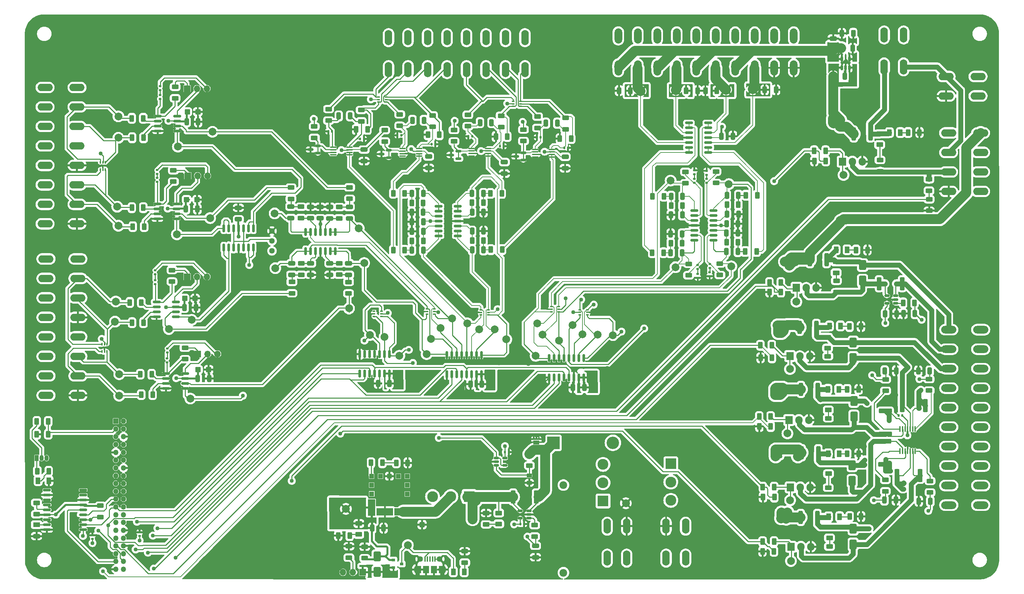
<source format=gtl>
G04 #@! TF.GenerationSoftware,KiCad,Pcbnew,8.0.9*
G04 #@! TF.CreationDate,2025-05-25T13:16:14-05:00*
G04 #@! TF.ProjectId,karca_v2,6b617263-615f-4763-922e-6b696361645f,rev?*
G04 #@! TF.SameCoordinates,Original*
G04 #@! TF.FileFunction,Copper,L1,Top*
G04 #@! TF.FilePolarity,Positive*
%FSLAX46Y46*%
G04 Gerber Fmt 4.6, Leading zero omitted, Abs format (unit mm)*
G04 Created by KiCad (PCBNEW 8.0.9) date 2025-05-25 13:16:14*
%MOMM*%
%LPD*%
G01*
G04 APERTURE LIST*
G04 Aperture macros list*
%AMRoundRect*
0 Rectangle with rounded corners*
0 $1 Rounding radius*
0 $2 $3 $4 $5 $6 $7 $8 $9 X,Y pos of 4 corners*
0 Add a 4 corners polygon primitive as box body*
4,1,4,$2,$3,$4,$5,$6,$7,$8,$9,$2,$3,0*
0 Add four circle primitives for the rounded corners*
1,1,$1+$1,$2,$3*
1,1,$1+$1,$4,$5*
1,1,$1+$1,$6,$7*
1,1,$1+$1,$8,$9*
0 Add four rect primitives between the rounded corners*
20,1,$1+$1,$2,$3,$4,$5,0*
20,1,$1+$1,$4,$5,$6,$7,0*
20,1,$1+$1,$6,$7,$8,$9,0*
20,1,$1+$1,$8,$9,$2,$3,0*%
G04 Aperture macros list end*
G04 #@! TA.AperFunction,ComponentPad*
%ADD10O,3.860800X1.930400*%
G04 #@! TD*
G04 #@! TA.AperFunction,ComponentPad*
%ADD11O,1.930400X3.860800*%
G04 #@! TD*
G04 #@! TA.AperFunction,ComponentPad*
%ADD12C,2.775000*%
G04 #@! TD*
G04 #@! TA.AperFunction,ComponentPad*
%ADD13R,2.775000X2.775000*%
G04 #@! TD*
G04 #@! TA.AperFunction,SMDPad,CuDef*
%ADD14R,0.900000X0.800000*%
G04 #@! TD*
G04 #@! TA.AperFunction,SMDPad,CuDef*
%ADD15R,1.143000X1.143000*%
G04 #@! TD*
G04 #@! TA.AperFunction,SMDPad,CuDef*
%ADD16R,1.905000X4.191000*%
G04 #@! TD*
G04 #@! TA.AperFunction,SMDPad,CuDef*
%ADD17R,4.191000X1.905000*%
G04 #@! TD*
G04 #@! TA.AperFunction,ComponentPad*
%ADD18O,3.900000X1.950000*%
G04 #@! TD*
G04 #@! TA.AperFunction,ComponentPad*
%ADD19O,1.950000X3.900000*%
G04 #@! TD*
G04 #@! TA.AperFunction,SMDPad,CuDef*
%ADD20R,1.500000X1.900000*%
G04 #@! TD*
G04 #@! TA.AperFunction,ComponentPad*
%ADD21C,1.450000*%
G04 #@! TD*
G04 #@! TA.AperFunction,SMDPad,CuDef*
%ADD22R,0.400000X1.350000*%
G04 #@! TD*
G04 #@! TA.AperFunction,ComponentPad*
%ADD23O,1.200000X1.900000*%
G04 #@! TD*
G04 #@! TA.AperFunction,SMDPad,CuDef*
%ADD24R,1.200000X1.900000*%
G04 #@! TD*
G04 #@! TA.AperFunction,ComponentPad*
%ADD25C,1.980000*%
G04 #@! TD*
G04 #@! TA.AperFunction,ComponentPad*
%ADD26R,1.350000X1.350000*%
G04 #@! TD*
G04 #@! TA.AperFunction,ComponentPad*
%ADD27O,1.350000X1.350000*%
G04 #@! TD*
G04 #@! TA.AperFunction,SMDPad,CuDef*
%ADD28RoundRect,0.250000X0.312500X0.625000X-0.312500X0.625000X-0.312500X-0.625000X0.312500X-0.625000X0*%
G04 #@! TD*
G04 #@! TA.AperFunction,SMDPad,CuDef*
%ADD29RoundRect,0.250000X0.625000X-0.312500X0.625000X0.312500X-0.625000X0.312500X-0.625000X-0.312500X0*%
G04 #@! TD*
G04 #@! TA.AperFunction,SMDPad,CuDef*
%ADD30RoundRect,0.250000X0.325000X0.650000X-0.325000X0.650000X-0.325000X-0.650000X0.325000X-0.650000X0*%
G04 #@! TD*
G04 #@! TA.AperFunction,SMDPad,CuDef*
%ADD31C,2.000000*%
G04 #@! TD*
G04 #@! TA.AperFunction,SMDPad,CuDef*
%ADD32RoundRect,0.250000X-0.312500X-0.625000X0.312500X-0.625000X0.312500X0.625000X-0.312500X0.625000X0*%
G04 #@! TD*
G04 #@! TA.AperFunction,SMDPad,CuDef*
%ADD33RoundRect,0.150000X0.587500X0.150000X-0.587500X0.150000X-0.587500X-0.150000X0.587500X-0.150000X0*%
G04 #@! TD*
G04 #@! TA.AperFunction,SMDPad,CuDef*
%ADD34RoundRect,0.135000X-0.185000X0.135000X-0.185000X-0.135000X0.185000X-0.135000X0.185000X0.135000X0*%
G04 #@! TD*
G04 #@! TA.AperFunction,SMDPad,CuDef*
%ADD35RoundRect,0.250000X0.375000X0.625000X-0.375000X0.625000X-0.375000X-0.625000X0.375000X-0.625000X0*%
G04 #@! TD*
G04 #@! TA.AperFunction,SMDPad,CuDef*
%ADD36RoundRect,0.150000X-0.825000X-0.150000X0.825000X-0.150000X0.825000X0.150000X-0.825000X0.150000X0*%
G04 #@! TD*
G04 #@! TA.AperFunction,SMDPad,CuDef*
%ADD37RoundRect,0.100000X-0.712500X-0.100000X0.712500X-0.100000X0.712500X0.100000X-0.712500X0.100000X0*%
G04 #@! TD*
G04 #@! TA.AperFunction,SMDPad,CuDef*
%ADD38RoundRect,0.150000X0.825000X0.150000X-0.825000X0.150000X-0.825000X-0.150000X0.825000X-0.150000X0*%
G04 #@! TD*
G04 #@! TA.AperFunction,SMDPad,CuDef*
%ADD39R,0.650000X0.400000*%
G04 #@! TD*
G04 #@! TA.AperFunction,SMDPad,CuDef*
%ADD40RoundRect,0.250000X-0.650000X0.325000X-0.650000X-0.325000X0.650000X-0.325000X0.650000X0.325000X0*%
G04 #@! TD*
G04 #@! TA.AperFunction,SMDPad,CuDef*
%ADD41RoundRect,0.150000X-0.150000X0.825000X-0.150000X-0.825000X0.150000X-0.825000X0.150000X0.825000X0*%
G04 #@! TD*
G04 #@! TA.AperFunction,SMDPad,CuDef*
%ADD42RoundRect,0.250000X-0.650000X1.000000X-0.650000X-1.000000X0.650000X-1.000000X0.650000X1.000000X0*%
G04 #@! TD*
G04 #@! TA.AperFunction,SMDPad,CuDef*
%ADD43RoundRect,0.250000X-0.625000X0.312500X-0.625000X-0.312500X0.625000X-0.312500X0.625000X0.312500X0*%
G04 #@! TD*
G04 #@! TA.AperFunction,SMDPad,CuDef*
%ADD44RoundRect,0.250000X0.650000X-0.325000X0.650000X0.325000X-0.650000X0.325000X-0.650000X-0.325000X0*%
G04 #@! TD*
G04 #@! TA.AperFunction,SMDPad,CuDef*
%ADD45RoundRect,0.250000X-0.325000X-0.650000X0.325000X-0.650000X0.325000X0.650000X-0.325000X0.650000X0*%
G04 #@! TD*
G04 #@! TA.AperFunction,ComponentPad*
%ADD46R,1.700000X1.700000*%
G04 #@! TD*
G04 #@! TA.AperFunction,ComponentPad*
%ADD47O,1.700000X1.700000*%
G04 #@! TD*
G04 #@! TA.AperFunction,SMDPad,CuDef*
%ADD48RoundRect,0.250000X-0.312500X-1.450000X0.312500X-1.450000X0.312500X1.450000X-0.312500X1.450000X0*%
G04 #@! TD*
G04 #@! TA.AperFunction,SMDPad,CuDef*
%ADD49RoundRect,0.135000X0.185000X-0.135000X0.185000X0.135000X-0.185000X0.135000X-0.185000X-0.135000X0*%
G04 #@! TD*
G04 #@! TA.AperFunction,SMDPad,CuDef*
%ADD50RoundRect,0.250000X0.362500X1.425000X-0.362500X1.425000X-0.362500X-1.425000X0.362500X-1.425000X0*%
G04 #@! TD*
G04 #@! TA.AperFunction,ComponentPad*
%ADD51R,3.200000X3.200000*%
G04 #@! TD*
G04 #@! TA.AperFunction,ComponentPad*
%ADD52O,3.200000X3.200000*%
G04 #@! TD*
G04 #@! TA.AperFunction,SMDPad,CuDef*
%ADD53RoundRect,0.250000X0.450000X0.425000X-0.450000X0.425000X-0.450000X-0.425000X0.450000X-0.425000X0*%
G04 #@! TD*
G04 #@! TA.AperFunction,SMDPad,CuDef*
%ADD54RoundRect,0.250000X0.625000X-0.375000X0.625000X0.375000X-0.625000X0.375000X-0.625000X-0.375000X0*%
G04 #@! TD*
G04 #@! TA.AperFunction,SMDPad,CuDef*
%ADD55RoundRect,0.150000X0.512500X0.150000X-0.512500X0.150000X-0.512500X-0.150000X0.512500X-0.150000X0*%
G04 #@! TD*
G04 #@! TA.AperFunction,SMDPad,CuDef*
%ADD56RoundRect,0.250000X0.650000X-1.000000X0.650000X1.000000X-0.650000X1.000000X-0.650000X-1.000000X0*%
G04 #@! TD*
G04 #@! TA.AperFunction,SMDPad,CuDef*
%ADD57R,0.400000X0.650000*%
G04 #@! TD*
G04 #@! TA.AperFunction,SMDPad,CuDef*
%ADD58RoundRect,0.140000X0.140000X0.170000X-0.140000X0.170000X-0.140000X-0.170000X0.140000X-0.170000X0*%
G04 #@! TD*
G04 #@! TA.AperFunction,ComponentPad*
%ADD59C,1.440000*%
G04 #@! TD*
G04 #@! TA.AperFunction,ComponentPad*
%ADD60R,1.905000X2.000000*%
G04 #@! TD*
G04 #@! TA.AperFunction,ComponentPad*
%ADD61O,1.905000X2.000000*%
G04 #@! TD*
G04 #@! TA.AperFunction,SMDPad,CuDef*
%ADD62RoundRect,0.100000X-0.100000X0.637500X-0.100000X-0.637500X0.100000X-0.637500X0.100000X0.637500X0*%
G04 #@! TD*
G04 #@! TA.AperFunction,SMDPad,CuDef*
%ADD63RoundRect,0.093750X-0.106250X0.093750X-0.106250X-0.093750X0.106250X-0.093750X0.106250X0.093750X0*%
G04 #@! TD*
G04 #@! TA.AperFunction,SMDPad,CuDef*
%ADD64R,1.600000X1.000000*%
G04 #@! TD*
G04 #@! TA.AperFunction,SMDPad,CuDef*
%ADD65R,1.800000X1.150000*%
G04 #@! TD*
G04 #@! TA.AperFunction,SMDPad,CuDef*
%ADD66RoundRect,0.150000X-0.512500X-0.150000X0.512500X-0.150000X0.512500X0.150000X-0.512500X0.150000X0*%
G04 #@! TD*
G04 #@! TA.AperFunction,SMDPad,CuDef*
%ADD67RoundRect,0.140000X-0.140000X-0.170000X0.140000X-0.170000X0.140000X0.170000X-0.140000X0.170000X0*%
G04 #@! TD*
G04 #@! TA.AperFunction,SMDPad,CuDef*
%ADD68RoundRect,0.150000X0.150000X-0.512500X0.150000X0.512500X-0.150000X0.512500X-0.150000X-0.512500X0*%
G04 #@! TD*
G04 #@! TA.AperFunction,SMDPad,CuDef*
%ADD69RoundRect,0.150000X-0.875000X-0.150000X0.875000X-0.150000X0.875000X0.150000X-0.875000X0.150000X0*%
G04 #@! TD*
G04 #@! TA.AperFunction,SMDPad,CuDef*
%ADD70RoundRect,0.250000X1.425000X-0.362500X1.425000X0.362500X-1.425000X0.362500X-1.425000X-0.362500X0*%
G04 #@! TD*
G04 #@! TA.AperFunction,SMDPad,CuDef*
%ADD71RoundRect,0.250000X-0.425000X0.450000X-0.425000X-0.450000X0.425000X-0.450000X0.425000X0.450000X0*%
G04 #@! TD*
G04 #@! TA.AperFunction,ComponentPad*
%ADD72R,1.050000X1.500000*%
G04 #@! TD*
G04 #@! TA.AperFunction,ComponentPad*
%ADD73O,1.050000X1.500000*%
G04 #@! TD*
G04 #@! TA.AperFunction,SMDPad,CuDef*
%ADD74RoundRect,0.140000X-0.170000X0.140000X-0.170000X-0.140000X0.170000X-0.140000X0.170000X0.140000X0*%
G04 #@! TD*
G04 #@! TA.AperFunction,SMDPad,CuDef*
%ADD75RoundRect,0.250000X-0.362500X-1.425000X0.362500X-1.425000X0.362500X1.425000X-0.362500X1.425000X0*%
G04 #@! TD*
G04 #@! TA.AperFunction,SMDPad,CuDef*
%ADD76RoundRect,0.140000X0.170000X-0.140000X0.170000X0.140000X-0.170000X0.140000X-0.170000X-0.140000X0*%
G04 #@! TD*
G04 #@! TA.AperFunction,SMDPad,CuDef*
%ADD77RoundRect,0.250000X-1.425000X0.362500X-1.425000X-0.362500X1.425000X-0.362500X1.425000X0.362500X0*%
G04 #@! TD*
G04 #@! TA.AperFunction,SMDPad,CuDef*
%ADD78RoundRect,0.250000X-0.450000X0.262500X-0.450000X-0.262500X0.450000X-0.262500X0.450000X0.262500X0*%
G04 #@! TD*
G04 #@! TA.AperFunction,ViaPad*
%ADD79C,1.016000*%
G04 #@! TD*
G04 #@! TA.AperFunction,Conductor*
%ADD80C,0.254000*%
G04 #@! TD*
G04 #@! TA.AperFunction,Conductor*
%ADD81C,2.540000*%
G04 #@! TD*
G04 #@! TA.AperFunction,Conductor*
%ADD82C,0.200000*%
G04 #@! TD*
G04 #@! TA.AperFunction,Conductor*
%ADD83C,0.508000*%
G04 #@! TD*
G04 #@! TA.AperFunction,Conductor*
%ADD84C,0.174600*%
G04 #@! TD*
G04 #@! TA.AperFunction,Conductor*
%ADD85C,1.270000*%
G04 #@! TD*
G04 APERTURE END LIST*
D10*
X44520600Y-139142194D03*
X44520600Y-134142194D03*
X44520600Y-129142194D03*
X44520600Y-124142194D03*
X44520600Y-119142194D03*
X44520600Y-114142194D03*
X44520600Y-109142194D03*
X44520600Y-104142194D03*
X36320600Y-139142194D03*
X36320600Y-134142194D03*
X36320600Y-129142194D03*
X36320600Y-124142194D03*
X36320600Y-119142194D03*
X36320600Y-114142194D03*
X36320600Y-109142194D03*
X36320600Y-104142194D03*
X44293400Y-95144600D03*
X44293400Y-90144600D03*
X44293400Y-85144600D03*
X44293400Y-80144600D03*
X44293400Y-75144600D03*
X44293400Y-70144600D03*
X44293400Y-65144600D03*
X44293400Y-60144600D03*
X36093400Y-95144600D03*
X36093400Y-90144600D03*
X36093400Y-85144600D03*
X36093400Y-80144600D03*
X36093400Y-75144600D03*
X36093400Y-70144600D03*
X36093400Y-65144600D03*
X36093400Y-60144600D03*
D11*
X124220000Y-55571000D03*
X129220000Y-55571000D03*
X134220000Y-55571000D03*
X139220000Y-55571000D03*
X144220000Y-55571000D03*
X149220000Y-55571000D03*
X154220000Y-55571000D03*
X159220000Y-55571000D03*
X124220000Y-47371000D03*
X129220000Y-47371000D03*
X134220000Y-47371000D03*
X139220000Y-47371000D03*
X144220000Y-47371000D03*
X149220000Y-47371000D03*
X154220000Y-47371000D03*
X159220000Y-47371000D03*
D12*
X140207000Y-165100000D03*
D13*
X144907000Y-165100000D03*
D12*
X135507000Y-165100000D03*
X179244800Y-161549400D03*
D13*
X179244800Y-166249400D03*
D12*
X179244800Y-156849400D03*
X196645000Y-161387400D03*
D13*
X196645000Y-156687400D03*
D12*
X196645000Y-166087400D03*
D14*
X125492000Y-181422000D03*
X125492000Y-183322000D03*
X127592000Y-182372000D03*
D15*
X129006600Y-164465000D03*
X129006600Y-162179000D03*
X129006600Y-159893000D03*
X126720600Y-159893000D03*
X124434600Y-159893000D03*
X122148600Y-159893000D03*
X119862600Y-159893000D03*
X119862600Y-162179000D03*
X119862600Y-164465000D03*
D16*
X119862600Y-167894000D03*
D17*
X123291600Y-169037000D03*
X127863600Y-169037000D03*
D10*
X267263000Y-57340784D03*
X267263000Y-62340784D03*
X275463000Y-57340784D03*
X275463000Y-62340784D03*
X276124800Y-71822607D03*
X267924800Y-76822607D03*
X267924800Y-81822607D03*
X267924800Y-86822607D03*
X267924800Y-71822607D03*
X276124800Y-76822607D03*
X276124800Y-81822607D03*
X276124800Y-86822607D03*
D18*
X267948800Y-122298400D03*
X267948800Y-127298400D03*
X267948800Y-132298400D03*
X267948800Y-137298400D03*
X267948800Y-142298400D03*
X267948800Y-147298400D03*
X267948800Y-152298400D03*
X267948800Y-157298400D03*
X267948800Y-162298400D03*
X267948800Y-167298400D03*
X276148800Y-122298400D03*
X276148800Y-127298400D03*
X276148800Y-132298400D03*
X276148800Y-137298400D03*
X276148800Y-142298400D03*
X276148800Y-147298400D03*
X276148800Y-152298400D03*
X276148800Y-157298400D03*
X276148800Y-162298400D03*
X276148800Y-167298400D03*
D19*
X183163200Y-55113800D03*
X188163200Y-55113800D03*
X193163200Y-55113800D03*
X198163200Y-55113800D03*
X203163200Y-55113800D03*
X208163200Y-55113800D03*
X213163200Y-55113800D03*
X218163200Y-55113800D03*
X223163200Y-55113800D03*
X228163200Y-55113800D03*
X183163200Y-46913800D03*
X188163200Y-46913800D03*
X193163200Y-46913800D03*
X198163200Y-46913800D03*
X203163200Y-46913800D03*
X208163200Y-46913800D03*
X213163200Y-46913800D03*
X218163200Y-46913800D03*
X223163200Y-46913800D03*
X228163200Y-46913800D03*
D20*
X135848600Y-183863500D03*
D21*
X132348600Y-181163500D03*
D22*
X134198600Y-181163500D03*
X133548600Y-181163500D03*
X136148600Y-181163500D03*
X135498600Y-181163500D03*
X134848600Y-181163500D03*
D21*
X137348600Y-181163500D03*
D20*
X133848600Y-183863500D03*
D23*
X131348600Y-183863500D03*
X138348600Y-183863500D03*
D24*
X137748600Y-183863500D03*
X131948600Y-183863500D03*
D11*
X185318000Y-172703400D03*
X180318000Y-172703400D03*
X185318000Y-180903400D03*
X180318000Y-180903400D03*
X200427200Y-172703400D03*
X195427200Y-172703400D03*
X200427200Y-180903400D03*
X195427200Y-180903400D03*
D25*
X169084800Y-184654800D03*
X169084800Y-162154800D03*
D11*
X251371384Y-54883800D03*
X256371384Y-54883800D03*
X251371384Y-46683800D03*
X256371384Y-46683800D03*
D26*
X54235600Y-145765000D03*
D27*
X56235600Y-145765000D03*
X54235600Y-147765000D03*
X56235600Y-147765000D03*
X54235600Y-149765000D03*
X56235600Y-149765000D03*
X54235600Y-151765000D03*
X56235600Y-151765000D03*
X54235600Y-153765000D03*
X56235600Y-153765000D03*
X54235600Y-155765000D03*
X56235600Y-155765000D03*
X54235600Y-157765000D03*
X56235600Y-157765000D03*
X54235600Y-159765000D03*
X56235600Y-159765000D03*
X54235600Y-161765000D03*
X56235600Y-161765000D03*
X54235600Y-163765000D03*
X56235600Y-163765000D03*
X54235600Y-165765000D03*
X56235600Y-165765000D03*
X54235600Y-167765000D03*
X56235600Y-167765000D03*
X54235600Y-169765000D03*
X56235600Y-169765000D03*
X54235600Y-171765000D03*
X56235600Y-171765000D03*
X54235600Y-173765000D03*
X56235600Y-173765000D03*
X54235600Y-175765000D03*
X56235600Y-175765000D03*
X54235600Y-177765000D03*
X56235600Y-177765000D03*
X54235600Y-179765000D03*
X56235600Y-179765000D03*
X54235600Y-181765000D03*
X56235600Y-181765000D03*
X54235600Y-183765000D03*
X56235600Y-183765000D03*
D28*
X61340000Y-120493800D03*
X58415000Y-120493800D03*
D29*
X69011800Y-84317300D03*
X69011800Y-81392300D03*
D30*
X150629500Y-69173300D03*
X147679500Y-69173300D03*
D31*
X151441900Y-122250200D03*
D32*
X196703800Y-90424000D03*
X199628800Y-90424000D03*
X125425800Y-87304000D03*
X128350800Y-87304000D03*
D31*
X177857900Y-123545600D03*
D33*
X106093500Y-77023000D03*
X106093500Y-75123000D03*
X104218500Y-76073000D03*
D29*
X141005400Y-73983400D03*
X141005400Y-71058400D03*
D31*
X95178000Y-106513600D03*
D28*
X222269000Y-147142200D03*
X219344000Y-147142200D03*
D34*
X202666600Y-83564000D03*
X202666600Y-84584000D03*
D31*
X145761383Y-170942000D03*
D29*
X111586400Y-93752100D03*
X111586400Y-90827100D03*
D31*
X154439100Y-124764800D03*
D35*
X241862800Y-101800200D03*
X239062800Y-101800200D03*
D36*
X67084400Y-133527800D03*
X67084400Y-134797800D03*
X67084400Y-136067800D03*
X67084400Y-137337800D03*
X72034400Y-137337800D03*
X72034400Y-136067800D03*
X72034400Y-134797800D03*
X72034400Y-133527800D03*
D28*
X223092500Y-179174400D03*
X220167500Y-179174400D03*
D37*
X110009500Y-75508600D03*
X110009500Y-76158600D03*
X110009500Y-76808600D03*
X110009500Y-77458600D03*
X114234500Y-77458600D03*
X114234500Y-76808600D03*
X114234500Y-76158600D03*
X114234500Y-75508600D03*
D38*
X207579000Y-99390200D03*
X207579000Y-98120200D03*
X207579000Y-96850200D03*
X207579000Y-95580200D03*
X207579000Y-94310200D03*
X207579000Y-93040200D03*
X207579000Y-91770200D03*
X202629000Y-91770200D03*
X202629000Y-93040200D03*
X202629000Y-94310200D03*
X202629000Y-95580200D03*
X202629000Y-96850200D03*
X202629000Y-98120200D03*
X202629000Y-99390200D03*
D28*
X37022500Y-158623000D03*
X34097500Y-158623000D03*
D39*
X123571000Y-63906400D03*
X123571000Y-63256400D03*
X123571000Y-62606400D03*
X121671000Y-62606400D03*
X121671000Y-63256400D03*
X121671000Y-63906400D03*
D40*
X106658800Y-90763800D03*
X106658800Y-93713800D03*
D31*
X228858000Y-115139000D03*
D32*
X134306900Y-72292600D03*
X137231900Y-72292600D03*
D41*
X89549200Y-96277400D03*
X88279200Y-96277400D03*
X87009200Y-96277400D03*
X85739200Y-96277400D03*
X84469200Y-96277400D03*
X83199200Y-96277400D03*
X81929200Y-96277400D03*
X81929200Y-101227400D03*
X83199200Y-101227400D03*
X84469200Y-101227400D03*
X85739200Y-101227400D03*
X87009200Y-101227400D03*
X88279200Y-101227400D03*
X89549200Y-101227400D03*
X174283600Y-129609100D03*
X173013600Y-129609100D03*
X171743600Y-129609100D03*
X170473600Y-129609100D03*
X169203600Y-129609100D03*
X167933600Y-129609100D03*
X166663600Y-129609100D03*
X165393600Y-129609100D03*
X165393600Y-134559100D03*
X166663600Y-134559100D03*
X167933600Y-134559100D03*
X169203600Y-134559100D03*
X170473600Y-134559100D03*
X171743600Y-134559100D03*
X173013600Y-134559100D03*
X174283600Y-134559100D03*
D42*
X243154200Y-157080200D03*
X243154200Y-161080200D03*
D31*
X212151000Y-106045000D03*
D32*
X221934500Y-110211400D03*
X224859500Y-110211400D03*
D43*
X111561000Y-105269000D03*
X111561000Y-108194000D03*
D32*
X200579300Y-60960000D03*
X203504300Y-60960000D03*
D29*
X262894300Y-137911300D03*
X262894300Y-134986300D03*
D31*
X167926500Y-125069600D03*
D44*
X117932200Y-79046600D03*
X117932200Y-76096600D03*
D31*
X227258100Y-166065200D03*
D45*
X209599000Y-72644000D03*
X212549000Y-72644000D03*
D46*
X117602000Y-184531000D03*
D47*
X115062000Y-184531000D03*
X112522000Y-184531000D03*
D28*
X148585700Y-99419800D03*
X145660700Y-99419800D03*
D30*
X148185400Y-136278100D03*
X145235400Y-136278100D03*
D36*
X64708000Y-115189000D03*
X64708000Y-116459000D03*
X64708000Y-117729000D03*
X64708000Y-118999000D03*
X69658000Y-118999000D03*
X69658000Y-117729000D03*
X69658000Y-116459000D03*
X69658000Y-115189000D03*
D37*
X127843900Y-75838800D03*
X127843900Y-76488800D03*
X127843900Y-77138800D03*
X127843900Y-77788800D03*
X132068900Y-77788800D03*
X132068900Y-77138800D03*
X132068900Y-76488800D03*
X132068900Y-75838800D03*
D34*
X205841600Y-83564000D03*
X205841600Y-84584000D03*
D40*
X109122600Y-90789200D03*
X109122600Y-93739200D03*
D39*
X134083500Y-117002800D03*
X134083500Y-117652800D03*
X134083500Y-118302800D03*
X135983500Y-118302800D03*
X135983500Y-117652800D03*
X135983500Y-117002800D03*
D48*
X243572600Y-72113600D03*
X247847600Y-72113600D03*
D39*
X175201100Y-118480600D03*
X175201100Y-117830600D03*
X175201100Y-117180600D03*
X173301100Y-117180600D03*
X173301100Y-117830600D03*
X173301100Y-118480600D03*
D49*
X206613800Y-106430000D03*
X206613800Y-105410000D03*
D31*
X226572300Y-148920200D03*
D50*
X162093500Y-165227000D03*
X156168500Y-165227000D03*
D51*
X166544800Y-151332200D03*
D52*
X181784800Y-151332200D03*
D29*
X143764000Y-182056500D03*
X143764000Y-179131500D03*
D28*
X208431900Y-61010800D03*
X205506900Y-61010800D03*
D53*
X75289400Y-66421000D03*
X72589400Y-66421000D03*
D54*
X239043400Y-107696000D03*
X239043400Y-104896000D03*
D45*
X251614600Y-118208600D03*
X254564600Y-118208600D03*
D43*
X101832800Y-105279700D03*
X101832800Y-108204700D03*
X153111200Y-67396900D03*
X153111200Y-70321900D03*
D31*
X240969800Y-82588900D03*
D29*
X114228000Y-88708200D03*
X114228000Y-85783200D03*
D30*
X133104200Y-92180800D03*
X130154200Y-92180800D03*
D55*
X160266183Y-170653400D03*
X160266183Y-169703400D03*
X160266183Y-168753400D03*
X157991183Y-168753400D03*
X157991183Y-170653400D03*
D31*
X123197100Y-124180600D03*
D45*
X130177300Y-94629000D03*
X133127300Y-94629000D03*
D56*
X121272800Y-184448000D03*
X121272800Y-180448000D03*
D57*
X50277000Y-81239400D03*
X50927000Y-81239400D03*
X51577000Y-81239400D03*
X51577000Y-79339400D03*
X50927000Y-79339400D03*
X50277000Y-79339400D03*
D31*
X54238700Y-115058200D03*
D29*
X201203600Y-108335000D03*
X201203600Y-105410000D03*
D43*
X236902800Y-129118900D03*
X236902800Y-132043900D03*
D45*
X210877400Y-102235000D03*
X213827400Y-102235000D03*
D43*
X251692900Y-160818100D03*
X251692900Y-163743100D03*
X237341900Y-177960500D03*
X237341900Y-180885500D03*
D31*
X210830200Y-60709000D03*
D32*
X151756700Y-72749800D03*
X154681700Y-72749800D03*
D46*
X72517000Y-60452000D03*
D47*
X75057000Y-60452000D03*
X77597000Y-60452000D03*
D48*
X229710700Y-121694200D03*
X233985700Y-121694200D03*
D41*
X148056600Y-128785100D03*
X146786600Y-128785100D03*
X145516600Y-128785100D03*
X144246600Y-128785100D03*
X142976600Y-128785100D03*
X141706600Y-128785100D03*
X140436600Y-128785100D03*
X139166600Y-128785100D03*
X139166600Y-133735100D03*
X140436600Y-133735100D03*
X141706600Y-133735100D03*
X142976600Y-133735100D03*
X144246600Y-133735100D03*
X145516600Y-133735100D03*
X146786600Y-133735100D03*
X148056600Y-133735100D03*
D58*
X117885200Y-73334000D03*
X116925200Y-73334000D03*
D31*
X181794900Y-123698000D03*
D59*
X94314400Y-96988600D03*
X94314400Y-99528600D03*
X94314400Y-102068600D03*
D43*
X161698683Y-172449400D03*
X161698683Y-175374400D03*
D29*
X101756600Y-93675900D03*
X101756600Y-90750900D03*
D31*
X73710800Y-119786400D03*
X135084300Y-124688600D03*
D32*
X257515900Y-71717700D03*
X260440900Y-71717700D03*
D31*
X116586000Y-96266000D03*
X114071400Y-116814600D03*
D58*
X163240300Y-72938600D03*
X162280300Y-72938600D03*
D31*
X197901600Y-60807600D03*
D58*
X256029400Y-144348200D03*
X255069400Y-144348200D03*
D57*
X50683400Y-127924600D03*
X51333400Y-127924600D03*
X51983400Y-127924600D03*
X51983400Y-126024600D03*
X51333400Y-126024600D03*
X50683400Y-126024600D03*
D60*
X240665000Y-79177000D03*
D61*
X243205000Y-79177000D03*
X245745000Y-79177000D03*
D50*
X260569300Y-159689800D03*
X254644300Y-159689800D03*
D49*
X64287400Y-108081000D03*
X64287400Y-107061000D03*
D48*
X232333900Y-104365600D03*
X236608900Y-104365600D03*
D29*
X68656200Y-109945900D03*
X68656200Y-107020900D03*
D48*
X230018500Y-137591800D03*
X234293500Y-137591800D03*
D44*
X153924000Y-82247000D03*
X153924000Y-79297000D03*
D62*
X259332500Y-147759500D03*
X258682500Y-147759500D03*
X258032500Y-147759500D03*
X257382500Y-147759500D03*
X256732500Y-147759500D03*
X256082500Y-147759500D03*
X255432500Y-147759500D03*
X255432500Y-153484500D03*
X256082500Y-153484500D03*
X256732500Y-153484500D03*
X257382500Y-153484500D03*
X258032500Y-153484500D03*
X258682500Y-153484500D03*
X259332500Y-153484500D03*
D44*
X104220400Y-108217200D03*
X104220400Y-105267200D03*
D32*
X115891900Y-70921000D03*
X118816900Y-70921000D03*
D28*
X213867500Y-99872800D03*
X210942500Y-99872800D03*
D29*
X123225400Y-74019800D03*
X123225400Y-71094800D03*
D49*
X67437000Y-128145000D03*
X67437000Y-127125000D03*
X65633600Y-60835000D03*
X65633600Y-59815000D03*
D33*
X158798500Y-78801000D03*
X158798500Y-76901000D03*
X156923500Y-77851000D03*
D28*
X218820500Y-87807800D03*
X215895500Y-87807800D03*
D63*
X162792800Y-150347200D03*
X162142800Y-150347200D03*
X161492800Y-150347200D03*
X161492800Y-152122200D03*
X162142800Y-152122200D03*
X162792800Y-152122200D03*
D64*
X162142800Y-151234700D03*
D43*
X50292000Y-167447500D03*
X50292000Y-170372500D03*
D32*
X219318600Y-144576800D03*
X222243600Y-144576800D03*
D43*
X127086200Y-67056200D03*
X127086200Y-69981200D03*
D39*
X147926500Y-117206000D03*
X147926500Y-117856000D03*
X147926500Y-118506000D03*
X149826500Y-118506000D03*
X149826500Y-117856000D03*
X149826500Y-117206000D03*
D53*
X78058000Y-132537200D03*
X75358000Y-132537200D03*
D31*
X117961800Y-105192800D03*
D28*
X61294400Y-90994200D03*
X58369400Y-90994200D03*
D31*
X73355200Y-139954000D03*
D45*
X210904600Y-97485200D03*
X213854600Y-97485200D03*
D43*
X262864600Y-83729100D03*
X262864600Y-86654100D03*
D53*
X74603600Y-114274600D03*
X71903600Y-114274600D03*
D28*
X61279500Y-68072000D03*
X58354500Y-68072000D03*
D33*
X124254500Y-78166000D03*
X124254500Y-76266000D03*
X122379500Y-77216000D03*
D30*
X213883000Y-95097600D03*
X210933000Y-95097600D03*
D44*
X33914399Y-175261800D03*
D65*
X33914399Y-172311800D03*
D35*
X239932700Y-170284400D03*
X237132700Y-170284400D03*
D28*
X213943700Y-90246200D03*
X211018700Y-90246200D03*
D31*
X211516000Y-84937600D03*
D43*
X237042700Y-145040900D03*
X237042700Y-147965900D03*
D31*
X161957500Y-129006600D03*
X78439400Y-93661200D03*
D28*
X114238500Y-175133000D03*
X111313500Y-175133000D03*
D54*
X116576800Y-174832000D03*
X116576800Y-172032000D03*
D43*
X250311400Y-78753700D03*
X250311400Y-81678700D03*
D31*
X79049000Y-71537800D03*
D40*
X104195000Y-90763800D03*
X104195000Y-93713800D03*
D49*
X203540400Y-106682000D03*
X203540400Y-105662000D03*
D43*
X208239400Y-81733200D03*
X208239400Y-84658200D03*
D42*
X243611400Y-140570200D03*
X243611400Y-144570200D03*
D32*
X196616900Y-100076000D03*
X199541900Y-100076000D03*
D39*
X120487100Y-117597200D03*
X120487100Y-118247200D03*
X120487100Y-118897200D03*
X122387100Y-118897200D03*
X122387100Y-118247200D03*
X122387100Y-117597200D03*
D32*
X244159500Y-101851000D03*
X247084500Y-101851000D03*
D36*
X64900000Y-90017600D03*
X64900000Y-91287600D03*
X64900000Y-92557600D03*
X64900000Y-93827600D03*
X69850000Y-93827600D03*
X69850000Y-92557600D03*
X69850000Y-91287600D03*
X69850000Y-90017600D03*
D31*
X133992100Y-128574800D03*
D60*
X228854000Y-111562000D03*
D61*
X231394000Y-111562000D03*
X233934000Y-111562000D03*
D30*
X124468900Y-136067800D03*
X121518900Y-136067800D03*
D31*
X129159000Y-177546000D03*
D44*
X114151800Y-93739200D03*
X114151800Y-90789200D03*
D66*
X151835883Y-155234900D03*
X151835883Y-156184900D03*
X151835883Y-157134900D03*
X154110883Y-157134900D03*
X154110883Y-155234900D03*
D30*
X199554400Y-97713800D03*
X196604400Y-97713800D03*
D35*
X240157000Y-121335800D03*
X237357000Y-121335800D03*
D54*
X237341900Y-175723000D03*
X237341900Y-172923000D03*
D43*
X162455500Y-67615300D03*
X162455500Y-70540300D03*
D40*
X85678400Y-91017800D03*
X85678400Y-93967800D03*
D30*
X75367800Y-68972400D03*
X72417800Y-68972400D03*
D44*
X109148000Y-108219000D03*
X109148000Y-105269000D03*
D37*
X145544100Y-75788000D03*
X145544100Y-76438000D03*
X145544100Y-77088000D03*
X145544100Y-77738000D03*
X149769100Y-77738000D03*
X149769100Y-77088000D03*
X149769100Y-76438000D03*
X149769100Y-75788000D03*
D67*
X154093600Y-153722400D03*
X155053600Y-153722400D03*
D68*
X240538000Y-55107000D03*
X241488000Y-55107000D03*
X242438000Y-55107000D03*
X242438000Y-52832000D03*
X240538000Y-52832000D03*
D34*
X202666600Y-81405000D03*
X202666600Y-82425000D03*
D31*
X152552417Y-165344600D03*
D36*
X137039400Y-90631400D03*
X137039400Y-91901400D03*
X137039400Y-93171400D03*
X137039400Y-94441400D03*
X137039400Y-95711400D03*
X137039400Y-96981400D03*
X137039400Y-98251400D03*
X141989400Y-98251400D03*
X141989400Y-96981400D03*
X141989400Y-95711400D03*
X141989400Y-94441400D03*
X141989400Y-93171400D03*
X141989400Y-91901400D03*
X141989400Y-90631400D03*
D31*
X197825400Y-106262900D03*
D30*
X78206900Y-134844800D03*
X75256900Y-134844800D03*
X114383700Y-67456800D03*
X111433700Y-67456800D03*
D54*
X250209800Y-74834400D03*
X250209800Y-72034400D03*
X152476200Y-172138800D03*
X152476200Y-169338800D03*
D32*
X240370400Y-50057900D03*
X243295400Y-50057900D03*
D31*
X67843400Y-122123200D03*
D46*
X75285600Y-128524000D03*
D47*
X77825600Y-128524000D03*
X80365600Y-128524000D03*
D39*
X158064200Y-65013600D03*
X158064200Y-64363600D03*
X158064200Y-63713600D03*
X156164200Y-63713600D03*
X156164200Y-64363600D03*
X156164200Y-65013600D03*
D28*
X63438500Y-133727200D03*
X60513500Y-133727200D03*
D35*
X143640000Y-184404000D03*
X140840000Y-184404000D03*
D32*
X191943300Y-88061800D03*
X194868300Y-88061800D03*
D31*
X95000200Y-92467400D03*
D69*
X36581399Y-163423600D03*
X36581399Y-164693600D03*
X36581399Y-165963600D03*
X36581399Y-167233600D03*
X36581399Y-168503600D03*
X36581399Y-169773600D03*
X36581399Y-171043600D03*
X36581399Y-172313600D03*
X36581399Y-173583600D03*
X45881399Y-173583600D03*
X45881399Y-172313600D03*
X45881399Y-171043600D03*
X45881399Y-169773600D03*
X45881399Y-168503600D03*
X45881399Y-167233600D03*
X45881399Y-165963600D03*
X45881399Y-164693600D03*
X45881399Y-163423600D03*
D43*
X135493600Y-67310200D03*
X135493600Y-70235200D03*
D31*
X227461300Y-181638200D03*
D32*
X33970500Y-149127800D03*
X36895500Y-149127800D03*
D58*
X127462800Y-72445000D03*
X126502800Y-72445000D03*
D44*
X169526000Y-80879600D03*
X169526000Y-77929600D03*
D48*
X230217800Y-153847800D03*
X234492800Y-153847800D03*
D35*
X37087000Y-161036000D03*
X34287000Y-161036000D03*
D30*
X74830200Y-116586000D03*
X71880200Y-116586000D03*
D44*
X99140400Y-93677700D03*
X99140400Y-90727700D03*
D31*
X54897400Y-67561800D03*
D60*
X227330000Y-162743000D03*
D61*
X229870000Y-162743000D03*
X232410000Y-162743000D03*
D32*
X220192900Y-176659800D03*
X223117900Y-176659800D03*
D58*
X170260000Y-75670800D03*
X169300000Y-75670800D03*
D55*
X254354100Y-115501000D03*
X254354100Y-114551000D03*
X254354100Y-113601000D03*
X252079100Y-113601000D03*
X252079100Y-115501000D03*
D29*
X114046000Y-180786500D03*
X114046000Y-177861500D03*
D31*
X54897400Y-73061800D03*
X70184400Y-75347800D03*
D29*
X33888999Y-169635900D03*
X33888999Y-166710900D03*
D53*
X75086200Y-88900000D03*
X72386200Y-88900000D03*
D31*
X196580800Y-84048600D03*
D45*
X145612100Y-87354800D03*
X148562100Y-87354800D03*
D70*
X251714000Y-149054000D03*
X251714000Y-143129000D03*
D43*
X144557100Y-67162700D03*
X144557100Y-70087700D03*
D31*
X185112200Y-166826200D03*
X54904300Y-95617000D03*
D54*
X236852000Y-127028400D03*
X236852000Y-124228400D03*
D32*
X220721500Y-60756800D03*
X223646500Y-60756800D03*
D29*
X105161700Y-73084900D03*
X105161700Y-70159900D03*
D34*
X205841600Y-81532000D03*
X205841600Y-82552000D03*
D54*
X237113300Y-159251500D03*
X237113300Y-156451500D03*
D35*
X239808700Y-154127200D03*
X237008700Y-154127200D03*
D31*
X227200000Y-132413000D03*
D30*
X174463200Y-137127500D03*
X171513200Y-137127500D03*
D31*
X188910000Y-61064600D03*
D28*
X153274000Y-87329400D03*
X150349000Y-87329400D03*
D31*
X69930400Y-97826800D03*
D43*
X239119600Y-109761100D03*
X239119600Y-112686100D03*
D58*
X153743600Y-75184000D03*
X152783600Y-75184000D03*
D29*
X149250417Y-172268100D03*
X149250417Y-169343100D03*
D45*
X260272000Y-166319200D03*
X263222000Y-166319200D03*
D31*
X54035500Y-120239800D03*
D49*
X64871600Y-84330000D03*
X64871600Y-83310000D03*
D45*
X120004000Y-173203400D03*
X122954000Y-173203400D03*
D44*
X161924983Y-180681400D03*
X161924983Y-177731400D03*
D43*
X113948600Y-110069600D03*
X113948600Y-112994600D03*
D31*
X163760900Y-123571000D03*
D32*
X242501500Y-121488200D03*
X245426500Y-121488200D03*
D45*
X145648200Y-101807400D03*
X148598200Y-101807400D03*
D30*
X199554400Y-102554500D03*
X196604400Y-102554500D03*
D49*
X206603600Y-108587000D03*
X206603600Y-107567000D03*
D43*
X99419800Y-110029500D03*
X99419800Y-112954500D03*
X237032800Y-162824700D03*
X237032800Y-165749700D03*
D48*
X229967700Y-170459400D03*
X234242700Y-170459400D03*
D31*
X54599500Y-90740200D03*
D28*
X236387100Y-79007500D03*
X233462100Y-79007500D03*
D31*
X144406100Y-120650000D03*
D30*
X133127800Y-87329400D03*
X130177800Y-87329400D03*
D31*
X162338500Y-120650000D03*
D42*
X243430600Y-125558800D03*
X243430600Y-129558800D03*
D71*
X132816600Y-169617400D03*
X132816600Y-172317400D03*
D30*
X167511900Y-69306400D03*
X164561900Y-69306400D03*
D67*
X158016000Y-172135800D03*
X158976000Y-172135800D03*
D39*
X165970700Y-116408200D03*
X165970700Y-117058200D03*
X165970700Y-117708200D03*
X167870700Y-117708200D03*
X167870700Y-117058200D03*
X167870700Y-116408200D03*
D28*
X61523000Y-95871000D03*
X58598000Y-95871000D03*
X186268400Y-60960000D03*
X183343400Y-60960000D03*
D46*
X72549000Y-108712000D03*
D47*
X75089000Y-108712000D03*
X77629000Y-108712000D03*
D28*
X61359900Y-73061800D03*
X58434900Y-73061800D03*
D30*
X133155000Y-97057600D03*
X130205000Y-97057600D03*
D32*
X125416900Y-101909000D03*
X128341900Y-101909000D03*
X168165100Y-73283200D03*
X171090100Y-73283200D03*
D31*
X55120200Y-139227200D03*
D30*
X75162800Y-91349800D03*
X72212800Y-91349800D03*
D54*
X237042700Y-142903400D03*
X237042700Y-140103400D03*
D29*
X72009000Y-129859500D03*
X72009000Y-126934500D03*
D45*
X211031600Y-92633800D03*
X213981600Y-92633800D03*
D58*
X109728000Y-71374000D03*
X108768000Y-71374000D03*
D43*
X117201300Y-65943500D03*
X117201300Y-68868500D03*
D31*
X137522700Y-121894600D03*
D58*
X145646700Y-72703900D03*
X144686700Y-72703900D03*
D60*
X227203000Y-129088000D03*
D61*
X229743000Y-129088000D03*
X232283000Y-129088000D03*
D28*
X243447800Y-46247900D03*
X240522800Y-46247900D03*
X222591900Y-129517400D03*
X219666900Y-129517400D03*
D49*
X64871600Y-82298000D03*
X64871600Y-81278000D03*
D30*
X199656000Y-88061800D03*
X196706000Y-88061800D03*
D43*
X262915400Y-88845200D03*
X262915400Y-91770200D03*
D32*
X220228700Y-162687000D03*
X223153700Y-162687000D03*
D28*
X63692500Y-138963400D03*
X60767500Y-138963400D03*
D40*
X99394400Y-105267200D03*
X99394400Y-108217200D03*
D45*
X145648200Y-92130000D03*
X148598200Y-92130000D03*
D29*
X99191200Y-88748300D03*
X99191200Y-85823300D03*
D49*
X65633600Y-63121000D03*
X65633600Y-62101000D03*
D43*
X169643700Y-67945500D03*
X169643700Y-70870500D03*
D45*
X211020900Y-87807800D03*
X213970900Y-87807800D03*
D43*
X200416200Y-81798700D03*
X200416200Y-84723700D03*
D28*
X224884900Y-112649800D03*
X221959900Y-112649800D03*
D32*
X256235200Y-115417600D03*
X259160200Y-115417600D03*
X130192100Y-99496000D03*
X133117100Y-99496000D03*
D29*
X69469000Y-62930500D03*
X69469000Y-60005500D03*
D32*
X126208600Y-156464000D03*
X129133600Y-156464000D03*
D35*
X239732500Y-137591800D03*
X236932500Y-137591800D03*
D31*
X171457100Y-121132600D03*
D72*
X33959800Y-155223800D03*
D73*
X35229800Y-155223800D03*
X36499800Y-155223800D03*
D30*
X199605200Y-92837000D03*
X196655200Y-92837000D03*
D32*
X241899200Y-137617200D03*
X244824200Y-137617200D03*
D46*
X72676000Y-82804000D03*
D47*
X75216000Y-82804000D03*
X77756000Y-82804000D03*
D36*
X65038200Y-67513200D03*
X65038200Y-68783200D03*
X65038200Y-70053200D03*
X65038200Y-71323200D03*
X69988200Y-71323200D03*
X69988200Y-70053200D03*
X69988200Y-68783200D03*
X69988200Y-67513200D03*
D31*
X55120200Y-133727200D03*
D32*
X219622700Y-126291800D03*
X222547700Y-126291800D03*
D37*
X161871300Y-76037400D03*
X161871300Y-76687400D03*
X161871300Y-77337400D03*
X161871300Y-77987400D03*
X166096300Y-77987400D03*
X166096300Y-77337400D03*
X166096300Y-76687400D03*
X166096300Y-76037400D03*
D44*
X238302300Y-50542300D03*
X238302300Y-47592300D03*
D30*
X133155000Y-101883600D03*
X130205000Y-101883600D03*
X133285600Y-68584200D03*
X130335600Y-68584200D03*
D28*
X148560300Y-89717000D03*
X145635300Y-89717000D03*
D43*
X263144000Y-161122900D03*
X263144000Y-164047900D03*
D35*
X255527000Y-71732400D03*
X252727000Y-71732400D03*
D49*
X203555600Y-108970000D03*
X203555600Y-107950000D03*
D29*
X251739400Y-137972800D03*
X251739400Y-135047800D03*
D32*
X241873800Y-154127200D03*
X244798800Y-154127200D03*
D41*
X110519600Y-97220200D03*
X109249600Y-97220200D03*
X107979600Y-97220200D03*
X106709600Y-97220200D03*
X105439600Y-97220200D03*
X104169600Y-97220200D03*
X102899600Y-97220200D03*
X102899600Y-102170200D03*
X104169600Y-102170200D03*
X105439600Y-102170200D03*
X106709600Y-102170200D03*
X107979600Y-102170200D03*
X109249600Y-102170200D03*
X110519600Y-102170200D03*
D74*
X60325000Y-174272000D03*
X60325000Y-175232000D03*
D75*
X255990500Y-141732000D03*
X261915500Y-141732000D03*
D60*
X227457000Y-177983000D03*
D61*
X229997000Y-177983000D03*
X232537000Y-177983000D03*
D32*
X33970500Y-145837800D03*
X36895500Y-145837800D03*
D76*
X48260000Y-175994000D03*
X48260000Y-175034000D03*
D42*
X245839900Y-105718400D03*
X245839900Y-109718400D03*
D28*
X60771500Y-115312200D03*
X57846500Y-115312200D03*
X153360900Y-101756600D03*
X150435900Y-101756600D03*
D42*
X243408200Y-173387000D03*
X243408200Y-177387000D03*
D29*
X209230000Y-108269500D03*
X209230000Y-105344500D03*
D38*
X206244000Y-76849200D03*
X206244000Y-75579200D03*
X206244000Y-74309200D03*
X206244000Y-73039200D03*
X206244000Y-71769200D03*
X206244000Y-70499200D03*
X206244000Y-69229200D03*
X201294000Y-69229200D03*
X201294000Y-70499200D03*
X201294000Y-71769200D03*
X201294000Y-73039200D03*
X201294000Y-74309200D03*
X201294000Y-75579200D03*
X201294000Y-76849200D03*
D77*
X251515100Y-150900000D03*
X251515100Y-156825000D03*
D31*
X113274800Y-168275800D03*
D32*
X242534200Y-170233600D03*
X245459200Y-170233600D03*
D31*
X173946300Y-123469400D03*
D28*
X218642700Y-102235000D03*
X215717700Y-102235000D03*
D31*
X119463300Y-123672600D03*
D32*
X233411300Y-76391300D03*
X236336300Y-76391300D03*
D44*
X134499400Y-80803400D03*
X134499400Y-77853400D03*
D31*
X140519900Y-119430800D03*
D60*
X226949000Y-145471000D03*
D61*
X229489000Y-145471000D03*
X232029000Y-145471000D03*
D43*
X160339383Y-154239800D03*
X160339383Y-157164800D03*
D32*
X119711700Y-156439400D03*
X122636700Y-156439400D03*
D33*
X142161500Y-78420000D03*
X142161500Y-76520000D03*
X140286500Y-77470000D03*
D28*
X223204500Y-165252400D03*
X220279500Y-165252400D03*
D75*
X250079600Y-110514000D03*
X256004600Y-110514000D03*
D41*
X124467100Y-128600200D03*
X123197100Y-128600200D03*
X121927100Y-128600200D03*
X120657100Y-128600200D03*
X119387100Y-128600200D03*
X118117100Y-128600200D03*
X116847100Y-128600200D03*
X116847100Y-133550200D03*
X118117100Y-133550200D03*
X119387100Y-133550200D03*
X120657100Y-133550200D03*
X121927100Y-133550200D03*
X123197100Y-133550200D03*
X124467100Y-133550200D03*
D31*
X217637400Y-60607400D03*
D30*
X254459000Y-132867400D03*
X251509000Y-132867400D03*
D49*
X67411600Y-130685000D03*
X67411600Y-129665000D03*
D31*
X147454100Y-122174000D03*
D40*
X113974000Y-105269000D03*
X113974000Y-108219000D03*
D45*
X256313600Y-118186200D03*
X259263600Y-118186200D03*
D32*
X130166700Y-89767800D03*
X133091700Y-89767800D03*
D43*
X108844700Y-65714900D03*
X108844700Y-68639900D03*
D45*
X260123900Y-132892800D03*
X263073900Y-132892800D03*
D31*
X127008100Y-128981200D03*
D29*
X158827600Y-73887900D03*
X158827600Y-70962900D03*
D78*
X160339383Y-159742500D03*
X160339383Y-161567500D03*
D58*
X136224000Y-74705600D03*
X135264000Y-74705600D03*
D45*
X238300500Y-57246100D03*
X241250500Y-57246100D03*
D30*
X254387100Y-166014400D03*
X251437100Y-166014400D03*
D29*
X118110000Y-180913500D03*
X118110000Y-177988500D03*
D49*
X64363600Y-110619000D03*
X64363600Y-109599000D03*
D32*
X191854200Y-102554500D03*
X194779200Y-102554500D03*
D45*
X145648200Y-97006800D03*
X148598200Y-97006800D03*
D79*
X127355600Y-79375000D03*
X241503200Y-94005400D03*
X226491800Y-121081800D03*
X238252000Y-68072000D03*
X225907600Y-104851200D03*
X227025200Y-105867200D03*
X224028000Y-121158000D03*
X224764612Y-154813000D03*
X238379000Y-69342000D03*
X225653600Y-122555000D03*
X224205800Y-123164600D03*
X227533246Y-103733646D03*
X224917000Y-170688000D03*
X226237800Y-170789600D03*
X240106200Y-68529200D03*
X228498400Y-104800400D03*
X226568000Y-169164000D03*
X240030000Y-70231000D03*
X224815388Y-153034988D03*
X223393000Y-139065000D03*
X223520000Y-154813000D03*
X225374209Y-137160009D03*
X225044000Y-169164000D03*
X240207800Y-94361000D03*
X223520000Y-153035000D03*
X224663000Y-139065000D03*
X223647000Y-137160000D03*
X190398400Y-167614600D03*
X101727000Y-69977000D03*
X68656200Y-154965400D03*
X214960200Y-86029800D03*
X134569200Y-63423800D03*
X150520400Y-64135000D03*
X91313000Y-111480600D03*
X40640000Y-170180000D03*
X220903800Y-152527000D03*
X121081800Y-71374000D03*
X205917800Y-136931400D03*
X172821600Y-142062200D03*
X164719000Y-81534000D03*
X254101600Y-73863200D03*
X274447000Y-114401600D03*
X139573000Y-113157000D03*
X119456200Y-48361600D03*
X81330800Y-86487000D03*
X194589400Y-90195400D03*
X104114600Y-63423800D03*
X68503800Y-139573000D03*
X261670800Y-63550800D03*
X246481600Y-90043000D03*
X42037000Y-161544000D03*
X101473000Y-112395000D03*
X180162200Y-113715800D03*
X88950800Y-63449200D03*
X223443800Y-81178400D03*
X96570800Y-48361600D03*
X213385400Y-175336200D03*
X81330800Y-70358000D03*
X132029200Y-154990800D03*
X279374600Y-101600000D03*
X269265400Y-175209200D03*
X91516200Y-175285400D03*
X60985400Y-162458400D03*
X125831600Y-63754000D03*
X167665400Y-167614600D03*
X157403800Y-123520200D03*
X188671200Y-113690400D03*
X91465400Y-167665400D03*
X180289200Y-101752400D03*
X83794600Y-129514600D03*
X190881000Y-175234600D03*
X180238400Y-55880000D03*
X104216200Y-48260000D03*
X172745400Y-63601600D03*
X213385400Y-132156200D03*
X58420000Y-101701600D03*
X190754000Y-182854600D03*
X40589200Y-147294600D03*
X266649200Y-114223800D03*
X101574600Y-162585400D03*
X213410800Y-152400000D03*
X48310800Y-162483800D03*
X246430800Y-152298400D03*
X48234600Y-139700000D03*
X114096800Y-162483800D03*
X160045400Y-139750800D03*
X43256200Y-55956200D03*
X269214600Y-182956200D03*
X215900000Y-63601600D03*
X180467000Y-63423800D03*
X246303800Y-132156200D03*
X193421000Y-81432400D03*
X96443800Y-78740000D03*
X40690800Y-154940000D03*
X91440000Y-182854600D03*
X147269200Y-162687000D03*
X50571400Y-101574600D03*
X279476200Y-93980000D03*
X175260000Y-175437800D03*
X152400000Y-139471400D03*
X132562600Y-117602000D03*
X205765400Y-175209200D03*
X96545400Y-63550800D03*
X231165400Y-167665400D03*
X77343000Y-110998000D03*
X58521600Y-55778400D03*
X239091739Y-90055975D03*
X76250800Y-147370800D03*
X172999400Y-81280000D03*
X205638400Y-167690800D03*
X124409200Y-164998400D03*
X221005400Y-116789200D03*
X109093000Y-181483000D03*
X213309200Y-124358400D03*
X50825400Y-55905400D03*
X231267000Y-173736000D03*
X160045400Y-131064000D03*
X231216200Y-81305400D03*
X213461600Y-167614600D03*
X173126400Y-88849200D03*
X119329200Y-55880000D03*
X117602000Y-87884000D03*
X213309200Y-182981600D03*
X186696382Y-100336382D03*
X58547000Y-71170800D03*
X50850800Y-109372400D03*
X83794600Y-175336200D03*
X139649200Y-175285400D03*
X162433000Y-182905400D03*
X272059400Y-152552400D03*
X139090400Y-135966200D03*
X67335400Y-64287400D03*
X213309200Y-137236200D03*
X188188600Y-88823800D03*
X88138000Y-90805000D03*
X137261600Y-78790800D03*
X205841600Y-110337600D03*
X254431800Y-103682800D03*
X109093000Y-112395000D03*
X60883800Y-147294600D03*
X246100600Y-74041000D03*
X96520000Y-139547600D03*
X51943000Y-119481600D03*
X205714600Y-132130800D03*
X223596200Y-73660000D03*
X220980000Y-183108600D03*
X167665400Y-175209200D03*
X254025400Y-174929800D03*
X44860976Y-178608224D03*
X223545400Y-88874600D03*
X132029200Y-162661600D03*
X106654600Y-175209200D03*
X271830800Y-93903800D03*
X232562400Y-152374600D03*
X58420000Y-63627000D03*
X99009200Y-182930800D03*
X58648600Y-86461600D03*
X223621600Y-63576200D03*
X154965400Y-170230800D03*
X73660000Y-48260000D03*
X180213000Y-142011400D03*
X103987600Y-78689200D03*
X249275600Y-103251000D03*
X241401600Y-167589200D03*
X111810800Y-55880000D03*
X149428200Y-72618600D03*
X165074600Y-101727000D03*
X241249200Y-116713000D03*
X40614600Y-139801600D03*
X205155800Y-94843600D03*
X118770400Y-135966200D03*
X106680000Y-182905400D03*
X99009200Y-175260000D03*
X180416200Y-73507600D03*
X277012400Y-175387000D03*
X246430800Y-48082200D03*
X99060000Y-167690800D03*
X157505400Y-86385400D03*
X157581600Y-101600000D03*
X112649000Y-70358000D03*
X205841600Y-159994600D03*
X231089200Y-182854600D03*
X117094000Y-113665000D03*
X246380000Y-144754600D03*
X156464000Y-69850000D03*
X213410800Y-144602200D03*
X231267000Y-88722200D03*
X187934600Y-73558400D03*
X62306200Y-182118000D03*
X48260000Y-147370800D03*
X215925400Y-73634600D03*
X271475200Y-144754600D03*
X152527000Y-130962400D03*
X164973000Y-55880000D03*
X164820600Y-65354200D03*
X137134600Y-130632200D03*
X154432000Y-161798000D03*
X150977600Y-112522000D03*
X96520000Y-71247000D03*
X83896200Y-147345400D03*
X139674600Y-154990800D03*
X193014600Y-63627000D03*
X68478400Y-162483800D03*
X208356200Y-63525400D03*
X73787000Y-101498400D03*
X172618400Y-48260000D03*
X90982800Y-101549200D03*
X261645400Y-73710800D03*
X128371600Y-89585800D03*
X65786000Y-78740000D03*
X83820000Y-182905400D03*
X230987600Y-63652400D03*
X264312400Y-101574600D03*
X61036200Y-154965400D03*
X81280000Y-63474600D03*
X58343800Y-137160000D03*
X89052400Y-55880000D03*
X157556200Y-111760000D03*
X60325000Y-173228000D03*
X154940000Y-182880000D03*
X238836200Y-182905400D03*
X205689200Y-182880000D03*
X73558400Y-55803800D03*
X81508600Y-48361600D03*
X157353000Y-82169000D03*
X106578400Y-167690800D03*
X147345400Y-154965400D03*
X76200000Y-183032400D03*
X68529200Y-147269200D03*
X200232776Y-124058176D03*
X119761000Y-120446800D03*
X149352000Y-85420200D03*
X205663800Y-152425400D03*
X88900000Y-78740000D03*
X120904000Y-80391000D03*
X261696200Y-175209200D03*
X83794600Y-138252200D03*
X161315400Y-64744600D03*
X231419400Y-73634600D03*
X240106200Y-144780000D03*
X124536200Y-154940000D03*
X111810800Y-48437800D03*
X50825400Y-48336200D03*
X180340000Y-132080000D03*
X261620000Y-182880000D03*
X148539200Y-79095600D03*
X104114600Y-86385400D03*
X198120000Y-86106000D03*
X180416200Y-48183800D03*
X109194600Y-121894600D03*
X176530000Y-73558400D03*
X114300000Y-154990800D03*
X193040000Y-144653000D03*
X190525400Y-152425400D03*
X271856200Y-101676200D03*
X166116000Y-72872600D03*
X58521600Y-109270800D03*
X139776200Y-86512400D03*
X200660000Y-63474600D03*
X165150800Y-142062200D03*
X246380000Y-63500000D03*
X254508000Y-139065000D03*
X85877400Y-110185200D03*
X66014600Y-48310800D03*
X96520000Y-55880000D03*
X114274600Y-121920000D03*
X163423600Y-135534400D03*
X48412400Y-129489200D03*
X88239600Y-86410800D03*
X162219000Y-149483600D03*
X40589200Y-119380000D03*
X164338000Y-116560600D03*
X175234600Y-160299400D03*
X101498400Y-121970800D03*
X81280000Y-55880000D03*
X221005400Y-137134600D03*
X215646000Y-83439000D03*
X165100000Y-48183800D03*
X254076200Y-182803800D03*
X40589200Y-182905400D03*
X180517800Y-89027000D03*
X199313800Y-132003800D03*
X58521600Y-78562200D03*
X253974600Y-90195400D03*
X190601600Y-160147000D03*
X238506000Y-150114000D03*
X205740000Y-144729200D03*
X172821600Y-101879400D03*
X83743800Y-121843800D03*
X180238400Y-81280000D03*
X167690800Y-155067000D03*
X106654600Y-162585400D03*
X76174600Y-154990800D03*
X156260800Y-154914600D03*
X91338400Y-129514600D03*
X187985400Y-81178400D03*
X165023800Y-86410800D03*
X69697600Y-129159000D03*
X172770800Y-55880000D03*
X81254600Y-79248000D03*
X112776000Y-79121000D03*
X109296200Y-129413000D03*
X42976800Y-48234600D03*
X48260000Y-173990000D03*
X89052400Y-48437800D03*
X193141600Y-124434600D03*
X58521600Y-48336200D03*
X50850800Y-63449200D03*
X112547400Y-64084200D03*
X104190800Y-55905400D03*
X238658400Y-81203800D03*
X66548000Y-109905800D03*
X101447600Y-129717800D03*
X132181600Y-175285400D03*
X124409200Y-175234600D03*
X48082200Y-154940000D03*
X58394600Y-129489200D03*
X147294600Y-175234600D03*
X241528600Y-53721000D03*
X221390976Y-102899976D03*
X238582200Y-73634600D03*
X253949200Y-63601600D03*
X76250800Y-138430000D03*
X147269200Y-182956200D03*
X121894600Y-86258400D03*
X175234600Y-154889200D03*
X40640000Y-177723800D03*
X66167000Y-55905400D03*
X264033000Y-144830800D03*
X144678400Y-139623800D03*
X215773000Y-89763600D03*
X142214600Y-63500000D03*
X172720000Y-182803800D03*
X246354600Y-182930800D03*
X187960000Y-132130800D03*
X114376200Y-129438400D03*
X132181600Y-71170800D03*
X66040000Y-101396800D03*
X91567000Y-121945400D03*
X69723000Y-134772400D03*
X150164800Y-134093700D03*
X67741800Y-68732400D03*
X50368200Y-77114400D03*
X147955000Y-76454000D03*
X119684800Y-63195200D03*
X171577000Y-117805200D03*
X85775800Y-98399600D03*
X158623000Y-68986400D03*
X209804000Y-70231000D03*
X136958682Y-117803318D03*
X134975600Y-94441400D03*
X176707800Y-137007600D03*
X48260000Y-177038000D03*
X251663200Y-120624600D03*
X105029000Y-68199000D03*
X169646600Y-114223800D03*
X156413200Y-172237400D03*
X60325000Y-176403000D03*
X112141000Y-76200000D03*
X38836600Y-169748200D03*
X126822200Y-133934200D03*
X67538600Y-91236800D03*
X154101800Y-152171400D03*
X106730800Y-95224600D03*
X154660600Y-64287400D03*
X50647600Y-124637800D03*
X130022600Y-75946000D03*
X209550000Y-95580200D03*
X67106800Y-116535200D03*
X124008400Y-118009579D03*
X257327400Y-149428200D03*
X164236400Y-76631800D03*
X152196800Y-117017800D03*
X141173200Y-68707000D03*
X223139000Y-84201000D03*
X111842370Y-148951770D03*
X99390200Y-161086800D03*
X45821600Y-175209200D03*
X64897000Y-173228000D03*
X62484000Y-179501800D03*
X52324000Y-172466000D03*
X63754000Y-175133000D03*
X59672853Y-171594406D03*
X59334400Y-178689000D03*
X50977800Y-184277000D03*
X69608700Y-180784500D03*
X47752000Y-171069000D03*
X49784000Y-173863000D03*
X63957200Y-183616600D03*
X260273800Y-138811000D03*
X260731000Y-137795000D03*
X252603000Y-145542000D03*
X251714000Y-158496000D03*
X252730000Y-158242000D03*
X256311400Y-163169600D03*
X256413000Y-161671000D03*
X246379982Y-140570200D03*
X246960900Y-141151100D03*
X246380000Y-155702000D03*
X246380000Y-156921200D03*
X246253000Y-173355000D03*
X247497600Y-173355000D03*
X262686800Y-168783000D03*
X118040900Y-125095000D03*
X173659800Y-114554000D03*
X260985000Y-119761000D03*
X260400800Y-134975600D03*
X176867300Y-115874800D03*
X183972200Y-122783600D03*
X248310400Y-133985000D03*
X248716800Y-166065200D03*
X189788800Y-121996200D03*
X88493600Y-105689400D03*
X86868000Y-139217400D03*
X130458976Y-130817100D03*
X137109200Y-150063200D03*
X129413000Y-127482600D03*
X159867600Y-175387000D03*
D80*
X135848600Y-183863500D02*
X137748600Y-183863500D01*
X130538400Y-76461800D02*
X130022600Y-75946000D01*
X132068900Y-76461800D02*
X130538400Y-76461800D01*
X136148600Y-181163500D02*
X137348600Y-181163500D01*
X68870100Y-125653800D02*
X67411600Y-127112300D01*
X77044800Y-125653800D02*
X68870100Y-125653800D01*
X80365600Y-128524000D02*
X79915000Y-128524000D01*
X79915000Y-128524000D02*
X77044800Y-125653800D01*
X73406000Y-130937000D02*
X72034400Y-132308600D01*
X77789594Y-128524000D02*
X75376594Y-130937000D01*
X77825600Y-128524000D02*
X77789594Y-128524000D01*
X72034400Y-132308600D02*
X72034400Y-133527800D01*
X74483500Y-126934500D02*
X72009000Y-126934500D01*
X75285600Y-128524000D02*
X75285600Y-127736600D01*
X75376594Y-130937000D02*
X73406000Y-130937000D01*
X75285600Y-127736600D02*
X74483500Y-126934500D01*
X75089000Y-110458000D02*
X75089000Y-108712000D01*
X71424800Y-111760000D02*
X73787000Y-111760000D01*
X73787000Y-111760000D02*
X75089000Y-110458000D01*
X69333300Y-113851500D02*
X71424800Y-111760000D01*
X69333300Y-115275400D02*
X69333300Y-113851500D01*
X77629000Y-108712000D02*
X74149200Y-105232200D01*
X74149200Y-105232200D02*
X66522600Y-105232200D01*
X66076100Y-105232200D02*
X66522600Y-105232200D01*
X75057000Y-61112400D02*
X75057000Y-60452000D01*
X69988200Y-66181200D02*
X75057000Y-61112400D01*
X69988200Y-67513200D02*
X69988200Y-66181200D01*
X77190600Y-80010000D02*
X66126900Y-80010000D01*
X66126900Y-80010000D02*
X66007250Y-80129650D01*
X66007250Y-80129650D02*
X64770000Y-81366900D01*
X66152300Y-79984600D02*
X66007250Y-80129650D01*
X77756000Y-80575400D02*
X77190600Y-80010000D01*
X77756000Y-82804000D02*
X77756000Y-80575400D01*
X73660000Y-85979000D02*
X75216000Y-84423000D01*
X71272400Y-85979000D02*
X73660000Y-85979000D01*
X69850000Y-87401400D02*
X71272400Y-85979000D01*
X75216000Y-84423000D02*
X75216000Y-82804000D01*
X69850000Y-90017600D02*
X69850000Y-87401400D01*
X74803000Y-57658000D02*
X74777600Y-57658000D01*
X77597000Y-60452000D02*
X74803000Y-57658000D01*
X74777600Y-57658000D02*
X66675000Y-57658000D01*
X115062000Y-181802500D02*
X114046000Y-180786500D01*
X115062000Y-184531000D02*
X115062000Y-181802500D01*
X115602000Y-184531000D02*
X115544600Y-184473600D01*
X130530600Y-179451000D02*
X129159000Y-178079400D01*
X134594600Y-179451000D02*
X130530600Y-179451000D01*
X129159000Y-178079400D02*
X129159000Y-177546000D01*
X133548600Y-180497000D02*
X133548600Y-181163500D01*
X139293600Y-179451000D02*
X134594600Y-179451000D01*
X140840000Y-180997400D02*
X139293600Y-179451000D01*
X140840000Y-184404000D02*
X140840000Y-180997400D01*
X134594600Y-179451000D02*
X133548600Y-180497000D01*
X55346600Y-180884600D02*
X56254400Y-181792400D01*
X52806600Y-178054000D02*
X53447000Y-178694400D01*
X55346600Y-179608980D02*
X55346600Y-180884600D01*
X52806600Y-176809400D02*
X52806600Y-178054000D01*
X53447000Y-178694400D02*
X54432020Y-178694400D01*
X49860200Y-173863000D02*
X52806600Y-176809400D01*
X49784000Y-173863000D02*
X49860200Y-173863000D01*
X54432020Y-178694400D02*
X55346600Y-179608980D01*
X52194689Y-175008311D02*
X52194689Y-172595311D01*
X59089553Y-176784000D02*
X53970378Y-176784000D01*
X59978553Y-177673000D02*
X59089553Y-176784000D01*
X61052447Y-177673000D02*
X59978553Y-177673000D01*
X61179447Y-177546000D02*
X61052447Y-177673000D01*
X67048910Y-177546000D02*
X61179447Y-177546000D01*
X52194689Y-172595311D02*
X52324000Y-172466000D01*
X103802710Y-140792200D02*
X67048910Y-177546000D01*
X136321800Y-140792200D02*
X103802710Y-140792200D01*
X53970378Y-176784000D02*
X52194689Y-175008311D01*
X52324000Y-172186600D02*
X52324000Y-172466000D01*
X53816200Y-170694400D02*
X52324000Y-172186600D01*
X58956412Y-170694400D02*
X53816200Y-170694400D01*
X68892794Y-170451406D02*
X59199406Y-170451406D01*
X107264200Y-132080000D02*
X68892794Y-170451406D01*
X119126000Y-132080000D02*
X107264200Y-132080000D01*
X59199406Y-170451406D02*
X58956412Y-170694400D01*
X119387100Y-132341100D02*
X119126000Y-132080000D01*
X119387100Y-133550200D02*
X119387100Y-132341100D01*
D81*
X232333900Y-102565100D02*
X240207800Y-94691200D01*
X241690000Y-70231000D02*
X240030000Y-70231000D01*
X228092000Y-104800400D02*
X227025200Y-105867200D01*
X225907600Y-104851200D02*
X226415692Y-104851200D01*
X149860000Y-165227000D02*
X156168500Y-165227000D01*
X231701946Y-103733646D02*
X227533246Y-103733646D01*
X238252000Y-69215000D02*
X238379000Y-69342000D01*
X224815376Y-153035000D02*
X224815388Y-153034988D01*
X153035000Y-165227000D02*
X149860000Y-165227000D01*
X226568000Y-170459400D02*
X226568000Y-169164000D01*
X229404988Y-153034988D02*
X224815388Y-153034988D01*
X225653600Y-121920000D02*
X226491800Y-121081800D01*
X243572600Y-72113600D02*
X241690000Y-70231000D01*
X240969800Y-93929200D02*
X241427000Y-93929200D01*
X240207800Y-94691200D02*
X240207800Y-94361000D01*
X241503200Y-94005400D02*
X241579400Y-93929200D01*
X230217800Y-153847800D02*
X229404988Y-153034988D01*
X232333900Y-104365600D02*
X231701946Y-103733646D01*
X238300500Y-66723500D02*
X238300500Y-57246100D01*
X226415600Y-121158000D02*
X226491800Y-121081800D01*
X223393000Y-139065000D02*
X224663000Y-139065000D01*
X225806000Y-137591800D02*
X225374209Y-137160009D01*
X241579400Y-93929200D02*
X265684000Y-93929200D01*
X240106200Y-68529200D02*
X238300500Y-66723500D01*
X223520000Y-154813000D02*
X223520000Y-153035000D01*
X225653600Y-122555000D02*
X225653600Y-121920000D01*
X224028000Y-121158000D02*
X226415600Y-121158000D01*
X224205800Y-123164600D02*
X224205800Y-121335800D01*
X228498400Y-104394000D02*
X228498400Y-104800400D01*
X223520000Y-154330376D02*
X224815388Y-153034988D01*
X224205800Y-123164600D02*
X225044000Y-123164600D01*
X241427000Y-93929200D02*
X241503200Y-94005400D01*
X240538000Y-94361000D02*
X240969800Y-93929200D01*
X272416400Y-75531007D02*
X276124800Y-71822607D01*
X265684000Y-93929200D02*
X272416400Y-87196800D01*
X225044000Y-170561000D02*
X224917000Y-170688000D01*
X223393000Y-139065000D02*
X223393000Y-137414000D01*
X229252600Y-154813000D02*
X230217800Y-153847800D01*
X238252000Y-68072000D02*
X238252000Y-69215000D01*
X149860000Y-165227000D02*
X144396983Y-165227000D01*
D80*
X157991183Y-168753400D02*
X156168500Y-166930717D01*
D81*
X145761383Y-165433000D02*
X146597583Y-166269200D01*
X225374200Y-137160000D02*
X225374209Y-137160009D01*
X225374209Y-138353791D02*
X224663000Y-139065000D01*
X145761383Y-170942000D02*
X145761383Y-165433000D01*
X240106200Y-68529200D02*
X239988200Y-68529200D01*
X225044000Y-123164600D02*
X225653600Y-122555000D01*
X229098300Y-121081800D02*
X229710700Y-121694200D01*
X228526800Y-104365600D02*
X228498400Y-104394000D01*
D80*
X156168500Y-166930717D02*
X156168500Y-165227000D01*
D81*
X223520000Y-154813000D02*
X223520000Y-154330376D01*
X226491800Y-121081800D02*
X229098300Y-121081800D01*
X226568000Y-169164000D02*
X226237800Y-170789600D01*
X229967700Y-170459400D02*
X226568000Y-170459400D01*
D80*
X152476200Y-165420817D02*
X152552417Y-165344600D01*
D81*
X225374209Y-137160009D02*
X225374209Y-138353791D01*
X228498400Y-104800400D02*
X228092000Y-104800400D01*
X232333900Y-104365600D02*
X232333900Y-102565100D01*
X232333900Y-104365600D02*
X228526800Y-104365600D01*
X224205800Y-121335800D02*
X224028000Y-121158000D01*
D80*
X152908000Y-165354000D02*
X153035000Y-165227000D01*
D81*
X223393000Y-137414000D02*
X223647000Y-137160000D01*
X225044000Y-169164000D02*
X225044000Y-170561000D01*
X223520000Y-153035000D02*
X224815376Y-153035000D01*
X230018500Y-137591800D02*
X225806000Y-137591800D01*
X272416400Y-87196800D02*
X272416400Y-75531007D01*
D80*
X152476200Y-169338800D02*
X152476200Y-165420817D01*
D81*
X240207800Y-94361000D02*
X240538000Y-94361000D01*
X223647000Y-137160000D02*
X225374200Y-137160000D01*
X226415692Y-104851200D02*
X227533246Y-103733646D01*
D80*
X55120200Y-139227200D02*
X60503700Y-139227200D01*
X50683400Y-134790400D02*
X50035194Y-134142194D01*
X41955200Y-131576794D02*
X41955200Y-128479369D01*
X142714022Y-179131500D02*
X143764000Y-179131500D01*
X119989800Y-118135200D02*
X120487100Y-118135200D01*
X33914399Y-175261800D02*
X33914399Y-173939200D01*
X119725100Y-118399900D02*
X119989800Y-118135200D01*
X139090400Y-133811300D02*
X139166600Y-133735100D01*
X106658800Y-102221000D02*
X106709600Y-102170200D01*
X33914399Y-173939200D02*
X34269999Y-173583600D01*
X254354100Y-114551000D02*
X253691601Y-114551000D01*
X171743600Y-134559100D02*
X171743600Y-136897100D01*
X119761000Y-120446800D02*
X119725100Y-120410900D01*
X253242000Y-115000601D02*
X253242000Y-117806000D01*
X48260000Y-175034000D02*
X48260000Y-173990000D01*
X43358369Y-127076200D02*
X49098200Y-127076200D01*
X163423600Y-135534400D02*
X163398200Y-135585200D01*
X145516600Y-135996900D02*
X145235400Y-136278100D01*
X161315400Y-64744600D02*
X160934400Y-64363600D01*
X253644600Y-118208600D02*
X254564600Y-118208600D01*
X121927100Y-135659600D02*
X121518900Y-136067800D01*
X132613400Y-117652800D02*
X132562600Y-117602000D01*
X164338000Y-116560600D02*
X164835600Y-117058200D01*
X134083500Y-117652800D02*
X132613400Y-117652800D01*
D82*
X142151600Y-94603600D02*
X141989400Y-94441400D01*
D80*
X119725100Y-120410900D02*
X119725100Y-118399900D01*
X49098200Y-127076200D02*
X49946600Y-127924600D01*
X39751000Y-165963600D02*
X38481000Y-164693600D01*
X41955200Y-128479369D02*
X43358369Y-127076200D01*
D82*
X145644100Y-94603600D02*
X142151600Y-94603600D01*
D80*
X123571000Y-63256400D02*
X125334000Y-63256400D01*
X165393600Y-134559100D02*
X164367500Y-135585200D01*
X118880200Y-73334000D02*
X117885200Y-73334000D01*
X34269999Y-173583600D02*
X36581399Y-173583600D01*
X120840200Y-71374000D02*
X121081800Y-71374000D01*
X253691601Y-114551000D02*
X253242000Y-115000601D01*
X160934400Y-64363600D02*
X158064200Y-64363600D01*
X118880200Y-73334000D02*
X120840200Y-71374000D01*
X60325000Y-174272000D02*
X60325000Y-173228000D01*
X164367500Y-135585200D02*
X163423600Y-135534400D01*
X145516600Y-133735100D02*
X145516600Y-135996900D01*
X45881399Y-165963600D02*
X39751000Y-165963600D01*
X254508000Y-143786800D02*
X255069400Y-144348200D01*
X171743600Y-136897100D02*
X171513200Y-137127500D01*
X50035194Y-134142194D02*
X44520600Y-134142194D01*
X254508000Y-139065000D02*
X254508000Y-143786800D01*
X121927100Y-133550200D02*
X121927100Y-135659600D01*
X253242000Y-117806000D02*
X253644600Y-118208600D01*
X44520600Y-134142194D02*
X41955200Y-131576794D01*
X49946600Y-127924600D02*
X50683400Y-127924600D01*
X139090400Y-135966200D02*
X139090400Y-133811300D01*
X60503700Y-139227200D02*
X60767500Y-138963400D01*
X38481000Y-164693600D02*
X36581399Y-164693600D01*
X125334000Y-63256400D02*
X125831600Y-63754000D01*
X164835600Y-117058200D02*
X165970700Y-117058200D01*
X50683400Y-134790400D02*
X55120200Y-139227200D01*
D81*
X136316200Y-168990800D02*
X127914000Y-168990800D01*
X140207000Y-165100000D02*
X136316200Y-168990800D01*
D82*
X133384800Y-76488800D02*
X132068900Y-76488800D01*
D80*
X67538600Y-91236800D02*
X69799200Y-91236800D01*
D82*
X209203800Y-73039200D02*
X209599000Y-72644000D01*
D80*
X105161700Y-68331700D02*
X105029000Y-68199000D01*
X123225400Y-71094800D02*
X118223600Y-76096600D01*
X251614600Y-120576000D02*
X251663200Y-120624600D01*
D82*
X134499400Y-77853400D02*
X134499400Y-77603400D01*
D83*
X72111200Y-91248200D02*
X72212800Y-91349800D01*
X71880200Y-116586000D02*
X71880200Y-114298000D01*
D80*
X173301100Y-117830600D02*
X171602400Y-117830600D01*
X141005400Y-71058400D02*
X141005400Y-68874800D01*
D82*
X133314900Y-94441400D02*
X133127300Y-94629000D01*
D80*
X154110883Y-155234900D02*
X154110883Y-153739683D01*
X169646600Y-115976400D02*
X169646600Y-114223800D01*
X154110883Y-153739683D02*
X154093600Y-153722400D01*
X50647600Y-124637800D02*
X50647600Y-124815600D01*
X36606799Y-169748200D02*
X36581399Y-169773600D01*
D83*
X75358000Y-132537200D02*
X75358000Y-134743700D01*
D82*
X137039400Y-94441400D02*
X134975600Y-94441400D01*
D80*
X123770779Y-118247200D02*
X124008400Y-118009579D01*
X69723000Y-134772400D02*
X72009000Y-134772400D01*
D84*
X119746000Y-63256400D02*
X119684800Y-63195200D01*
D83*
X72417800Y-66592600D02*
X72589400Y-66421000D01*
X106730800Y-95224600D02*
X106709600Y-95203400D01*
X75256900Y-134844800D02*
X72455800Y-134844800D01*
D80*
X256029400Y-144348200D02*
X257382500Y-145701300D01*
D83*
X106709600Y-95245800D02*
X106730800Y-95224600D01*
X106709600Y-93764600D02*
X106658800Y-93713800D01*
D80*
X164236400Y-76631800D02*
X165651254Y-76631800D01*
D83*
X72386200Y-88900000D02*
X73086200Y-88900000D01*
D80*
X154093600Y-153722400D02*
X154093600Y-152179600D01*
D82*
X166743836Y-76745400D02*
X166096300Y-76745400D01*
D83*
X209599000Y-70436000D02*
X209804000Y-70231000D01*
D80*
X207579000Y-95580200D02*
X210450400Y-95580200D01*
X50647600Y-124815600D02*
X51445400Y-125613400D01*
D82*
X174463200Y-134738700D02*
X174283600Y-134559100D01*
D80*
X69323100Y-116535200D02*
X69333300Y-116545400D01*
X51445400Y-125613400D02*
X51445400Y-126024600D01*
X136808164Y-117652800D02*
X136958682Y-117803318D01*
D82*
X137039400Y-94441400D02*
X133314900Y-94441400D01*
D83*
X69813000Y-91248200D02*
X72111200Y-91248200D01*
X36581399Y-169773600D02*
X34026699Y-169773600D01*
X71880200Y-114298000D02*
X71903600Y-114274600D01*
D80*
X48260000Y-177038000D02*
X48260000Y-175994000D01*
X67106800Y-116535200D02*
X69323100Y-116535200D01*
X38836600Y-169748200D02*
X36606799Y-169748200D01*
X148056000Y-76353000D02*
X149769100Y-76353000D01*
X105161700Y-70159900D02*
X105161700Y-68331700D01*
D82*
X117909200Y-76073600D02*
X114234500Y-76073600D01*
D80*
X210450400Y-95580200D02*
X210933000Y-95097600D01*
X158827600Y-69191000D02*
X158623000Y-68986400D01*
X50368200Y-77114400D02*
X51039000Y-77785200D01*
D83*
X257382500Y-149373100D02*
X257382500Y-148366736D01*
D80*
X72009000Y-134772400D02*
X72034400Y-134797800D01*
X157991183Y-172110983D02*
X158016000Y-172135800D01*
D84*
X121671000Y-63256400D02*
X119746000Y-63256400D01*
D80*
X156514800Y-172135800D02*
X156413200Y-172237400D01*
X168564800Y-117058200D02*
X169646600Y-115976400D01*
X69937400Y-68732400D02*
X69988200Y-68783200D01*
X157991183Y-170653400D02*
X157991183Y-172110983D01*
D83*
X72455800Y-134844800D02*
X72452000Y-134848600D01*
D82*
X206244000Y-73039200D02*
X209203800Y-73039200D01*
D84*
X152196800Y-117017800D02*
X151430899Y-117783701D01*
D80*
X251614600Y-118208600D02*
X251614600Y-120576000D01*
D83*
X85739200Y-98363000D02*
X85775800Y-98399600D01*
D80*
X122387100Y-118247200D02*
X123770779Y-118247200D01*
X51039000Y-77785200D02*
X51039000Y-79339400D01*
D83*
X69333300Y-116545400D02*
X71839600Y-116545400D01*
D80*
X154660600Y-64287400D02*
X156088000Y-64287400D01*
X154093600Y-152179600D02*
X154101800Y-152171400D01*
D83*
X70235200Y-68845400D02*
X72290800Y-68845400D01*
D80*
X173013600Y-134559100D02*
X174283600Y-134559100D01*
D83*
X85678400Y-96216600D02*
X85739200Y-96277400D01*
D84*
X151430899Y-117783701D02*
X149898799Y-117783701D01*
D83*
X50292000Y-167447500D02*
X50190400Y-167549100D01*
D82*
X153719000Y-79297000D02*
X150918000Y-76496000D01*
D80*
X252079100Y-115501000D02*
X252079100Y-116301900D01*
D83*
X106709600Y-97220200D02*
X106709600Y-95245800D01*
D80*
X67741800Y-68732400D02*
X69937400Y-68732400D01*
X141005400Y-68874800D02*
X141173200Y-68707000D01*
D83*
X46196899Y-167549100D02*
X45881399Y-167233600D01*
D80*
X147955000Y-76454000D02*
X148056000Y-76353000D01*
X135983500Y-117652800D02*
X136808164Y-117652800D01*
X257382500Y-145701300D02*
X257382500Y-147759500D01*
X156088000Y-64287400D02*
X156164200Y-64363600D01*
X113765469Y-76200000D02*
X113918869Y-76046600D01*
D83*
X50190400Y-167549100D02*
X46196899Y-167549100D01*
X85739200Y-96277400D02*
X85739200Y-98363000D01*
X148004000Y-133787700D02*
X148056600Y-133735100D01*
D80*
X171602400Y-117830600D02*
X171577000Y-117805200D01*
D83*
X72417800Y-68972400D02*
X72417800Y-66592600D01*
D80*
X158827600Y-70962900D02*
X158827600Y-69191000D01*
D83*
X72290800Y-68845400D02*
X72417800Y-68972400D01*
D80*
X167870700Y-117058200D02*
X168564800Y-117058200D01*
D83*
X257327400Y-149428200D02*
X257382500Y-149373100D01*
D80*
X60325000Y-176403000D02*
X60452012Y-176403000D01*
D82*
X134499400Y-77603400D02*
X133384800Y-76488800D01*
D80*
X118223600Y-76096600D02*
X117932200Y-76096600D01*
D83*
X106709600Y-95203400D02*
X106709600Y-93764600D01*
D80*
X112141000Y-76200000D02*
X113765469Y-76200000D01*
X123197100Y-133550200D02*
X124467100Y-133550200D01*
D83*
X72212800Y-91349800D02*
X72212800Y-89073400D01*
D80*
X252079100Y-116301900D02*
X251614600Y-116766400D01*
D83*
X75358000Y-134743700D02*
X75256900Y-134844800D01*
D82*
X168353600Y-77929600D02*
X167169400Y-76745400D01*
D80*
X60325000Y-175232000D02*
X60325000Y-176403000D01*
D82*
X150918000Y-76496000D02*
X150416636Y-76496000D01*
D80*
X165651254Y-76631800D02*
X165791854Y-76772400D01*
D83*
X41351200Y-167233600D02*
X38836600Y-169748200D01*
X71839600Y-116545400D02*
X71880200Y-116586000D01*
X85678400Y-93967800D02*
X85678400Y-96216600D01*
D80*
X251614600Y-116766400D02*
X251614600Y-118208600D01*
D83*
X45881399Y-167233600D02*
X41351200Y-167233600D01*
D80*
X158016000Y-172135800D02*
X156514800Y-172135800D01*
D82*
X166743836Y-76745400D02*
X166389564Y-76745400D01*
X169526000Y-77929600D02*
X168353600Y-77929600D01*
X117932200Y-76096600D02*
X117909200Y-76073600D01*
X153924000Y-79297000D02*
X153719000Y-79297000D01*
D83*
X124468900Y-133552000D02*
X124467100Y-133550200D01*
D80*
X69799200Y-91236800D02*
X69850000Y-91287600D01*
D82*
X167169400Y-76745400D02*
X166743836Y-76745400D01*
D83*
X72212800Y-89073400D02*
X72386200Y-88900000D01*
X209599000Y-72644000D02*
X209599000Y-70436000D01*
D81*
X217416200Y-50716400D02*
X213344800Y-54787800D01*
X187416200Y-50716400D02*
X183344800Y-54787800D01*
X193500129Y-54787800D02*
X193344800Y-54787800D01*
X207416200Y-50716400D02*
X207359600Y-50773000D01*
X238786700Y-50057900D02*
X238302300Y-50542300D01*
X197571529Y-50716400D02*
X193500129Y-54787800D01*
X197571529Y-50716400D02*
X187416200Y-50716400D01*
X240370400Y-50057900D02*
X238786700Y-50057900D01*
X238302300Y-50542300D02*
X238071600Y-50773000D01*
X238071600Y-50773000D02*
X213797600Y-50773000D01*
X207416200Y-50716400D02*
X203344800Y-54787800D01*
X217416200Y-50716400D02*
X207416200Y-50716400D01*
X207359600Y-50773000D02*
X197571529Y-50773000D01*
D80*
X140519900Y-119430800D02*
X136862150Y-119430800D01*
X140519900Y-119430800D02*
X140519900Y-118618000D01*
X114151800Y-93739200D02*
X139843400Y-119430800D01*
X136176500Y-118745150D02*
X136176500Y-118302800D01*
X113893600Y-97220200D02*
X114151800Y-96962000D01*
X114151800Y-96962000D02*
X114151800Y-93739200D01*
X140596100Y-123748800D02*
X142976600Y-126129300D01*
X136862150Y-119430800D02*
X136176500Y-118745150D01*
X110519600Y-97220200D02*
X113893600Y-97220200D01*
X142976600Y-126129300D02*
X142976600Y-128785100D01*
X140596100Y-123748800D02*
X140596100Y-118872000D01*
X109249600Y-97220200D02*
X110519600Y-97220200D01*
X139843400Y-119430800D02*
X140519900Y-119430800D01*
X104169600Y-97220200D02*
X102899600Y-97220200D01*
X97868700Y-93677700D02*
X96658400Y-92467400D01*
X102899600Y-97220200D02*
X99404600Y-97220200D01*
D82*
X135255000Y-117094000D02*
X135255000Y-119626900D01*
X135346200Y-117002800D02*
X135255000Y-117094000D01*
X135983500Y-116552500D02*
X119253000Y-99822000D01*
D80*
X137598900Y-123037600D02*
X141706600Y-127145300D01*
D82*
X119253000Y-99822000D02*
X105283000Y-99822000D01*
D80*
X99404600Y-97220200D02*
X99136200Y-96951800D01*
X96658400Y-92467400D02*
X95000200Y-92467400D01*
X137598900Y-121970800D02*
X137522700Y-121894600D01*
D82*
X135255000Y-119626900D02*
X137522700Y-121894600D01*
X104169600Y-98708600D02*
X104169600Y-97220200D01*
D80*
X99136200Y-96951800D02*
X99140400Y-96947600D01*
D82*
X135983500Y-117002800D02*
X135346200Y-117002800D01*
X105283000Y-99822000D02*
X104169600Y-98708600D01*
X135983500Y-117002800D02*
X135983500Y-116552500D01*
D80*
X141706600Y-127145300D02*
X141706600Y-128785100D01*
X137598900Y-123037600D02*
X137598900Y-121970800D01*
X99140400Y-93677700D02*
X97868700Y-93677700D01*
X99140400Y-96947600D02*
X99140400Y-93677700D01*
X138056100Y-124688600D02*
X140436600Y-127069100D01*
X102899600Y-102170200D02*
X100747800Y-102170200D01*
X104169600Y-100986200D02*
X104169600Y-102170200D01*
X134083500Y-117002800D02*
X134528800Y-117002800D01*
X134747000Y-117221000D02*
X134747000Y-124351300D01*
X100747800Y-102170200D02*
X100736400Y-102158800D01*
X135084300Y-124688600D02*
X138056100Y-124688600D01*
X111048114Y-100609400D02*
X110998914Y-100560200D01*
X134083500Y-117002800D02*
X134083500Y-116303500D01*
X96424400Y-105267200D02*
X95178000Y-106513600D01*
X99394400Y-103500800D02*
X99394400Y-105267200D01*
X104595600Y-100560200D02*
X104169600Y-100986200D01*
X99394400Y-105267200D02*
X96424400Y-105267200D01*
X110998914Y-100560200D02*
X104595600Y-100560200D01*
X100736400Y-102158800D02*
X99394400Y-103500800D01*
X134083500Y-116303500D02*
X118389400Y-100609400D01*
X140436600Y-127069100D02*
X140436600Y-128785100D01*
X134652500Y-124256800D02*
X135084300Y-124688600D01*
X102899600Y-102170200D02*
X104169600Y-102170200D01*
X134747000Y-124351300D02*
X135084300Y-124688600D01*
X118389400Y-100609400D02*
X111048114Y-100609400D01*
X134528800Y-117002800D02*
X134747000Y-117221000D01*
X132798300Y-119678000D02*
X133560000Y-119678000D01*
X131114800Y-117994500D02*
X132798300Y-119678000D01*
X110519600Y-102170200D02*
X113371600Y-102170200D01*
X109249600Y-102170200D02*
X110519600Y-102170200D01*
X138956300Y-128574800D02*
X139166600Y-128785100D01*
X121056400Y-115214400D02*
X130485100Y-115214400D01*
X133560000Y-119678000D02*
X133890500Y-119347500D01*
X113974000Y-105269000D02*
X117885600Y-105269000D01*
X117885600Y-105269000D02*
X117961800Y-105192800D01*
X113371600Y-102170200D02*
X113944400Y-102743000D01*
X133890500Y-119347500D02*
X133890500Y-118302800D01*
X132798300Y-127381000D02*
X133992100Y-128574800D01*
X131114800Y-115844100D02*
X131114800Y-117994500D01*
X117961800Y-112119800D02*
X121056400Y-115214400D01*
X133992100Y-128574800D02*
X138956300Y-128574800D01*
X130485100Y-115214400D02*
X131114800Y-115844100D01*
X113944400Y-103530400D02*
X113974000Y-103560000D01*
X113944400Y-102743000D02*
X113944400Y-103530400D01*
X117961800Y-105192800D02*
X117961800Y-112119800D01*
X113974000Y-103560000D02*
X113974000Y-105269000D01*
X132798300Y-119678000D02*
X132798300Y-127381000D01*
D82*
X201178200Y-88061800D02*
X199656000Y-88061800D01*
X202629000Y-91770200D02*
X202629000Y-89385600D01*
D80*
X165335700Y-129667000D02*
X162617900Y-129667000D01*
D82*
X199656000Y-85483900D02*
X200416200Y-84723700D01*
X161157400Y-118249700D02*
X159011100Y-120396000D01*
D80*
X161957500Y-129006600D02*
X159011100Y-126060200D01*
D82*
X166640600Y-109210500D02*
X192018300Y-109210500D01*
X193228000Y-87401400D02*
X193228000Y-108000800D01*
X199656000Y-88061800D02*
X199656000Y-85483900D01*
X162694100Y-113157000D02*
X166640600Y-109210500D01*
X161698900Y-117708200D02*
X161157400Y-118249700D01*
D80*
X162617900Y-129667000D02*
X161957500Y-129006600D01*
D82*
X202629000Y-89385600D02*
X201279800Y-88036400D01*
X200416200Y-84723700D02*
X197255900Y-84723700D01*
X196580800Y-84048600D02*
X193228000Y-87401400D01*
X197255900Y-84723700D02*
X196580800Y-84048600D01*
X162694100Y-116713000D02*
X161157400Y-118249700D01*
X201203600Y-88036400D02*
X201178200Y-88061800D01*
X192018300Y-109210500D02*
X193228000Y-108000800D01*
X162694100Y-113157000D02*
X162694100Y-116713000D01*
X165970700Y-117708200D02*
X161698900Y-117708200D01*
D80*
X165393600Y-129609100D02*
X165335700Y-129667000D01*
D82*
X201279800Y-88036400D02*
X201203600Y-88036400D01*
D80*
X159011100Y-126060200D02*
X159011100Y-120396000D01*
X217195400Y-85791000D02*
X216342000Y-84937600D01*
D82*
X211236600Y-84658200D02*
X211516000Y-84937600D01*
D80*
X169203600Y-126992900D02*
X167284400Y-125073700D01*
D82*
X211020900Y-87807800D02*
X211020900Y-85432700D01*
D80*
X216342000Y-84937600D02*
X211516000Y-84937600D01*
X211175600Y-112395000D02*
X214477600Y-109093000D01*
D82*
X211020900Y-85432700D02*
X211516000Y-84937600D01*
X208239400Y-84658200D02*
X211236600Y-84658200D01*
D80*
X168930800Y-117708200D02*
X174244000Y-112395000D01*
D82*
X207579000Y-91770200D02*
X207579000Y-91249700D01*
D80*
X217195400Y-104182653D02*
X217195400Y-85791000D01*
X167870700Y-117708200D02*
X167870700Y-125023800D01*
X169203600Y-129609100D02*
X169203600Y-126992900D01*
X167870700Y-117708200D02*
X168930800Y-117708200D01*
X167870700Y-125023800D02*
X167748700Y-125145800D01*
X214477600Y-109093000D02*
X214477600Y-106900453D01*
X214477600Y-106900453D02*
X217195400Y-104182653D01*
D82*
X207579000Y-91249700D02*
X211020900Y-87807800D01*
D80*
X174244000Y-112395000D02*
X211175600Y-112395000D01*
X114113900Y-90827100D02*
X114151800Y-90789200D01*
X111586400Y-90827100D02*
X114113900Y-90827100D01*
X114228000Y-88708200D02*
X114228000Y-90713000D01*
X114228000Y-90713000D02*
X114151800Y-90789200D01*
X167933600Y-129609100D02*
X167933600Y-127743700D01*
X207579000Y-101661000D02*
X208153000Y-102235000D01*
D84*
X167523500Y-116255800D02*
X167348600Y-116430700D01*
D80*
X208153000Y-102235000D02*
X210877400Y-102235000D01*
D82*
X209230000Y-105344500D02*
X211450500Y-105344500D01*
X211450500Y-105344500D02*
X212151000Y-106045000D01*
X210877400Y-103697100D02*
X209230000Y-105344500D01*
D84*
X212151000Y-108549400D02*
X209143600Y-111556800D01*
D82*
X210423800Y-102235000D02*
X210877400Y-102235000D01*
D84*
X209143600Y-111556800D02*
X169697400Y-111556800D01*
D82*
X210877400Y-102235000D02*
X210877400Y-103697100D01*
D84*
X167348600Y-116430700D02*
X167348600Y-119983300D01*
D80*
X207579000Y-99390200D02*
X207579000Y-101661000D01*
D84*
X167718300Y-116255800D02*
X167523500Y-116255800D01*
D80*
X167933600Y-127743700D02*
X163760900Y-123571000D01*
D84*
X212151000Y-106045000D02*
X212151000Y-108549400D01*
X169697400Y-111556800D02*
X167870700Y-113383500D01*
X167870700Y-113383500D02*
X167870700Y-116408200D01*
X167870700Y-116408200D02*
X167718300Y-116255800D01*
X167348600Y-119983300D02*
X163760900Y-123571000D01*
D82*
X161544000Y-121444500D02*
X162338500Y-120650000D01*
X199554400Y-102464800D02*
X199554400Y-102554500D01*
X201203600Y-104203700D02*
X201203600Y-105410000D01*
D80*
X202629000Y-102171000D02*
X202245500Y-102554500D01*
D82*
X164767054Y-126492000D02*
X162433000Y-126492000D01*
X199554400Y-102554500D02*
X199554400Y-104533900D01*
X199554400Y-104533900D02*
X197825400Y-106262900D01*
D84*
X166470300Y-116408200D02*
X166666000Y-116603900D01*
X164012203Y-120650000D02*
X163735500Y-120650000D01*
D82*
X165970700Y-112903000D02*
X168917100Y-109956600D01*
X166663600Y-129609100D02*
X166663600Y-128388546D01*
X194131700Y-109956600D02*
X197825400Y-106262900D01*
D84*
X166666000Y-117996203D02*
X164012203Y-120650000D01*
X165970700Y-116408200D02*
X166470300Y-116408200D01*
X166666000Y-116603900D02*
X166666000Y-117996203D01*
D82*
X162433000Y-126492000D02*
X161544000Y-125603000D01*
X163735500Y-120650000D02*
X162338500Y-120650000D01*
D80*
X202629000Y-99390200D02*
X202629000Y-102171000D01*
D82*
X201203600Y-105410000D02*
X198678300Y-105410000D01*
X161544000Y-125603000D02*
X161544000Y-121444500D01*
X165970700Y-116408200D02*
X165970700Y-112903000D01*
D80*
X202245500Y-102554500D02*
X199554400Y-102554500D01*
D82*
X198678300Y-105410000D02*
X197825400Y-106262900D01*
X166663600Y-128388546D02*
X164767054Y-126492000D01*
X199554400Y-102554500D02*
X201203600Y-104203700D01*
X168917100Y-109956600D02*
X194131700Y-109956600D01*
X130179600Y-101909000D02*
X130205000Y-101883600D01*
X130205000Y-99508900D02*
X130192100Y-99496000D01*
X130205000Y-101883600D02*
X130205000Y-99508900D01*
X128341900Y-101909000D02*
X130179600Y-101909000D01*
X130152400Y-87304000D02*
X130177800Y-87329400D01*
X130166700Y-89767800D02*
X130166700Y-87340500D01*
X130166700Y-87340500D02*
X130177800Y-87329400D01*
X128350800Y-87304000D02*
X130152400Y-87304000D01*
X148587500Y-87329400D02*
X148562100Y-87354800D01*
X148560300Y-89717000D02*
X148560300Y-87356600D01*
X150349000Y-87329400D02*
X148587500Y-87329400D01*
X148560300Y-87356600D02*
X148562100Y-87354800D01*
X148598200Y-99432300D02*
X148585700Y-99419800D01*
X148598200Y-101807400D02*
X148598200Y-99432300D01*
X148598200Y-101807400D02*
X150385100Y-101807400D01*
X150385100Y-101807400D02*
X150435900Y-101756600D01*
D80*
X162093500Y-166926083D02*
X162093500Y-165227000D01*
D81*
X164005300Y-153104700D02*
X161492800Y-153104700D01*
X166544800Y-151332200D02*
X164388800Y-153488200D01*
X161441983Y-153137200D02*
X160339383Y-154239800D01*
X164388800Y-163550600D02*
X162712400Y-165227000D01*
D80*
X160266183Y-168753400D02*
X162093500Y-166926083D01*
D81*
X166544800Y-151332200D02*
X165854400Y-152022600D01*
X164388800Y-153488200D02*
X164388800Y-163550600D01*
X164388800Y-153488200D02*
X164005300Y-153104700D01*
D80*
X149379717Y-172138800D02*
X149250417Y-172268100D01*
X152476200Y-172138800D02*
X149379717Y-172138800D01*
X58354500Y-68072000D02*
X58344300Y-68061800D01*
X41728000Y-67710000D02*
X41728000Y-75807425D01*
X50277000Y-78598000D02*
X50277000Y-79339400D01*
X41728000Y-75807425D02*
X44464975Y-78544400D01*
X44293400Y-65144600D02*
X41728000Y-67710000D01*
X44293400Y-65144600D02*
X52480200Y-65144600D01*
X58344300Y-68061800D02*
X55397400Y-68061800D01*
X52480200Y-65144600D02*
X54897400Y-67561800D01*
X50223400Y-78544400D02*
X50277000Y-78598000D01*
X44464975Y-78544400D02*
X50223400Y-78544400D01*
X55397400Y-68061800D02*
X54897400Y-67561800D01*
X44293400Y-70144600D02*
X47462400Y-70144600D01*
X51577000Y-79339400D02*
X54175200Y-76741200D01*
X47462400Y-70144600D02*
X51101800Y-73784000D01*
X54175200Y-73784000D02*
X54897400Y-73061800D01*
X54175200Y-76741200D02*
X54175200Y-73784000D01*
X58434900Y-73061800D02*
X54897400Y-73061800D01*
X51101800Y-73784000D02*
X54175200Y-73784000D01*
X51621515Y-81407000D02*
X51621515Y-87885300D01*
X51621515Y-81407000D02*
X51621515Y-81282000D01*
X45338684Y-85312200D02*
X44337915Y-85312200D01*
X54644015Y-90907800D02*
X58159915Y-90907800D01*
X51577000Y-81239400D02*
X51577000Y-81114400D01*
X52276907Y-88540693D02*
X54644015Y-90907800D01*
X58159915Y-90907800D02*
X58413915Y-91161800D01*
X48880814Y-85144600D02*
X52276907Y-88540693D01*
X51621515Y-87885300D02*
X52276907Y-88540693D01*
X44293400Y-85144600D02*
X48880814Y-85144600D01*
X41728000Y-82909800D02*
X41960800Y-82677000D01*
X55158300Y-95871000D02*
X54904300Y-95617000D01*
X58598000Y-95871000D02*
X55158300Y-95871000D01*
X44293400Y-90144600D02*
X49431900Y-90144600D01*
X44293400Y-90144600D02*
X41728000Y-87579200D01*
X50277000Y-81803000D02*
X50277000Y-81239400D01*
X41960800Y-82677000D02*
X49403000Y-82677000D01*
X41728000Y-87579200D02*
X41728000Y-82909800D01*
X49431900Y-90144600D02*
X50369950Y-91082650D01*
X49403000Y-82677000D02*
X50277000Y-81803000D01*
X50369950Y-91082650D02*
X54904300Y-95617000D01*
X52705000Y-115058200D02*
X54238700Y-115058200D01*
X41935400Y-124785219D02*
X41935400Y-111727394D01*
X54492700Y-115312200D02*
X54238700Y-115058200D01*
X46788994Y-109142194D02*
X52705000Y-115058200D01*
X43174781Y-126024600D02*
X41935400Y-124785219D01*
X50683400Y-126024600D02*
X43174781Y-126024600D01*
X57846500Y-115312200D02*
X54492700Y-115312200D01*
X41935400Y-111727394D02*
X44520600Y-109142194D01*
X44520600Y-109142194D02*
X46788994Y-109142194D01*
X52019200Y-122154500D02*
X54071300Y-120102400D01*
X58450800Y-120356400D02*
X54325300Y-120356400D01*
X54325300Y-120356400D02*
X54071300Y-120102400D01*
X44520600Y-114655900D02*
X44520600Y-114142194D01*
X52019200Y-125887200D02*
X52019200Y-122154500D01*
X52019200Y-122154500D02*
X44520600Y-114655900D01*
X60513500Y-133727200D02*
X55120200Y-133727200D01*
X44520600Y-129142194D02*
X45968806Y-130590400D01*
X45968806Y-130590400D02*
X51983400Y-130590400D01*
X51983400Y-127924600D02*
X51983400Y-130590400D01*
X51983400Y-130590400D02*
X55120200Y-133727200D01*
X124220000Y-55571000D02*
X124220000Y-57339200D01*
X120954800Y-60604400D02*
X120954800Y-62606400D01*
X121671000Y-62606400D02*
X120954800Y-62606400D01*
X120954800Y-62606400D02*
X120172000Y-61823600D01*
X124220000Y-57339200D02*
X120954800Y-60604400D01*
X112736000Y-61823600D02*
X108844700Y-65714900D01*
X120172000Y-61823600D02*
X112736000Y-61823600D01*
X122402600Y-61874400D02*
X126263400Y-58013600D01*
X118816900Y-70921000D02*
X119615000Y-70122900D01*
X126263400Y-58013600D02*
X127152400Y-58013600D01*
X117201300Y-65943500D02*
X118625300Y-65943500D01*
X129220000Y-55946000D02*
X129220000Y-55571000D01*
X121671000Y-64511000D02*
X120802400Y-65379600D01*
X121671000Y-63906400D02*
X121671000Y-64511000D01*
X117765200Y-65379600D02*
X117201300Y-65943500D01*
X119615000Y-70122900D02*
X119615000Y-66933200D01*
X121671000Y-63906400D02*
X122148600Y-63906400D01*
X122402600Y-63652400D02*
X122402600Y-61874400D01*
X127152400Y-58013600D02*
X129220000Y-55946000D01*
X120802400Y-65379600D02*
X117765200Y-65379600D01*
X122148600Y-63906400D02*
X122402600Y-63652400D01*
X119615000Y-66933200D02*
X118625300Y-65943500D01*
X122910600Y-62548380D02*
X123360580Y-62098400D01*
X122910600Y-63627000D02*
X122910600Y-62548380D01*
X123571000Y-63906400D02*
X123774200Y-63906400D01*
X123936400Y-63906400D02*
X127086200Y-67056200D01*
X123190000Y-63906400D02*
X122910600Y-63627000D01*
X130425200Y-58521600D02*
X133375800Y-55571000D01*
X123575600Y-62098400D02*
X127152400Y-58521600D01*
X127152400Y-58521600D02*
X130425200Y-58521600D01*
X133375800Y-55571000D02*
X134220000Y-55571000D01*
X123571000Y-63906400D02*
X123936400Y-63906400D01*
X123360580Y-62098400D02*
X123575600Y-62098400D01*
X123571000Y-63906400D02*
X123190000Y-63906400D01*
X131340400Y-62606400D02*
X130175000Y-62606400D01*
X130789800Y-62606400D02*
X135493600Y-67310200D01*
X130175000Y-62606400D02*
X130789800Y-62606400D01*
X137231900Y-69048500D02*
X135493600Y-67310200D01*
X139220000Y-55571000D02*
X138375800Y-55571000D01*
X137231900Y-72292600D02*
X137231900Y-69048500D01*
X138375800Y-55571000D02*
X131340400Y-62606400D01*
X123571000Y-62606400D02*
X130175000Y-62606400D01*
X144133600Y-59460400D02*
X144133600Y-55657400D01*
X155625800Y-62661800D02*
X149438600Y-62661800D01*
X144133600Y-55657400D02*
X144220000Y-55571000D01*
X148386800Y-63713600D02*
X144133600Y-59460400D01*
X156164200Y-63200200D02*
X155625800Y-62661800D01*
X156164200Y-63713600D02*
X156164200Y-63200200D01*
X148386800Y-63713600D02*
X148006200Y-63713600D01*
X149438600Y-62661800D02*
X148386800Y-63713600D01*
X148006200Y-63713600D02*
X144557100Y-67162700D01*
X149891400Y-55571000D02*
X149220000Y-55571000D01*
D82*
X152786700Y-67776300D02*
X154265500Y-67776300D01*
D80*
X155204400Y-65013600D02*
X152786700Y-67431300D01*
X156601400Y-65013600D02*
X156921200Y-64693800D01*
X152786700Y-67431300D02*
X152786700Y-67776300D01*
D82*
X154265500Y-67776300D02*
X154681700Y-68192500D01*
X154681700Y-68192500D02*
X154681700Y-72749800D01*
D80*
X156921200Y-62600800D02*
X149891400Y-55571000D01*
X156921200Y-64693800D02*
X156921200Y-62600800D01*
X156164200Y-65013600D02*
X155204400Y-65013600D01*
X156164200Y-65013600D02*
X156601400Y-65013600D01*
X158064200Y-65013600D02*
X157704400Y-65013600D01*
X159853800Y-65013600D02*
X162455500Y-67615300D01*
X158064200Y-65013600D02*
X159853800Y-65013600D01*
X154891400Y-55571000D02*
X154220000Y-55571000D01*
X157429199Y-64738399D02*
X157429199Y-58108799D01*
X157429199Y-58108799D02*
X154891400Y-55571000D01*
X157704400Y-65013600D02*
X157429199Y-64738399D01*
X158064200Y-56726800D02*
X159220000Y-55571000D01*
X165411800Y-63713600D02*
X169643700Y-67945500D01*
X158064200Y-63713600D02*
X165411800Y-63713600D01*
D82*
X171090100Y-73283200D02*
X171217100Y-73283200D01*
X171450000Y-72923300D02*
X171450000Y-67970400D01*
X171450000Y-67970400D02*
X171043600Y-67564000D01*
D80*
X158064200Y-63713600D02*
X158064200Y-56726800D01*
D82*
X171090100Y-72531900D02*
X171090100Y-73283200D01*
X171043600Y-67564000D02*
X170025200Y-67564000D01*
X171090100Y-73283200D02*
X171450000Y-72923300D01*
X170025200Y-67564000D02*
X169643700Y-67945500D01*
D85*
X238208000Y-113597700D02*
X239119600Y-112686100D01*
X232006488Y-113597700D02*
X238208000Y-113597700D01*
X245839900Y-112167400D02*
X245839900Y-109718400D01*
X251579600Y-110514000D02*
X246635500Y-110514000D01*
X231499600Y-111786200D02*
X231499600Y-113090812D01*
D80*
X252079100Y-113601000D02*
X251579600Y-113101500D01*
X251579600Y-113101500D02*
X251579600Y-110514000D01*
D85*
X246635500Y-110514000D02*
X245839900Y-109718400D01*
X239119600Y-112686100D02*
X245321200Y-112686100D01*
X245321200Y-112686100D02*
X245839900Y-112167400D01*
X231499600Y-113090812D02*
X232006488Y-113597700D01*
X257410900Y-131909500D02*
X255990500Y-133329900D01*
X257410900Y-131909500D02*
X255060200Y-129558800D01*
X229696500Y-128981200D02*
X229696500Y-130285812D01*
D80*
X258032500Y-147759500D02*
X258032500Y-143605500D01*
D85*
X231454588Y-132043900D02*
X236902800Y-132043900D01*
X242174300Y-132043900D02*
X236902800Y-132043900D01*
D80*
X258032500Y-143605500D02*
X256159000Y-141732000D01*
D85*
X229696500Y-130285812D02*
X231454588Y-132043900D01*
X255990500Y-133329900D02*
X255990500Y-141732000D01*
X255060200Y-129558800D02*
X243430600Y-129558800D01*
D80*
X256159000Y-141732000D02*
X255990500Y-141732000D01*
D85*
X243430600Y-130787600D02*
X242174300Y-132043900D01*
X243430600Y-129558800D02*
X243430600Y-130787600D01*
X229627600Y-145336000D02*
X229627600Y-146640612D01*
X230952888Y-147965900D02*
X237042700Y-147965900D01*
X229627600Y-146640612D02*
X230952888Y-147965900D01*
X243611400Y-147320000D02*
X243611400Y-144570200D01*
D80*
X255742900Y-149666500D02*
X256159000Y-149250400D01*
D85*
X243611400Y-144570200D02*
X243611400Y-147294600D01*
D80*
X256159000Y-149250400D02*
X256159000Y-147836000D01*
X252326500Y-149666500D02*
X255742900Y-149666500D01*
D85*
X246888000Y-147320000D02*
X248702100Y-149134100D01*
D80*
X256159000Y-147836000D02*
X256082500Y-147759500D01*
X251714000Y-149054000D02*
X252326500Y-149666500D01*
D85*
X242965500Y-147965900D02*
X243611400Y-147320000D01*
X237042700Y-147965900D02*
X242965500Y-147965900D01*
X248702100Y-149134100D02*
X251714000Y-149134100D01*
X243611400Y-147320000D02*
X246888000Y-147320000D01*
X243154200Y-163728400D02*
X243382800Y-163957000D01*
X243382800Y-163957000D02*
X246100600Y-163957000D01*
X247904000Y-162153600D02*
X247904000Y-151638000D01*
X229874300Y-164291500D02*
X231332500Y-165749700D01*
X229874300Y-162687000D02*
X229874300Y-164291500D01*
D80*
X256082500Y-152577500D02*
X254405000Y-150900000D01*
D85*
X237032800Y-165749700D02*
X244307900Y-165749700D01*
X231332500Y-165749700D02*
X237032800Y-165749700D01*
X244307900Y-165749700D02*
X246100600Y-163957000D01*
X243154200Y-161080200D02*
X243154200Y-163728400D01*
D80*
X256082500Y-153484500D02*
X256082500Y-152577500D01*
X254405000Y-150900000D02*
X251515100Y-150900000D01*
D85*
X246100600Y-163957000D02*
X247904000Y-162153600D01*
X247904000Y-151638000D02*
X248642000Y-150900000D01*
X248642000Y-150900000D02*
X251515100Y-150900000D01*
X243408200Y-179882800D02*
X243408200Y-177387000D01*
D80*
X258794500Y-159415000D02*
X258794500Y-153484500D01*
X259069300Y-159689800D02*
X260569300Y-159689800D01*
D85*
X237341900Y-180885500D02*
X230644100Y-180885500D01*
X243408200Y-177387000D02*
X246920000Y-177387000D01*
X230644100Y-180885500D02*
X230102900Y-180344300D01*
X230102900Y-180344300D02*
X230102900Y-178231800D01*
X237341900Y-180885500D02*
X242405500Y-180885500D01*
X242405500Y-180885500D02*
X243408200Y-179882800D01*
X246920000Y-177387000D02*
X258318000Y-165989000D01*
X258318000Y-165989000D02*
X258318000Y-161941100D01*
D80*
X259069300Y-159689800D02*
X258794500Y-159415000D01*
D85*
X258318000Y-161941100D02*
X260569300Y-159689800D01*
D80*
X36895500Y-149127800D02*
X36895500Y-145837800D01*
X53380600Y-148666200D02*
X37357100Y-148666200D01*
X54254400Y-147792400D02*
X53380600Y-148666200D01*
X37357100Y-148666200D02*
X36895500Y-149127800D01*
X234665000Y-76736400D02*
X234665000Y-78666800D01*
X234665000Y-78666800D02*
X235005700Y-79007500D01*
X234319900Y-76391300D02*
X234665000Y-76736400D01*
X233411300Y-76391300D02*
X234319900Y-76391300D01*
X233411300Y-76391300D02*
X230874100Y-76391300D01*
X235005700Y-79007500D02*
X236387100Y-79007500D01*
X230874100Y-76391300D02*
X230847100Y-76391300D01*
X230847100Y-76391300D02*
X223062800Y-84175600D01*
X112512136Y-148282004D02*
X111842370Y-148951770D01*
X194622500Y-158709900D02*
X184194604Y-148282004D01*
X198534300Y-158709900D02*
X194622500Y-158709900D01*
X221847600Y-177929500D02*
X223092500Y-179174400D01*
X220192900Y-176659800D02*
X216484200Y-176659800D01*
X216484200Y-176659800D02*
X198534300Y-158709900D01*
X220192900Y-176659800D02*
X221462600Y-177929500D01*
X221462600Y-177929500D02*
X221847600Y-177929500D01*
X184194604Y-148282004D02*
X112512136Y-148282004D01*
X221945200Y-165252400D02*
X223204500Y-165252400D01*
X220228700Y-162687000D02*
X221107000Y-162687000D01*
X221386400Y-163115706D02*
X221488000Y-163217306D01*
D82*
X222808800Y-165252400D02*
X223204500Y-165252400D01*
D80*
X220228700Y-162687000D02*
X204582300Y-147040600D01*
X221488000Y-163217306D02*
X221488000Y-164795200D01*
X112137092Y-147040600D02*
X99390200Y-159787492D01*
X99390200Y-159787492D02*
X99390200Y-161086800D01*
X204582300Y-147040600D02*
X112137092Y-147040600D01*
X221488000Y-164795200D02*
X221945200Y-165252400D01*
X99339400Y-161137600D02*
X99390200Y-161086800D01*
X221107000Y-162687000D02*
X221386400Y-162966400D01*
X221386400Y-162966400D02*
X221386400Y-163115706D01*
X118117100Y-134759550D02*
X117748650Y-135128000D01*
X167933600Y-134559100D02*
X167933600Y-136104400D01*
X118117100Y-133550200D02*
X118117100Y-134759550D01*
X161594800Y-142443200D02*
X104306970Y-142443200D01*
X67349970Y-179400200D02*
X62585600Y-179400200D01*
X114223800Y-134874000D02*
X106908600Y-134874000D01*
X62585600Y-179400200D02*
X62484000Y-179501800D01*
X106908600Y-134874000D02*
X68554600Y-173228000D01*
X141706600Y-132534350D02*
X141379250Y-132207000D01*
X117748650Y-135128000D02*
X114477800Y-135128000D01*
X68554600Y-173228000D02*
X64897000Y-173228000D01*
X114477800Y-135128000D02*
X114223800Y-134874000D01*
X45881399Y-175174801D02*
X45847000Y-175209200D01*
X45821600Y-175209200D02*
X45821600Y-175234600D01*
X141706600Y-133735100D02*
X141706600Y-132534350D01*
X104306970Y-142443200D02*
X67349970Y-179400200D01*
X139182384Y-132207000D02*
X132298984Y-139090400D01*
X132298984Y-139090400D02*
X118440200Y-139090400D01*
X45821600Y-175234600D02*
X45847000Y-175209200D01*
X45881399Y-173583600D02*
X45881399Y-175174801D01*
X167933600Y-136104400D02*
X161594800Y-142443200D01*
X118440200Y-139090400D02*
X114223800Y-134874000D01*
X45847000Y-175209200D02*
X45821600Y-175209200D01*
X141379250Y-132207000D02*
X139182384Y-132207000D01*
X45881399Y-169773600D02*
X47201693Y-169773600D01*
X154526508Y-140792200D02*
X136321800Y-140792200D01*
X51802000Y-168133506D02*
X51802000Y-167084369D01*
X162349708Y-132969000D02*
X154526508Y-140792200D01*
X53093969Y-165792400D02*
X54254400Y-165792400D01*
X45881399Y-169773600D02*
X44856400Y-169773600D01*
X168812749Y-132969000D02*
X162349708Y-132969000D01*
X137337800Y-140792200D02*
X136321800Y-140792200D01*
X169203600Y-133359851D02*
X168812749Y-132969000D01*
X169203600Y-134559100D02*
X169203600Y-133359851D01*
X47201693Y-169773600D02*
X48228693Y-168746600D01*
X48228693Y-168746600D02*
X51188906Y-168746600D01*
X142724400Y-133987300D02*
X142976600Y-133735100D01*
X142976600Y-133735100D02*
X142976600Y-135153400D01*
X51802000Y-167084369D02*
X53093969Y-165792400D01*
X142976600Y-135153400D02*
X137337800Y-140792200D01*
X51188906Y-168746600D02*
X51802000Y-168133506D01*
X68384280Y-175133000D02*
X63754000Y-175133000D01*
X140436600Y-133735100D02*
X140436600Y-136347200D01*
X136931400Y-139852400D02*
X103664880Y-139852400D01*
X140436600Y-136347200D02*
X136931400Y-139852400D01*
X103664880Y-139852400D02*
X68384280Y-175133000D01*
X50546906Y-172313600D02*
X52564000Y-170296506D01*
X55156400Y-168694400D02*
X54254400Y-167792400D01*
X45881399Y-172313600D02*
X50546906Y-172313600D01*
X53086000Y-168021000D02*
X54025800Y-168021000D01*
X144246600Y-133735100D02*
X144246600Y-132760101D01*
X45881399Y-172313600D02*
X46906398Y-172313600D01*
X106857800Y-131318000D02*
X69481400Y-168694400D01*
X120015000Y-131318000D02*
X106857800Y-131318000D01*
X138866753Y-131445000D02*
X143383000Y-131445000D01*
X169693300Y-131953000D02*
X144602200Y-131953000D01*
X120657100Y-133550200D02*
X120657100Y-132575201D01*
X170473600Y-132733300D02*
X169693300Y-131953000D01*
X138351653Y-131960100D02*
X138866753Y-131445000D01*
X120657100Y-132575201D02*
X120657100Y-132204151D01*
X144246600Y-132798300D02*
X144246600Y-133735100D01*
X120657100Y-131960100D02*
X120015000Y-131318000D01*
X120657100Y-132575201D02*
X120657100Y-131960100D01*
X54025800Y-168021000D02*
X54254400Y-167792400D01*
X69481400Y-168694400D02*
X55156400Y-168694400D01*
X143383000Y-131445000D02*
X144246600Y-132308600D01*
X144246600Y-134710099D02*
X144246600Y-133735100D01*
X120901151Y-131960100D02*
X138351653Y-131960100D01*
X144602200Y-131953000D02*
X144246600Y-132308600D01*
X144246600Y-132308600D02*
X144246600Y-132760101D01*
X170473600Y-134559100D02*
X170473600Y-132733300D01*
X52564000Y-170296506D02*
X52564000Y-168543000D01*
X52564000Y-168543000D02*
X53086000Y-168021000D01*
X120657100Y-132204151D02*
X120901151Y-131960100D01*
X116847100Y-133550200D02*
X107154770Y-133550200D01*
X69110564Y-171594406D02*
X59672853Y-171594406D01*
X107154770Y-133550200D02*
X69110564Y-171594406D01*
X59359800Y-178308000D02*
X59359800Y-178663600D01*
X61495078Y-178308000D02*
X61114078Y-178689000D01*
X59359800Y-178663600D02*
X59334400Y-178689000D01*
X166663600Y-134559100D02*
X166663600Y-136104400D01*
X61114078Y-178689000D02*
X59334400Y-178689000D01*
X166663600Y-136104400D02*
X161086800Y-141681200D01*
X67364540Y-178308000D02*
X61495078Y-178308000D01*
X103991340Y-141681200D02*
X67364540Y-178308000D01*
X161086800Y-141681200D02*
X103991340Y-141681200D01*
D82*
X70866000Y-185674000D02*
X52374800Y-185674000D01*
D80*
X221884000Y-147142200D02*
X222269000Y-147142200D01*
D82*
X50977800Y-184277000D02*
X50901600Y-184277000D01*
X219318600Y-144576800D02*
X219318600Y-144958978D01*
X221501822Y-147142200D02*
X222269000Y-147142200D01*
X219318600Y-144576800D02*
X217693000Y-146202400D01*
X75057000Y-181483000D02*
X70866000Y-185674000D01*
X75057000Y-181406800D02*
X75057000Y-181483000D01*
X110261400Y-146202400D02*
X75057000Y-181406800D01*
X52374800Y-185674000D02*
X50977800Y-184277000D01*
X50901600Y-184277000D02*
X50927000Y-184302400D01*
X219318600Y-144958978D02*
X221501822Y-147142200D01*
X217693000Y-146202400D02*
X110261400Y-146202400D01*
D80*
X49661600Y-181792400D02*
X54254400Y-181792400D01*
X41783000Y-168783000D02*
X41783000Y-173913800D01*
X41783000Y-173913800D02*
X49661600Y-181792400D01*
X45881399Y-168503600D02*
X42062400Y-168503600D01*
X42062400Y-168503600D02*
X41783000Y-168783000D01*
D82*
X222591901Y-129261001D02*
X222591901Y-129517401D01*
D80*
X219622700Y-126291800D02*
X206753000Y-126291800D01*
D82*
X219622700Y-126291800D02*
X222591901Y-129261001D01*
D80*
X62573421Y-184835800D02*
X56432021Y-178694400D01*
X54607651Y-177792400D02*
X55509651Y-178694400D01*
X222591900Y-129517400D02*
X222591901Y-129517401D01*
X206753000Y-126291800D02*
X187731400Y-145313400D01*
X54254400Y-177792400D02*
X54607651Y-177792400D01*
X108534200Y-145313400D02*
X69011800Y-184835800D01*
X55509651Y-178694400D02*
X56432021Y-178694400D01*
X187731400Y-145313400D02*
X108534200Y-145313400D01*
X69011800Y-184835800D02*
X62573421Y-184835800D01*
X222645906Y-111139800D02*
X218450600Y-111139800D01*
X224884900Y-112649800D02*
X223157400Y-112649800D01*
X223157400Y-112649800D02*
X223157400Y-111651294D01*
X185318400Y-144272000D02*
X106121200Y-144272000D01*
X223157400Y-111651294D02*
X222645906Y-111139800D01*
X218450600Y-111139800D02*
X185318400Y-144272000D01*
X221934500Y-110211400D02*
X224372900Y-112649800D01*
X106121200Y-144272000D02*
X69608700Y-180784500D01*
X47752000Y-171069000D02*
X48448500Y-170372500D01*
X47726600Y-171043600D02*
X45881399Y-171043600D01*
X48448500Y-170372500D02*
X50292000Y-170372500D01*
X49784000Y-173786800D02*
X49784000Y-173863000D01*
X49733200Y-173736000D02*
X49784000Y-173786800D01*
X47752000Y-171069000D02*
X47726600Y-171043600D01*
X63931800Y-183616600D02*
X63957200Y-183616600D01*
X237062200Y-88845200D02*
X182702200Y-143205200D01*
X104622600Y-143205200D02*
X64211200Y-183616600D01*
X64211200Y-183616600D02*
X63957200Y-183616600D01*
X262864600Y-86654100D02*
X262864600Y-88794400D01*
X182702200Y-143205200D02*
X104622600Y-143205200D01*
X262864600Y-88794400D02*
X262915400Y-88845200D01*
X262915400Y-88845200D02*
X237062200Y-88845200D01*
X119771100Y-159704900D02*
X119913000Y-159846800D01*
X119771100Y-156312400D02*
X119771100Y-159704900D01*
X35229800Y-152583106D02*
X32773000Y-150126306D01*
X32773000Y-148129294D02*
X33970500Y-146931794D01*
X32773000Y-150126306D02*
X32773000Y-148129294D01*
X35229800Y-155223800D02*
X35229800Y-152583106D01*
X33970500Y-146931794D02*
X33970500Y-145837800D01*
D81*
X198106000Y-60603200D02*
X197901600Y-60807600D01*
D82*
X197901600Y-69899800D02*
X197901600Y-60807600D01*
D81*
X198106000Y-55245000D02*
X198106000Y-60603200D01*
D82*
X201294000Y-71769200D02*
X199771000Y-71769200D01*
X198054000Y-60960000D02*
X197901600Y-60807600D01*
X199771000Y-71769200D02*
X197901600Y-69899800D01*
X197901600Y-55231000D02*
X198344800Y-54787800D01*
X210830200Y-66842600D02*
X210830200Y-60709000D01*
X206244000Y-71769200D02*
X207757800Y-71769200D01*
D81*
X208106000Y-55245000D02*
X208106000Y-57984800D01*
D82*
X210528400Y-61010800D02*
X210830200Y-60709000D01*
X207757800Y-71769200D02*
X208495900Y-71031100D01*
X208495900Y-69176900D02*
X210830200Y-66842600D01*
D81*
X208106000Y-57984800D02*
X210830200Y-60709000D01*
D82*
X208495900Y-71031100D02*
X208495900Y-69176900D01*
X217637400Y-69763600D02*
X217637400Y-60607400D01*
D81*
X218106000Y-60138800D02*
X217637400Y-60607400D01*
D82*
X213091800Y-74309200D02*
X217637400Y-69763600D01*
X206244000Y-74309200D02*
X213091800Y-74309200D01*
D81*
X218106000Y-55245000D02*
X218106000Y-60138800D01*
D82*
X217637400Y-55495200D02*
X218344800Y-54787800D01*
X220572100Y-60607400D02*
X220721500Y-60756800D01*
X217637400Y-60607400D02*
X217637400Y-55495200D01*
X188910000Y-55353000D02*
X188344800Y-54787800D01*
X193167000Y-74295000D02*
X188910000Y-70038000D01*
X188910000Y-70038000D02*
X188910000Y-61064600D01*
X201294000Y-74309200D02*
X201279800Y-74295000D01*
D81*
X188106000Y-60260600D02*
X188910000Y-61064600D01*
X188106000Y-55245000D02*
X188106000Y-60260600D01*
D82*
X188805400Y-60960000D02*
X188910000Y-61064600D01*
X201279800Y-74295000D02*
X193167000Y-74295000D01*
D80*
X254354100Y-110664500D02*
X254504600Y-110514000D01*
D85*
X263575800Y-125272800D02*
X263575800Y-117277984D01*
X263575800Y-117277984D02*
X256811816Y-110514000D01*
D80*
X254354100Y-113601000D02*
X254354100Y-110664500D01*
D85*
X267948800Y-127298400D02*
X265601400Y-127298400D01*
X265601400Y-127298400D02*
X263575800Y-125272800D01*
X256811816Y-110514000D02*
X254504600Y-110514000D01*
X260273800Y-140090300D02*
X261915500Y-141732000D01*
D80*
X258682500Y-143018500D02*
X259232400Y-142468600D01*
D85*
X260273800Y-138811000D02*
X260273800Y-142406500D01*
X260273800Y-142406500D02*
X260335900Y-142468600D01*
X260273800Y-141732000D02*
X260273800Y-142406500D01*
X260273800Y-141732000D02*
X260273800Y-138811000D01*
X260273800Y-138811000D02*
X260273800Y-140090300D01*
X260273800Y-138252200D02*
X260273800Y-140090300D01*
D82*
X258682500Y-147759500D02*
X258682500Y-143018500D01*
D80*
X259232400Y-142468600D02*
X260335900Y-142468600D01*
D85*
X260273800Y-138252200D02*
X260731000Y-137795000D01*
X260273800Y-141732000D02*
X260273800Y-138252200D01*
D80*
X256732500Y-146623500D02*
X255148200Y-145039200D01*
X255148200Y-145039200D02*
X254709714Y-145039200D01*
X256732500Y-147759500D02*
X256732500Y-146623500D01*
D85*
X251714000Y-143129000D02*
X252603000Y-144018000D01*
D80*
X254513200Y-145039200D02*
X252603000Y-143129000D01*
X254709714Y-145039200D02*
X254513200Y-145039200D01*
D85*
X252603000Y-144018000D02*
X252603000Y-145542000D01*
D80*
X252603000Y-143129000D02*
X251714000Y-143129000D01*
D85*
X252984000Y-158496000D02*
X251714000Y-158496000D01*
X251714000Y-157226000D02*
X251764800Y-157276800D01*
X251714000Y-158496000D02*
X251714000Y-157226000D01*
D80*
X256844500Y-154965700D02*
X256844500Y-153484500D01*
D85*
X251764800Y-157276800D02*
X251764800Y-155574700D01*
D80*
X256002600Y-155325000D02*
X256006600Y-155321000D01*
X251515100Y-155325000D02*
X256002600Y-155325000D01*
D85*
X252730000Y-158242000D02*
X252984000Y-158496000D01*
D80*
X256489200Y-155321000D02*
X256844500Y-154965700D01*
D85*
X252730000Y-156539900D02*
X252730000Y-158242000D01*
D80*
X256006600Y-155321000D02*
X256489200Y-155321000D01*
D85*
X256311400Y-163169600D02*
X256006600Y-163169600D01*
D80*
X256144300Y-159689800D02*
X254644300Y-159689800D01*
D85*
X256413000Y-161671000D02*
X256276700Y-161807300D01*
X256413000Y-161671000D02*
X256311400Y-161569400D01*
D80*
X256144300Y-159689800D02*
X258032500Y-157801600D01*
D85*
X254644300Y-161807300D02*
X254644300Y-159689800D01*
X256276700Y-161807300D02*
X254644300Y-161807300D01*
D80*
X258032500Y-157801600D02*
X258032500Y-153484500D01*
D85*
X256006600Y-163169600D02*
X254644300Y-161807300D01*
D80*
X116576800Y-174832000D02*
X113993700Y-174832000D01*
X113993700Y-174832000D02*
X113782800Y-175042900D01*
X143764000Y-184280000D02*
X143640000Y-184404000D01*
X143764000Y-182056500D02*
X143764000Y-184280000D01*
X35052000Y-161036000D02*
X34287000Y-161036000D01*
X37022500Y-158623000D02*
X35814000Y-159831500D01*
X35814000Y-160274000D02*
X35052000Y-161036000D01*
X35814000Y-159831500D02*
X35814000Y-160274000D01*
X99191200Y-90676900D02*
X99140400Y-90727700D01*
X101733400Y-90727700D02*
X101756600Y-90750900D01*
X99140400Y-90727700D02*
X101733400Y-90727700D01*
X99191200Y-88748300D02*
X99191200Y-90676900D01*
X257501200Y-71732400D02*
X257515900Y-71717700D01*
X255527000Y-71732400D02*
X257501200Y-71732400D01*
X250209800Y-78652100D02*
X250311400Y-78753700D01*
X250209800Y-74834400D02*
X250209800Y-78652100D01*
X101832800Y-108204700D02*
X99406900Y-108204700D01*
X99406900Y-108204700D02*
X99394400Y-108217200D01*
X99419800Y-110029500D02*
X99419800Y-108242600D01*
X99419800Y-108242600D02*
X99394400Y-108217200D01*
X113948600Y-108244400D02*
X113974000Y-108219000D01*
X113949000Y-108194000D02*
X113974000Y-108219000D01*
X111561000Y-108194000D02*
X113949000Y-108194000D01*
X113948600Y-110069600D02*
X113948600Y-108244400D01*
D82*
X194868300Y-88061800D02*
X196706000Y-88061800D01*
X196706000Y-90411500D02*
X196769300Y-90474800D01*
X196706000Y-88061800D02*
X196706000Y-90411500D01*
D80*
X213943700Y-90246200D02*
X213943700Y-87835000D01*
X213943700Y-87835000D02*
X213970900Y-87807800D01*
X213970900Y-87807800D02*
X215895500Y-87807800D01*
X213867500Y-102194900D02*
X213827400Y-102235000D01*
X213827400Y-102235000D02*
X215717700Y-102235000D01*
X213867500Y-99872800D02*
X213867500Y-102194900D01*
X239808700Y-154127200D02*
X241873800Y-154127200D01*
X109781900Y-71241400D02*
X108844700Y-70304200D01*
X110009500Y-75508600D02*
X109781900Y-75281000D01*
X108844700Y-70304200D02*
X108844700Y-68639900D01*
X111433700Y-68205700D02*
X110999500Y-68639900D01*
X109781900Y-75281000D02*
X109781900Y-71241400D01*
X111433700Y-67456800D02*
X111433700Y-68205700D01*
X110999500Y-68639900D02*
X108844700Y-68639900D01*
X87122000Y-99593400D02*
X88239600Y-99593400D01*
X93896600Y-99110800D02*
X94314400Y-99528600D01*
X84469200Y-96277400D02*
X84469200Y-99949000D01*
X84469200Y-99949000D02*
X84469200Y-99680800D01*
X88112600Y-99593400D02*
X84556600Y-99593400D01*
X87009200Y-101227400D02*
X87009200Y-99782400D01*
X84469200Y-99680800D02*
X84556600Y-99593400D01*
X88239600Y-99593400D02*
X88722200Y-99110800D01*
X88722200Y-99110800D02*
X93896600Y-99110800D01*
X87426800Y-99593400D02*
X87198200Y-99593400D01*
X87009200Y-99480600D02*
X87009200Y-96277400D01*
X84469200Y-101227400D02*
X84469200Y-99949000D01*
X87009200Y-99782400D02*
X87198200Y-99593400D01*
X87122000Y-99593400D02*
X87009200Y-99480600D01*
X87198200Y-99593400D02*
X87122000Y-99593400D01*
D85*
X267948800Y-122298400D02*
X267948800Y-118393600D01*
X236608900Y-104365600D02*
X238513000Y-104365600D01*
X239043400Y-104896000D02*
X245017500Y-104896000D01*
X238513000Y-104365600D02*
X239043400Y-104896000D01*
X236608900Y-104365600D02*
X236608900Y-104254100D01*
X255273600Y-105718400D02*
X245839900Y-105718400D01*
X236608900Y-104254100D02*
X239062800Y-101800200D01*
X267948800Y-118393600D02*
X255273600Y-105718400D01*
X245017500Y-104896000D02*
X245839900Y-105718400D01*
X267948800Y-132298400D02*
X265902400Y-132298400D01*
X233985700Y-123952900D02*
X234261200Y-124228400D01*
X236998600Y-121694200D02*
X237357000Y-121335800D01*
X265902400Y-132298400D02*
X259162800Y-125558800D01*
X259162800Y-125558800D02*
X243430600Y-125558800D01*
X237143600Y-124228400D02*
X238474000Y-125558800D01*
X233985700Y-121694200D02*
X236998600Y-121694200D01*
X234261200Y-124228400D02*
X236852000Y-124228400D01*
X238474000Y-125558800D02*
X243430600Y-125558800D01*
X233985700Y-121694200D02*
X233985700Y-123952900D01*
X236852000Y-124228400D02*
X237143600Y-124228400D01*
X246380000Y-140570200D02*
X246960900Y-141151100D01*
X234293500Y-139500700D02*
X235051600Y-140258800D01*
X243144600Y-140103400D02*
X243611400Y-140570200D01*
X235207000Y-140103400D02*
X237042700Y-140103400D01*
X235051600Y-140258800D02*
X235207000Y-140103400D01*
X246380000Y-140570200D02*
X243611400Y-140570200D01*
X237042700Y-140103400D02*
X243144600Y-140103400D01*
X246380000Y-140570200D02*
X246379982Y-140570200D01*
X234293500Y-137591800D02*
X236932500Y-137591800D01*
X234293500Y-137591800D02*
X234293500Y-139500700D01*
X237113300Y-156451500D02*
X242525500Y-156451500D01*
X245001800Y-157080200D02*
X246380000Y-155702000D01*
X234492800Y-153847800D02*
X234772200Y-154127200D01*
X242525500Y-156451500D02*
X243154200Y-157080200D01*
X246221000Y-157080200D02*
X246380000Y-156921200D01*
X234492800Y-155930600D02*
X235013700Y-156451500D01*
X235013700Y-156451500D02*
X237113300Y-156451500D01*
X243154200Y-157080200D02*
X245001800Y-157080200D01*
X234492800Y-153847800D02*
X234492800Y-155930600D01*
X237113300Y-154231800D02*
X237008700Y-154127200D01*
X243154200Y-157080200D02*
X246221000Y-157080200D01*
X234772200Y-154127200D02*
X237008700Y-154127200D01*
X237341900Y-172923000D02*
X242944200Y-172923000D01*
X236957700Y-170459400D02*
X237132700Y-170284400D01*
X243440200Y-173355000D02*
X243408200Y-173387000D01*
X234975200Y-172923000D02*
X237341900Y-172923000D01*
X234242700Y-172190500D02*
X234975200Y-172923000D01*
X242944200Y-172923000D02*
X243408200Y-173387000D01*
X234242700Y-170459400D02*
X236957700Y-170459400D01*
X247497600Y-173355000D02*
X243440200Y-173355000D01*
X234242700Y-170459400D02*
X234242700Y-172190500D01*
D80*
X224859500Y-110211400D02*
X226434300Y-111786200D01*
X228959600Y-115037400D02*
X228858000Y-115139000D01*
X228959600Y-111786200D02*
X228959600Y-115037400D01*
X226434300Y-111786200D02*
X228959600Y-111786200D01*
X118186200Y-122395500D02*
X119463300Y-123672600D01*
X119818900Y-123672600D02*
X119463300Y-123672600D01*
X263222000Y-168374800D02*
X262813800Y-168783000D01*
X263222000Y-166319200D02*
X263222000Y-168374800D01*
X119488700Y-115976400D02*
X118186200Y-117278900D01*
X263144000Y-164047900D02*
X263144000Y-166241200D01*
X262686800Y-168910000D02*
X262686800Y-168910000D01*
X119463300Y-123672600D02*
X118040900Y-125095000D01*
X263144000Y-166241200D02*
X263222000Y-166319200D01*
X262813800Y-168783000D02*
X262686800Y-168783000D01*
X121927100Y-128600200D02*
X121927100Y-125780800D01*
X122387100Y-116461800D02*
X121901700Y-115976400D01*
X121901700Y-115976400D02*
X119488700Y-115976400D01*
X262686800Y-168783000D02*
X262686800Y-168910000D01*
X121927100Y-125780800D02*
X119818900Y-123672600D01*
X122387100Y-117597200D02*
X122387100Y-116461800D01*
X118186200Y-117278900D02*
X118186200Y-122395500D01*
X119920500Y-123672600D02*
X119463300Y-123672600D01*
X118040900Y-125095000D02*
X117913900Y-125222000D01*
D82*
X194779200Y-102554500D02*
X196604400Y-102554500D01*
X196591500Y-102541600D02*
X196604400Y-102554500D01*
X196591500Y-100141500D02*
X196591500Y-102541600D01*
D80*
X239932700Y-170284400D02*
X242483400Y-170284400D01*
X242483400Y-170284400D02*
X242534200Y-170233600D01*
X240009500Y-76391300D02*
X240665000Y-77046800D01*
X236336300Y-76391300D02*
X240009500Y-76391300D01*
X240665000Y-77046800D02*
X240665000Y-79070200D01*
X240665000Y-79070200D02*
X240665000Y-82284100D01*
X240665000Y-82284100D02*
X240969800Y-82588900D01*
X225237100Y-128981200D02*
X227156500Y-128981200D01*
X222547700Y-126291800D02*
X225237100Y-128981200D01*
X227156500Y-132369500D02*
X227200000Y-132413000D01*
X227156500Y-128981200D02*
X227156500Y-132369500D01*
X226572300Y-145851300D02*
X226572300Y-146685000D01*
X223002800Y-145336000D02*
X227087600Y-145336000D01*
X226572300Y-146685000D02*
X226572300Y-145847700D01*
X227087600Y-145336000D02*
X226572300Y-145851300D01*
X226572300Y-146685000D02*
X226572300Y-148920200D01*
X222243600Y-144576800D02*
X223002800Y-145336000D01*
X226572300Y-145847700D02*
X226949000Y-145471000D01*
X227334300Y-162687000D02*
X227334300Y-165989000D01*
X223153700Y-162687000D02*
X227334300Y-162687000D01*
X227334300Y-165989000D02*
X227258100Y-166065200D01*
X223117900Y-176659800D02*
X226799400Y-176659800D01*
X226799400Y-176659800D02*
X227562900Y-177423300D01*
X227562900Y-178231800D02*
X227562900Y-181536600D01*
X227562900Y-177423300D02*
X227562900Y-178231800D01*
X227562900Y-181536600D02*
X227461300Y-181638200D01*
X115795400Y-68868500D02*
X117201300Y-68868500D01*
X116031600Y-73232600D02*
X115930200Y-73334000D01*
X117201300Y-72062900D02*
X116031600Y-73232600D01*
D82*
X116925200Y-73334000D02*
X116133000Y-73334000D01*
X116133000Y-73334000D02*
X116031600Y-73232600D01*
D80*
X115930200Y-73334000D02*
X114234500Y-75029700D01*
X117201300Y-68868500D02*
X117201300Y-72062900D01*
X114234500Y-75029700D02*
X114234500Y-75323600D01*
X114383700Y-67456800D02*
X115795400Y-68868500D01*
D85*
X251463800Y-65858400D02*
X251463800Y-54889400D01*
X247847600Y-72113600D02*
X250130600Y-72113600D01*
X247847600Y-72113600D02*
X247847600Y-69474600D01*
X252425000Y-72034400D02*
X252727000Y-71732400D01*
X250209800Y-72034400D02*
X252425000Y-72034400D01*
X247847600Y-69474600D02*
X251463800Y-65858400D01*
X250130600Y-72113600D02*
X250209800Y-72034400D01*
X262864600Y-83729100D02*
X262864600Y-81898807D01*
X267924800Y-81822607D02*
X262788400Y-81822607D01*
X244652795Y-81822607D02*
X243205000Y-80374812D01*
X250367693Y-81622407D02*
X250311400Y-81678700D01*
X262864600Y-81898807D02*
X262788400Y-81822607D01*
X243205000Y-80374812D02*
X243205000Y-79070200D01*
X262788400Y-81822607D02*
X244652795Y-81822607D01*
D80*
X127592000Y-179113000D02*
X129159000Y-177546000D01*
X127592000Y-182372000D02*
X127592000Y-179113000D01*
X129540000Y-177927000D02*
X129159000Y-177546000D01*
X173659800Y-114554000D02*
X173301100Y-114912700D01*
D84*
X173946300Y-117771120D02*
X173946300Y-123469400D01*
D80*
X171888900Y-129463800D02*
X171743600Y-129609100D01*
X259263600Y-115521000D02*
X259160200Y-115417600D01*
X173301100Y-114912700D02*
X173301100Y-117180600D01*
D84*
X173355780Y-117180600D02*
X173946300Y-117771120D01*
D80*
X259263600Y-118186200D02*
X260838400Y-119761000D01*
X171888900Y-125806200D02*
X171888900Y-129463800D01*
X260838400Y-119761000D02*
X260985000Y-119761000D01*
D84*
X173301100Y-117180600D02*
X173355780Y-117180600D01*
D80*
X259263600Y-118186200D02*
X259263600Y-115521000D01*
X171743600Y-129609100D02*
X171743600Y-128720100D01*
X174124100Y-123571000D02*
X171888900Y-125806200D01*
X262894300Y-134986300D02*
X260411500Y-134986300D01*
D84*
X177095900Y-123545600D02*
X177857900Y-123545600D01*
X175201100Y-117180600D02*
X175076100Y-117180600D01*
D80*
X173013600Y-128389900D02*
X177857900Y-123545600D01*
X260208300Y-134986300D02*
X260121400Y-134899400D01*
D84*
X175076100Y-117180600D02*
X174479700Y-117777000D01*
D80*
X260400800Y-134975600D02*
X260390100Y-134986300D01*
X173013600Y-129609100D02*
X173013600Y-128389900D01*
X176867300Y-115874800D02*
X176506900Y-115874800D01*
D84*
X174479700Y-117777000D02*
X174479700Y-120929400D01*
X174479700Y-120929400D02*
X177095900Y-123545600D01*
D80*
X260411500Y-134986300D02*
X260400800Y-134975600D01*
X263073900Y-134806700D02*
X262894300Y-134986300D01*
X263073900Y-132892800D02*
X263073900Y-134806700D01*
X176506900Y-115874800D02*
X175201100Y-117180600D01*
X260390100Y-134986300D02*
X260208300Y-134986300D01*
X251739400Y-133097800D02*
X251509000Y-132867400D01*
X175201100Y-118940100D02*
X175201100Y-118480600D01*
X174283600Y-129609100D02*
X175216300Y-129609100D01*
X175666400Y-119405400D02*
X175201100Y-118940100D01*
X248310400Y-133985000D02*
X248285000Y-133985000D01*
X181794900Y-123698000D02*
X181794900Y-120345200D01*
X251739400Y-135047800D02*
X249347800Y-135047800D01*
X184106300Y-122917700D02*
X183972200Y-122783600D01*
X183057800Y-123698000D02*
X183972200Y-122783600D01*
X248310400Y-134010400D02*
X248310400Y-133985000D01*
X248285000Y-133985000D02*
X248310400Y-134010400D01*
X175216300Y-129609100D02*
X181127400Y-123698000D01*
X181127400Y-123698000D02*
X181794900Y-123698000D01*
X251739400Y-135047800D02*
X251739400Y-133097800D01*
X181794900Y-120345200D02*
X180855100Y-119405400D01*
X249347800Y-135047800D02*
X248310400Y-134010400D01*
X181794900Y-123698000D02*
X183057800Y-123698000D01*
X180855100Y-119405400D02*
X175666400Y-119405400D01*
X248716800Y-166014400D02*
X248716800Y-166014400D01*
X248716800Y-166065200D02*
X248666000Y-166065200D01*
X173301100Y-119288600D02*
X173301100Y-118480600D01*
X251692900Y-163743100D02*
X251692900Y-165758600D01*
X170473600Y-130584099D02*
X171080501Y-131191000D01*
X248666000Y-166065200D02*
X248513600Y-166217600D01*
X251692900Y-165758600D02*
X251437100Y-166014400D01*
X170473600Y-124206000D02*
X170473600Y-124001713D01*
X170473600Y-124001713D02*
X170466500Y-123994613D01*
X170466500Y-123994613D02*
X170466500Y-122123200D01*
X171080501Y-131191000D02*
X180594000Y-131191000D01*
X170473600Y-129609100D02*
X170473600Y-130584099D01*
X170466500Y-122123200D02*
X171457100Y-121132600D01*
X170473600Y-129609100D02*
X170473600Y-124206000D01*
X248716800Y-166014400D02*
X248716800Y-166065200D01*
D84*
X170466500Y-124198900D02*
X170473600Y-124206000D01*
D80*
X180594000Y-131191000D02*
X189788800Y-121996200D01*
X251437100Y-166014400D02*
X248716800Y-166014400D01*
X171457100Y-121132600D02*
X173301100Y-119288600D01*
D84*
X145516600Y-128785100D02*
X145516600Y-124111500D01*
D82*
X147926500Y-116430500D02*
X147574000Y-116078000D01*
X137039400Y-99053600D02*
X134209400Y-101883600D01*
X145620400Y-116078000D02*
X133155000Y-103612600D01*
D84*
X148621800Y-117602000D02*
X148225800Y-117206000D01*
D82*
X137039400Y-98251400D02*
X137039400Y-99053600D01*
X147574000Y-116078000D02*
X145620400Y-116078000D01*
D84*
X147454100Y-122174000D02*
X148621800Y-121006300D01*
D82*
X147926500Y-117206000D02*
X147926500Y-116430500D01*
X137039400Y-96981400D02*
X137039400Y-98251400D01*
D84*
X148621800Y-121006300D02*
X148621800Y-117602000D01*
X145516600Y-124111500D02*
X147454100Y-122174000D01*
X148225800Y-117206000D02*
X147926500Y-117206000D01*
D82*
X133155000Y-103612600D02*
X133155000Y-101883600D01*
X147926500Y-117206000D02*
X148023300Y-117206000D01*
X134209400Y-101883600D02*
X133155000Y-101883600D01*
X137039400Y-89922400D02*
X134446400Y-87329400D01*
X146431000Y-120650000D02*
X147926500Y-119154500D01*
X144406100Y-120479300D02*
X127133400Y-103206600D01*
X144406100Y-120650000D02*
X146431000Y-120650000D01*
X127133400Y-86313400D02*
X128124000Y-85322800D01*
X144406100Y-120650000D02*
X144406100Y-120479300D01*
X127133400Y-103206600D02*
X127133400Y-86313400D01*
X133127800Y-85881600D02*
X133127800Y-87329400D01*
D80*
X144246600Y-128785100D02*
X144246600Y-120809500D01*
D82*
X147926500Y-119154500D02*
X147926500Y-118506000D01*
X128124000Y-85322800D02*
X132569000Y-85322800D01*
X132569000Y-85322800D02*
X133127800Y-85881600D01*
D80*
X144246600Y-120809500D02*
X144406100Y-120650000D01*
D82*
X137039400Y-90631400D02*
X137039400Y-89922400D01*
D80*
X137039400Y-91901400D02*
X137039400Y-90631400D01*
D82*
X134446400Y-87329400D02*
X133127800Y-87329400D01*
D80*
X154533600Y-120878600D02*
X152285700Y-118630700D01*
D82*
X145612100Y-87354800D02*
X145612100Y-85862300D01*
D80*
X154533600Y-128073900D02*
X154533600Y-120878600D01*
D82*
X152103500Y-102657022D02*
X153416000Y-103969522D01*
D80*
X148056600Y-128785100D02*
X148063700Y-128778000D01*
X141989400Y-91901400D02*
X141989400Y-90631400D01*
X152166551Y-118527499D02*
X150128349Y-118527499D01*
D82*
X152566000Y-85101400D02*
X152566000Y-85879578D01*
D80*
X150128349Y-118527499D02*
X150106850Y-118506000D01*
X148063700Y-128778000D02*
X153829500Y-128778000D01*
X152285700Y-118630700D02*
X152161000Y-118506000D01*
X153829500Y-128778000D02*
X154533600Y-128073900D01*
D82*
X153416000Y-103969522D02*
X153416000Y-117500400D01*
X141989400Y-89531600D02*
X144166200Y-87354800D01*
X141989400Y-90631400D02*
X141989400Y-89531600D01*
X145612100Y-85862300D02*
X148336000Y-83138400D01*
X150603000Y-83138400D02*
X152566000Y-85101400D01*
X152566000Y-85879578D02*
X152103500Y-86342078D01*
X152103500Y-86342078D02*
X152103500Y-102657022D01*
X148336000Y-83138400D02*
X150603000Y-83138400D01*
X144166200Y-87354800D02*
X145612100Y-87354800D01*
X153416000Y-117500400D02*
X152285700Y-118630700D01*
D80*
X149826500Y-117206000D02*
X149701500Y-117206000D01*
D82*
X141989400Y-98936400D02*
X144860400Y-101807400D01*
X141989400Y-96981400D02*
X141989400Y-98251400D01*
D80*
X146786600Y-127337300D02*
X151441900Y-122682000D01*
D82*
X149250400Y-117322600D02*
X149250400Y-121310400D01*
X149701500Y-117206000D02*
X149367000Y-117206000D01*
X145648200Y-107444400D02*
X149834600Y-111630800D01*
X149250400Y-121310400D02*
X150190200Y-122250200D01*
X149746420Y-117206000D02*
X149826500Y-117206000D01*
D80*
X146786600Y-128785100D02*
X146786600Y-127337300D01*
D82*
X149826500Y-112098300D02*
X149826500Y-117206000D01*
X141989400Y-98251400D02*
X141989400Y-98936400D01*
D80*
X151441900Y-122682000D02*
X151441900Y-122250200D01*
D82*
X145648200Y-101807400D02*
X145648200Y-107444400D01*
X149367000Y-117206000D02*
X149250400Y-117322600D01*
X149834600Y-111630800D02*
X149834600Y-112090200D01*
X144860400Y-101807400D02*
X145648200Y-101807400D01*
X149834600Y-112090200D02*
X149826500Y-112098300D01*
X150190200Y-122250200D02*
X151441900Y-122250200D01*
X128457800Y-71755000D02*
X128457800Y-72445000D01*
X127086200Y-69981200D02*
X128457800Y-71352800D01*
X127462800Y-72445000D02*
X127767800Y-72445000D01*
X127843900Y-75838800D02*
X127843900Y-75356100D01*
X128938600Y-69981200D02*
X127086200Y-69981200D01*
X128457800Y-74742200D02*
X128457800Y-72445000D01*
X130335600Y-68584200D02*
X128938600Y-69981200D01*
X128457800Y-71352800D02*
X128457800Y-71755000D01*
X127767800Y-72445000D02*
X128457800Y-71755000D01*
X127843900Y-75356100D02*
X128457800Y-74742200D01*
X134269000Y-74705600D02*
X132746800Y-74705600D01*
X135264000Y-74705600D02*
X134269000Y-74705600D01*
X135493600Y-70235200D02*
X135493600Y-73481000D01*
X132068900Y-75383500D02*
X132068900Y-75680800D01*
X135493600Y-73481000D02*
X134269000Y-74705600D01*
X132746800Y-74705600D02*
X132068900Y-75383500D01*
X133285600Y-68584200D02*
X134936600Y-70235200D01*
X134936600Y-70235200D02*
X135493600Y-70235200D01*
D80*
X244108700Y-101800200D02*
X244159500Y-101851000D01*
X241862800Y-101800200D02*
X244108700Y-101800200D01*
X239043400Y-109684900D02*
X239119600Y-109761100D01*
X239043400Y-107696000D02*
X239043400Y-109684900D01*
X242349100Y-121335800D02*
X242501500Y-121488200D01*
X240157000Y-121335800D02*
X242349100Y-121335800D01*
X236902800Y-127079200D02*
X236852000Y-127028400D01*
X236902800Y-129118900D02*
X236902800Y-127079200D01*
X239732500Y-137591800D02*
X241873800Y-137591800D01*
X241873800Y-137591800D02*
X241899200Y-137617200D01*
X237042700Y-145040900D02*
X237042700Y-142903400D01*
X237113300Y-162744200D02*
X237032800Y-162824700D01*
X237113300Y-159251500D02*
X237113300Y-162744200D01*
X237341900Y-177960500D02*
X237341900Y-175723000D01*
D82*
X146641700Y-74338300D02*
X146641700Y-73477800D01*
X145544100Y-75435900D02*
X146641700Y-74338300D01*
X147679500Y-69173300D02*
X146765100Y-70087700D01*
X146641700Y-73477800D02*
X144557100Y-71393200D01*
X144557100Y-71393200D02*
X144557100Y-70087700D01*
X146765100Y-70087700D02*
X144557100Y-70087700D01*
X145544100Y-75788000D02*
X145544100Y-75435900D01*
D84*
X152783600Y-75184000D02*
X152783600Y-74199600D01*
D82*
X150629500Y-69173300D02*
X152157500Y-70701300D01*
X153035000Y-71870278D02*
X153035000Y-73948200D01*
X152157500Y-70701300D02*
X152786700Y-70701300D01*
X152786700Y-71621978D02*
X153035000Y-71870278D01*
D84*
X152783600Y-74199600D02*
X153035000Y-73948200D01*
D82*
X153035000Y-73948200D02*
X151195200Y-75788000D01*
X151195200Y-75788000D02*
X149769100Y-75788000D01*
X152786700Y-70701300D02*
X152786700Y-71621978D01*
D80*
X34142999Y-172313600D02*
X36581399Y-172313600D01*
X109122600Y-93739200D02*
X111573500Y-93739200D01*
X107979600Y-95474400D02*
X109122600Y-94331400D01*
X109122600Y-94331400D02*
X109122600Y-93739200D01*
X107979600Y-97220200D02*
X107979600Y-95474400D01*
X111573500Y-93739200D02*
X111586400Y-93752100D01*
X104157100Y-93675900D02*
X104195000Y-93713800D01*
X105439600Y-97220200D02*
X105439600Y-95660600D01*
X101756600Y-93675900D02*
X104157100Y-93675900D01*
X104195000Y-94416000D02*
X104195000Y-93713800D01*
X105439600Y-95660600D02*
X104195000Y-94416000D01*
X104220400Y-105267200D02*
X104220400Y-104212000D01*
X105439600Y-103602400D02*
X105439600Y-102170200D01*
X104220400Y-104212000D02*
X104622600Y-103809800D01*
X101832800Y-105279700D02*
X104207900Y-105279700D01*
X104207900Y-105279700D02*
X104220400Y-105267200D01*
X105232200Y-103809800D02*
X105439600Y-103602400D01*
X104622600Y-103809800D02*
X105232200Y-103809800D01*
X107979600Y-103534600D02*
X109148000Y-104703000D01*
X107979600Y-102170200D02*
X107979600Y-103534600D01*
X111561000Y-105269000D02*
X109148000Y-105269000D01*
X109148000Y-104703000D02*
X109148000Y-105269000D01*
D82*
X201078400Y-94310200D02*
X199605200Y-92837000D01*
X199605200Y-90447600D02*
X199628800Y-90424000D01*
X202629000Y-94310200D02*
X201078400Y-94310200D01*
X199605200Y-92837000D02*
X199605200Y-90447600D01*
X210942500Y-90246200D02*
X210942500Y-92621300D01*
X209355200Y-94310200D02*
X211031600Y-92633800D01*
X207579000Y-94310200D02*
X209355200Y-94310200D01*
X210942500Y-92621300D02*
X210930000Y-92633800D01*
X207579000Y-96850200D02*
X210269600Y-96850200D01*
X210904600Y-99834900D02*
X210942500Y-99872800D01*
X210904600Y-97485200D02*
X210904600Y-99834900D01*
X210269600Y-96850200D02*
X210904600Y-97485200D01*
X133117100Y-99496000D02*
X133117100Y-97095500D01*
X133155000Y-97057600D02*
X134501200Y-95711400D01*
X134501200Y-95711400D02*
X137039400Y-95711400D01*
X133117100Y-97095500D02*
X133155000Y-97057600D01*
X163240300Y-73933600D02*
X161871300Y-75302600D01*
X163240300Y-71325100D02*
X163240300Y-73933600D01*
X164561900Y-69306400D02*
X163328000Y-70540300D01*
X163328000Y-70540300D02*
X162455500Y-70540300D01*
X162455500Y-70540300D02*
X163240300Y-71325100D01*
X161871300Y-75302600D02*
X161871300Y-75979400D01*
X169643700Y-75146700D02*
X169643700Y-70870500D01*
X167511900Y-69306400D02*
X169076000Y-70870500D01*
X167691200Y-75057000D02*
X166497000Y-75057000D01*
X168305000Y-75670800D02*
X167691200Y-75057000D01*
X169076000Y-70870500D02*
X169643700Y-70870500D01*
X166497000Y-75057000D02*
X166096300Y-75457700D01*
X166096300Y-75457700D02*
X166096300Y-76037400D01*
X169119600Y-75670800D02*
X168305000Y-75670800D01*
X169643700Y-75146700D02*
X169119600Y-75670800D01*
X137039400Y-93171400D02*
X135462400Y-93171400D01*
X133091700Y-92168300D02*
X133104200Y-92180800D01*
X134471800Y-92180800D02*
X133104200Y-92180800D01*
X135462400Y-93171400D02*
X134471800Y-92180800D01*
X133091700Y-89767800D02*
X133091700Y-92168300D01*
D80*
X107127000Y-75123000D02*
X108077600Y-76073600D01*
X106293500Y-75123000D02*
X107127000Y-75123000D01*
X106093500Y-75123000D02*
X106093500Y-74016700D01*
X106093500Y-77023000D02*
X106093500Y-75123000D01*
X108077600Y-76073600D02*
X109496870Y-76073600D01*
X106093500Y-74016700D02*
X105161700Y-73084900D01*
X123225400Y-75236900D02*
X123225400Y-74019800D01*
X124254500Y-78166000D02*
X124254500Y-76266000D01*
X124254500Y-76266000D02*
X123225400Y-75236900D01*
D82*
X145635300Y-89717000D02*
X145635300Y-92117100D01*
X145648200Y-92130000D02*
X144606800Y-93171400D01*
X145635300Y-92117100D02*
X145648200Y-92130000D01*
X144606800Y-93171400D02*
X141989400Y-93171400D01*
X145660700Y-97019300D02*
X145648200Y-97006800D01*
X145660700Y-99419800D02*
X145660700Y-97019300D01*
X144352800Y-95711400D02*
X145648200Y-97006800D01*
X141989400Y-95711400D02*
X144352800Y-95711400D01*
X200418000Y-96850200D02*
X199554400Y-97713800D01*
X199541900Y-100101400D02*
X199541900Y-97726300D01*
X199541900Y-97726300D02*
X199554400Y-97713800D01*
X202629000Y-96850200D02*
X200418000Y-96850200D01*
D80*
X34117599Y-168376600D02*
X36454399Y-168376600D01*
X33888999Y-168148000D02*
X34117599Y-168376600D01*
X33888999Y-166710900D02*
X33888999Y-168148000D01*
X64900000Y-90017600D02*
X66471800Y-90017600D01*
X66471800Y-90017600D02*
X67233800Y-89255600D01*
X67233800Y-86095300D02*
X67233800Y-89255600D01*
X64900000Y-90017600D02*
X64900000Y-84421900D01*
X69011800Y-84317300D02*
X67233800Y-86095300D01*
X61587800Y-91287600D02*
X61294400Y-90994200D01*
X64900000Y-91287600D02*
X61587800Y-91287600D01*
X64770000Y-91141200D02*
X64663000Y-91248200D01*
X71187094Y-92557600D02*
X69850000Y-92557600D01*
X92992700Y-85823300D02*
X89789000Y-89027000D01*
X96167700Y-85823300D02*
X99191200Y-85823300D01*
X83073600Y-89027000D02*
X78439400Y-93661200D01*
X72263000Y-93633506D02*
X71187094Y-92557600D01*
X72263000Y-93661200D02*
X72263000Y-93633506D01*
X78439400Y-93661200D02*
X72263000Y-93661200D01*
X96167700Y-85823300D02*
X92992700Y-85823300D01*
X89789000Y-89027000D02*
X83073600Y-89027000D01*
X78312400Y-93788200D02*
X78439400Y-93661200D01*
X61523000Y-94331400D02*
X63322200Y-92532200D01*
X63347600Y-92557600D02*
X64900000Y-92557600D01*
X61523000Y-95871000D02*
X61523000Y-94331400D01*
X63322200Y-92532200D02*
X63347600Y-92557600D01*
X71170300Y-129910300D02*
X67502000Y-133578600D01*
X72415400Y-129910300D02*
X71170300Y-129910300D01*
X67411600Y-133488200D02*
X67502000Y-133578600D01*
X67411600Y-130810000D02*
X67411600Y-133488200D01*
X67502000Y-134848600D02*
X64559900Y-134848600D01*
X64559900Y-134848600D02*
X63438500Y-133727200D01*
X114071400Y-113117400D02*
X113948600Y-112994600D01*
X114071400Y-117805200D02*
X114071400Y-116814600D01*
X113969800Y-116713000D02*
X114071400Y-116814600D01*
X73221000Y-136067800D02*
X72034400Y-136067800D01*
X73533000Y-136379800D02*
X73221000Y-136067800D01*
X73533000Y-136379800D02*
X91839200Y-136379800D01*
X72452000Y-136118600D02*
X72713200Y-136379800D01*
X91839200Y-136379800D02*
X111506000Y-116713000D01*
X111506000Y-116713000D02*
X113969800Y-116713000D01*
X71477001Y-136118600D02*
X72452000Y-136118600D01*
X114071400Y-116814600D02*
X114071400Y-113117400D01*
X63692500Y-138963400D02*
X63692500Y-137475500D01*
X65100200Y-136067800D02*
X67084400Y-136067800D01*
X66090800Y-136118600D02*
X67502000Y-136118600D01*
X63692500Y-137475500D02*
X65100200Y-136067800D01*
X66897800Y-67513200D02*
X65038200Y-67513200D01*
X65038200Y-67513200D02*
X65038200Y-65497300D01*
X65436600Y-63076700D02*
X65633600Y-62879700D01*
X69443600Y-64967400D02*
X66897800Y-67513200D01*
X69443600Y-64967400D02*
X69443600Y-62945200D01*
X65633600Y-64901900D02*
X65633600Y-62879700D01*
X65038200Y-65497300D02*
X65633600Y-64901900D01*
X61990700Y-68783200D02*
X61279500Y-68072000D01*
X65085200Y-68845400D02*
X65565600Y-68845400D01*
X65038200Y-68783200D02*
X61990700Y-68783200D01*
X72292114Y-71080220D02*
X71265094Y-70053200D01*
X94236247Y-71537800D02*
X108481647Y-85783200D01*
X79049000Y-71537800D02*
X72292114Y-71537800D01*
X78896600Y-71385400D02*
X79049000Y-71537800D01*
X71265094Y-70053200D02*
X69988200Y-70053200D01*
X79049000Y-71537800D02*
X94236247Y-71537800D01*
X108481647Y-85783200D02*
X114228000Y-85783200D01*
X72292114Y-71537800D02*
X72292114Y-71080220D01*
X63550800Y-70053200D02*
X61359900Y-72244100D01*
X65038200Y-70053200D02*
X63550800Y-70053200D01*
X61359900Y-72244100D02*
X61359900Y-73061800D01*
X66334600Y-115275400D02*
X64383300Y-115275400D01*
X68656200Y-112953800D02*
X66334600Y-115275400D01*
X68656200Y-109945900D02*
X68656200Y-112953800D01*
X64383300Y-115275400D02*
X64383300Y-110490000D01*
X62004700Y-116545400D02*
X60771500Y-115312200D01*
X64383300Y-116545400D02*
X62004700Y-116545400D01*
X66843400Y-121123200D02*
X67843400Y-122123200D01*
X68358301Y-117815400D02*
X66843400Y-119330301D01*
X69333300Y-117815400D02*
X68358301Y-117815400D01*
X66843400Y-119330301D02*
X66843400Y-121123200D01*
X86562500Y-112954500D02*
X99419800Y-112954500D01*
X67843400Y-122123200D02*
X77393800Y-122123200D01*
X77393800Y-122123200D02*
X86562500Y-112954500D01*
X61340000Y-120493800D02*
X61340000Y-119618800D01*
X63143400Y-117815400D02*
X64383300Y-117815400D01*
X61340000Y-119618800D02*
X63143400Y-117815400D01*
D82*
X202877000Y-77625400D02*
X201000400Y-79502000D01*
X202741600Y-70499200D02*
X202877000Y-70634600D01*
X192821600Y-79502000D02*
X191943300Y-80380300D01*
X201294000Y-70499200D02*
X202741600Y-70499200D01*
X202877000Y-70634600D02*
X202877000Y-77625400D01*
X201294000Y-69229200D02*
X201294000Y-70499200D01*
X201000400Y-79502000D02*
X192821600Y-79502000D01*
X191943300Y-80380300D02*
X191943300Y-88061800D01*
X202666600Y-84816278D02*
X200416200Y-82565878D01*
X204212000Y-86233000D02*
X204212000Y-86106500D01*
X203885800Y-93040200D02*
X204212000Y-92714000D01*
X204212000Y-86127400D02*
X202900878Y-84816278D01*
X204212000Y-86233000D02*
X204212000Y-86127400D01*
X202629000Y-93040200D02*
X203885800Y-93040200D01*
X204212000Y-92714000D02*
X204212000Y-86233000D01*
X202900878Y-84816278D02*
X202666600Y-84816278D01*
X200416200Y-82565878D02*
X200416200Y-81798700D01*
X204978000Y-70499200D02*
X204661000Y-70816200D01*
X206244000Y-70499200D02*
X206244000Y-69229200D01*
X214252463Y-79578200D02*
X218820500Y-84146237D01*
X206244000Y-70499200D02*
X204978000Y-70499200D01*
X218820500Y-84146237D02*
X218820500Y-87807800D01*
X206766200Y-79578200D02*
X214252463Y-79578200D01*
X204661000Y-70816200D02*
X204661000Y-77473000D01*
X204661000Y-77473000D02*
X206766200Y-79578200D01*
X208239400Y-82296000D02*
X208239400Y-81733200D01*
X207579000Y-93040200D02*
X206197200Y-93040200D01*
X206197200Y-93040200D02*
X205877200Y-92720200D01*
X205877200Y-92720200D02*
X205877200Y-84658200D01*
X205877200Y-84658200D02*
X208239400Y-82296000D01*
X212749400Y-76849200D02*
X206244000Y-76849200D01*
X220482200Y-84582000D02*
X212749400Y-76849200D01*
X218642700Y-102235000D02*
X219974200Y-102235000D01*
X219974200Y-102235000D02*
X220482200Y-101727000D01*
X206244000Y-75579200D02*
X206244000Y-76849200D01*
X220482200Y-101727000D02*
X220482200Y-84582000D01*
X206613800Y-105359200D02*
X209230000Y-107975400D01*
X209230000Y-107975400D02*
X209230000Y-108269500D01*
X205996000Y-98550000D02*
X205996000Y-104741400D01*
X206425800Y-98120200D02*
X205996000Y-98550000D01*
X207579000Y-98120200D02*
X206425800Y-98120200D01*
X205996000Y-104741400D02*
X206613800Y-105359200D01*
X153274000Y-87329400D02*
X153274000Y-84209200D01*
X153274000Y-84209200D02*
X149769100Y-80704300D01*
X149769100Y-80704300D02*
X149769100Y-77738000D01*
X149769100Y-77738000D02*
X149769100Y-77088000D01*
X166427200Y-78797200D02*
X166096300Y-78466300D01*
X153360900Y-101756600D02*
X166427200Y-88690300D01*
X166096300Y-78466300D02*
X166096300Y-77987400D01*
X166096300Y-77987400D02*
X166096300Y-77453400D01*
X166427200Y-88690300D02*
X166427200Y-78797200D01*
X144415499Y-76520000D02*
X144497499Y-76438000D01*
X142361500Y-76520000D02*
X144415499Y-76520000D01*
D80*
X141005400Y-75363900D02*
X141005400Y-74803000D01*
D82*
X141005400Y-73983400D02*
X141005400Y-74803000D01*
D80*
X142161500Y-78420000D02*
X142161500Y-76520000D01*
D82*
X141005400Y-74803000D02*
X141005400Y-75148600D01*
X144497499Y-76438000D02*
X145544100Y-76438000D01*
D80*
X142161500Y-76520000D02*
X141005400Y-75363900D01*
D82*
X114173000Y-80541200D02*
X114173000Y-77520100D01*
X125416900Y-101909000D02*
X125416900Y-91785100D01*
X114173000Y-77520100D02*
X114234500Y-77458600D01*
D80*
X114234500Y-76808600D02*
X114234500Y-77458600D01*
D82*
X125416900Y-91785100D02*
X114173000Y-80541200D01*
D80*
X158798500Y-77216000D02*
X158798500Y-76901000D01*
X158798500Y-78801000D02*
X158798500Y-77216000D01*
X158827600Y-77186900D02*
X158827600Y-73887900D01*
D82*
X160682699Y-76901000D02*
X160896299Y-76687400D01*
X158998500Y-76901000D02*
X160682699Y-76901000D01*
X160896299Y-76687400D02*
X161871300Y-76687400D01*
D80*
X158798500Y-77216000D02*
X158827600Y-77186900D01*
D82*
X194026600Y-76849200D02*
X189903800Y-80972000D01*
X201294000Y-75579200D02*
X201294000Y-76849200D01*
X189903800Y-100604100D02*
X191854200Y-102554500D01*
X201294000Y-76849200D02*
X194026600Y-76849200D01*
X189903800Y-80972000D02*
X189903800Y-100604100D01*
X204463000Y-104629600D02*
X204463000Y-98545000D01*
X204463000Y-98545000D02*
X204038200Y-98120200D01*
X204038200Y-98120200D02*
X202629000Y-98120200D01*
X201203600Y-108335000D02*
X201203600Y-107889000D01*
X201203600Y-107889000D02*
X204463000Y-104629600D01*
X132068900Y-77788800D02*
X132068900Y-77196800D01*
X125425800Y-87304000D02*
X125425800Y-84261800D01*
X132068900Y-78774422D02*
X132068900Y-77788800D01*
X127784400Y-81903200D02*
X128940122Y-81903200D01*
X128940122Y-81903200D02*
X132068900Y-78774422D01*
X125425800Y-84261800D02*
X127784400Y-81903200D01*
X263456800Y-143693200D02*
X259390500Y-147759500D01*
X263456800Y-138473800D02*
X263456800Y-143693200D01*
X262894300Y-137911300D02*
X263456800Y-138473800D01*
D80*
X248793000Y-141097000D02*
X248793000Y-145415000D01*
X251184500Y-147806500D02*
X255320500Y-147806500D01*
X251739400Y-137972800D02*
X250444000Y-139446000D01*
X255320500Y-147806500D02*
X255320500Y-147759500D01*
X248793000Y-145415000D02*
X251184500Y-147806500D01*
X250444000Y-139446000D02*
X248793000Y-141097000D01*
X252441106Y-153670000D02*
X252695106Y-153416000D01*
X251692900Y-160818100D02*
X249174000Y-158299200D01*
X249174000Y-158299200D02*
X249174000Y-155470094D01*
X250974094Y-153670000D02*
X252441106Y-153670000D01*
X252695106Y-153416000D02*
X255252000Y-153416000D01*
X249174000Y-155470094D02*
X250974094Y-153670000D01*
X255252000Y-153416000D02*
X255320500Y-153484500D01*
X263144000Y-159816800D02*
X262382000Y-159054800D01*
X262382000Y-155448000D02*
X260418500Y-153484500D01*
X260418500Y-153484500D02*
X259556500Y-153484500D01*
X262382000Y-159054800D02*
X262382000Y-155448000D01*
X263144000Y-161122900D02*
X263144000Y-159816800D01*
X82219800Y-94107000D02*
X81929200Y-94397600D01*
X69850000Y-97746400D02*
X69850000Y-93827600D01*
X78830200Y-97826800D02*
X69930400Y-97826800D01*
X82778600Y-94107000D02*
X82219800Y-94107000D01*
X81929200Y-94397600D02*
X81929200Y-96277400D01*
X69930400Y-97826800D02*
X69850000Y-97746400D01*
X81929200Y-96277400D02*
X80379600Y-96277400D01*
X80379600Y-96277400D02*
X78830200Y-97826800D01*
X83199200Y-96277400D02*
X83199200Y-94527600D01*
X83199200Y-94527600D02*
X82778600Y-94107000D01*
X86868000Y-139217400D02*
X87020400Y-139217400D01*
X88279200Y-101227400D02*
X88279200Y-103544600D01*
X89549200Y-101227400D02*
X89549200Y-103084400D01*
X88493600Y-103759000D02*
X88493600Y-105689400D01*
X88279200Y-103544600D02*
X88493600Y-103759000D01*
X87020400Y-139217400D02*
X87045800Y-139192000D01*
X89549200Y-103084400D02*
X88874600Y-103759000D01*
X88874600Y-103759000D02*
X88493600Y-103759000D01*
X86868000Y-139369800D02*
X86868000Y-139217400D01*
X72771000Y-139954000D02*
X72034400Y-139217400D01*
X73355200Y-139954000D02*
X86283800Y-139954000D01*
X86283800Y-139954000D02*
X86868000Y-139369800D01*
X72034400Y-139217400D02*
X72034400Y-137337800D01*
X73355200Y-139954000D02*
X72771000Y-139954000D01*
X151835883Y-158274483D02*
X153113700Y-159552300D01*
X153113700Y-159552300D02*
X160339383Y-159552300D01*
X151835883Y-157134900D02*
X151835883Y-158274483D01*
X160339383Y-157164800D02*
X160339383Y-159552300D01*
X70184400Y-75347800D02*
X69988200Y-75151600D01*
X89549200Y-94335600D02*
X89549200Y-91948000D01*
X78980000Y-75347800D02*
X70184400Y-75347800D01*
X100203000Y-87249000D02*
X101727000Y-85725000D01*
X88620600Y-94615000D02*
X89549200Y-94615000D01*
X69988200Y-75151600D02*
X69988200Y-71323200D01*
X88279200Y-94956400D02*
X88620600Y-94615000D01*
X101727000Y-85725000D02*
X101727000Y-83439000D01*
X89549200Y-94615000D02*
X89549200Y-96277400D01*
X84810600Y-81178400D02*
X78980000Y-75347800D01*
X89549200Y-91948000D02*
X94248200Y-87249000D01*
X94248200Y-87249000D02*
X100203000Y-87249000D01*
X99466400Y-81178400D02*
X84810600Y-81178400D01*
X89549200Y-94335600D02*
X89549200Y-94615000D01*
X101727000Y-83439000D02*
X99466400Y-81178400D01*
X88279200Y-96277400D02*
X88279200Y-94956400D01*
X83199200Y-112355400D02*
X75768200Y-119786400D01*
X81929200Y-101227400D02*
X81929200Y-103163600D01*
X83199200Y-101227400D02*
X83199200Y-100252401D01*
X83312000Y-101989400D02*
X83199200Y-101989400D01*
X69658000Y-118999000D02*
X72923400Y-118999000D01*
X75768200Y-119786400D02*
X73710800Y-119786400D01*
X83199200Y-104013000D02*
X83199200Y-101989400D01*
X81929200Y-103163600D02*
X82778600Y-104013000D01*
X72923400Y-118999000D02*
X73710800Y-119786400D01*
X83199200Y-104013000D02*
X83199200Y-112355400D01*
X82778600Y-104013000D02*
X83199200Y-104013000D01*
X151835883Y-155234900D02*
X151835883Y-153740883D01*
X152948000Y-155525800D02*
X152948000Y-156897400D01*
X137185400Y-150037800D02*
X137109200Y-150063200D01*
X152948000Y-156897400D02*
X153185500Y-157134900D01*
X151835883Y-155234900D02*
X152657100Y-155234900D01*
X122663700Y-123647200D02*
X122663700Y-120504700D01*
X121056200Y-118897200D02*
X120487100Y-118897200D01*
X123197100Y-128600200D02*
X123197100Y-130283700D01*
X130364476Y-130911600D02*
X130458976Y-130817100D01*
X137109200Y-150063200D02*
X137134600Y-150037800D01*
X153185500Y-157134900D02*
X154110883Y-157134900D01*
X122663700Y-120504700D02*
X121056200Y-118897200D01*
X123197100Y-124180600D02*
X123197100Y-128600200D01*
X123825000Y-130911600D02*
X130364476Y-130911600D01*
X137134600Y-150037800D02*
X137160000Y-150037800D01*
X123197100Y-124180600D02*
X122663700Y-123647200D01*
X151835883Y-153740883D02*
X148132800Y-150037800D01*
X123197100Y-130283700D02*
X123825000Y-130911600D01*
X152657100Y-155234900D02*
X152948000Y-155525800D01*
X120555500Y-118965600D02*
X120487100Y-118897200D01*
X148132800Y-150037800D02*
X137185400Y-150037800D01*
X124467100Y-128600200D02*
X124467100Y-126865900D01*
X124467100Y-126865900D02*
X125686300Y-125646700D01*
X125686300Y-120624600D02*
X123958900Y-118897200D01*
X161924983Y-175600700D02*
X161698683Y-175374400D01*
X161924983Y-177731400D02*
X159867600Y-175674017D01*
X159867600Y-175674017D02*
X159867600Y-175387000D01*
X124848100Y-128981200D02*
X127008100Y-128981200D01*
X123958900Y-118897200D02*
X122387100Y-118897200D01*
X129413000Y-127482600D02*
X129286000Y-127482600D01*
X161924983Y-177731400D02*
X161924983Y-175600700D01*
X125686300Y-125646700D02*
X125686300Y-120624600D01*
X128506700Y-127482600D02*
X129413000Y-127482600D01*
X124467100Y-128600200D02*
X124848100Y-128981200D01*
X127008100Y-128981200D02*
X128506700Y-127482600D01*
D85*
X265010616Y-54883800D02*
X267467600Y-57340784D01*
X267924800Y-76822607D02*
X270998200Y-73749207D01*
X256371384Y-54883800D02*
X265010616Y-54883800D01*
X270998200Y-73749207D02*
X270998200Y-60871384D01*
X270998200Y-60871384D02*
X267467600Y-57340784D01*
D83*
X123463000Y-180448000D02*
X123952000Y-179959000D01*
X125492000Y-181422000D02*
X124437000Y-181422000D01*
X113501600Y-168049000D02*
X113274800Y-168275800D01*
X123952000Y-178174669D02*
X123698000Y-177920669D01*
X121243269Y-177920669D02*
X123698000Y-177920669D01*
X124437000Y-181422000D02*
X123463000Y-180448000D01*
X119913000Y-176590400D02*
X121243269Y-177920669D01*
X121918200Y-181093400D02*
X121272800Y-180448000D01*
X119913000Y-167847800D02*
X119913000Y-176590400D01*
X123952000Y-179959000D02*
X123952000Y-178174669D01*
X121272800Y-180448000D02*
X120516400Y-181204400D01*
X120516400Y-181204400D02*
X117937700Y-181204400D01*
X121272800Y-180448000D02*
X123463000Y-180448000D01*
D80*
X33959800Y-155223800D02*
X33959800Y-159389400D01*
X85739200Y-101227400D02*
X85739200Y-103276000D01*
X85739200Y-103276000D02*
X85500600Y-103514600D01*
X69850000Y-58420000D02*
X69469000Y-58801000D01*
X72517000Y-60452000D02*
X72517000Y-59055000D01*
X69469000Y-58801000D02*
X69469000Y-60005500D01*
X72517000Y-59055000D02*
X71882000Y-58420000D01*
X71882000Y-58420000D02*
X69850000Y-58420000D01*
X66675000Y-57658000D02*
X65659000Y-58674000D01*
X65659000Y-58674000D02*
X65659000Y-59940000D01*
X69011800Y-81392300D02*
X71740300Y-81392300D01*
X72676000Y-82328000D02*
X72676000Y-82804000D01*
X71740300Y-81392300D02*
X72676000Y-82328000D01*
X72549000Y-108712000D02*
X72549000Y-107728000D01*
X71841900Y-107020900D02*
X68656200Y-107020900D01*
X72549000Y-107728000D02*
X71882000Y-107061000D01*
X71882000Y-107061000D02*
X71841900Y-107020900D01*
X64287400Y-107020900D02*
X66076100Y-105232200D01*
X65633600Y-60835000D02*
X65633600Y-62101000D01*
X64871600Y-82298000D02*
X64871600Y-83310000D01*
X64287400Y-108081000D02*
X64287400Y-109522800D01*
X64287400Y-109522800D02*
X64363600Y-109599000D01*
X67437000Y-129639600D02*
X67411600Y-129665000D01*
X67437000Y-128145000D02*
X67437000Y-129639600D01*
X256151800Y-115501000D02*
X254354100Y-115501000D01*
X256235200Y-115417600D02*
X256151800Y-115501000D01*
X160266183Y-170653400D02*
X161280800Y-170653400D01*
X161698683Y-171071283D02*
X161698683Y-172449400D01*
X161280800Y-170653400D02*
X161698683Y-171071283D01*
X122636700Y-156439400D02*
X126184000Y-156439400D01*
X126184000Y-156439400D02*
X126208600Y-156464000D01*
X202666600Y-83564000D02*
X202666600Y-82425000D01*
X205841600Y-83564000D02*
X205841600Y-82552000D01*
X206613800Y-107556800D02*
X206603600Y-107567000D01*
X206613800Y-106430000D02*
X206613800Y-107556800D01*
X203555600Y-106951200D02*
X203540400Y-106936000D01*
X203555600Y-107950000D02*
X203555600Y-106951200D01*
D82*
X126666199Y-76266000D02*
X126946999Y-76546800D01*
X126946999Y-76546800D02*
X127843900Y-76546800D01*
X124454500Y-76266000D02*
X126666199Y-76266000D01*
G04 #@! TA.AperFunction,Conductor*
G36*
X151593238Y-132600185D02*
G01*
X151638993Y-132652989D01*
X151650186Y-132706271D01*
X151578400Y-137731304D01*
X151557760Y-137798056D01*
X151504308Y-137843052D01*
X151453823Y-137853532D01*
X148895080Y-137841347D01*
X148828135Y-137821343D01*
X148782632Y-137768322D01*
X148773018Y-137699117D01*
X148802345Y-137635700D01*
X148830573Y-137611809D01*
X148978745Y-137520415D01*
X149102715Y-137396445D01*
X149194756Y-137247224D01*
X149194758Y-137247219D01*
X149249905Y-137080797D01*
X149249906Y-137080790D01*
X149260399Y-136978086D01*
X149260400Y-136978073D01*
X149260400Y-136528100D01*
X147110401Y-136528100D01*
X147110401Y-136978086D01*
X147120894Y-137080797D01*
X147176041Y-137247219D01*
X147176043Y-137247224D01*
X147268084Y-137396445D01*
X147392055Y-137520416D01*
X147392057Y-137520417D01*
X147529173Y-137604991D01*
X147575898Y-137656939D01*
X147587121Y-137725901D01*
X147559277Y-137789984D01*
X147501209Y-137828840D01*
X147463487Y-137834529D01*
X146744337Y-137831105D01*
X146677392Y-137811101D01*
X146631889Y-137758080D01*
X146620928Y-137706600D01*
X146622043Y-137434682D01*
X146620759Y-137396546D01*
X146590174Y-137255954D01*
X146521219Y-137129674D01*
X146419480Y-137027936D01*
X146375472Y-137003906D01*
X146326067Y-136954501D01*
X146310899Y-136895074D01*
X146310899Y-135578098D01*
X146310898Y-135578081D01*
X146300015Y-135471544D01*
X146299409Y-135456010D01*
X146303087Y-135302251D01*
X146324369Y-135235708D01*
X146378252Y-135191229D01*
X146447629Y-135182942D01*
X146461647Y-135186147D01*
X146534108Y-135207199D01*
X146534111Y-135207200D01*
X146536598Y-135207395D01*
X146536600Y-135207395D01*
X147036600Y-135207395D01*
X147040011Y-135210548D01*
X147096538Y-135222424D01*
X147146295Y-135271476D01*
X147161633Y-135339641D01*
X147155595Y-135370680D01*
X147120895Y-135475398D01*
X147120893Y-135475409D01*
X147110400Y-135578113D01*
X147110400Y-136028100D01*
X147935400Y-136028100D01*
X147935400Y-135340100D01*
X147930600Y-135340100D01*
X147863561Y-135320415D01*
X147817806Y-135267611D01*
X147806600Y-135216100D01*
X147806600Y-134748100D01*
X148306600Y-134748100D01*
X148311400Y-134748100D01*
X148378439Y-134767785D01*
X148424194Y-134820589D01*
X148435400Y-134872100D01*
X148435400Y-136028100D01*
X149260399Y-136028100D01*
X149260399Y-135578128D01*
X149260398Y-135578113D01*
X149249905Y-135475402D01*
X149194758Y-135308980D01*
X149194756Y-135308975D01*
X149102715Y-135159754D01*
X148978745Y-135035784D01*
X148861058Y-134963194D01*
X148814334Y-134911246D01*
X148803111Y-134842283D01*
X148807079Y-134823060D01*
X148853699Y-134662595D01*
X148853700Y-134662589D01*
X148856599Y-134625749D01*
X148856600Y-134625734D01*
X148856600Y-133985100D01*
X148306600Y-133985100D01*
X148306600Y-134748100D01*
X147806600Y-134748100D01*
X147806600Y-133985100D01*
X147036600Y-133985100D01*
X147036600Y-135207395D01*
X146536600Y-135207395D01*
X146536600Y-133859100D01*
X146556285Y-133792061D01*
X146609089Y-133746306D01*
X146660600Y-133735100D01*
X146786600Y-133735100D01*
X146786600Y-133609100D01*
X146806285Y-133542061D01*
X146859089Y-133496306D01*
X146910600Y-133485100D01*
X148856600Y-133485100D01*
X148856600Y-132844465D01*
X148856599Y-132844450D01*
X148853700Y-132807610D01*
X148853699Y-132807604D01*
X148833795Y-132739095D01*
X148833994Y-132669226D01*
X148871936Y-132610556D01*
X148935574Y-132581712D01*
X148952871Y-132580500D01*
X151526199Y-132580500D01*
X151593238Y-132600185D01*
G37*
G04 #@! TD.AperFunction*
G04 #@! TA.AperFunction,Conductor*
G36*
X243640839Y-46267585D02*
G01*
X243686594Y-46320389D01*
X243697800Y-46371900D01*
X243697800Y-47622899D01*
X243810272Y-47622899D01*
X243810286Y-47622898D01*
X243912997Y-47612405D01*
X244079419Y-47557258D01*
X244079430Y-47557253D01*
X244211003Y-47476098D01*
X244278395Y-47457657D01*
X244345059Y-47478579D01*
X244389828Y-47532221D01*
X244400100Y-47581636D01*
X244400100Y-48865077D01*
X244380415Y-48932116D01*
X244327611Y-48977871D01*
X244258453Y-48987815D01*
X244194897Y-48958790D01*
X244188419Y-48952758D01*
X244076245Y-48840584D01*
X243927024Y-48748543D01*
X243927019Y-48748541D01*
X243760597Y-48693394D01*
X243760590Y-48693393D01*
X243657886Y-48682900D01*
X243545400Y-48682900D01*
X243545400Y-51432899D01*
X243657872Y-51432899D01*
X243657886Y-51432898D01*
X243760597Y-51422405D01*
X243927019Y-51367258D01*
X243927024Y-51367256D01*
X244076245Y-51275215D01*
X244188419Y-51163042D01*
X244249742Y-51129557D01*
X244319434Y-51134541D01*
X244375367Y-51176413D01*
X244399784Y-51241877D01*
X244400100Y-51250723D01*
X244400100Y-53439100D01*
X244380415Y-53506139D01*
X244327611Y-53551894D01*
X244276100Y-53563100D01*
X243360105Y-53563100D01*
X243293066Y-53543415D01*
X243247311Y-53490611D01*
X243236487Y-53429374D01*
X243237999Y-53410154D01*
X243238000Y-53410134D01*
X243238000Y-53082000D01*
X242625124Y-53082000D01*
X242558085Y-53062315D01*
X242512330Y-53009511D01*
X242506147Y-52992935D01*
X242478296Y-52898085D01*
X242478296Y-52898084D01*
X242457684Y-52866011D01*
X242451728Y-52845728D01*
X242441343Y-52835343D01*
X242424710Y-52814704D01*
X242399277Y-52775129D01*
X242288819Y-52679416D01*
X242260487Y-52666477D01*
X242207684Y-52620721D01*
X242196315Y-52582000D01*
X242688000Y-52582000D01*
X243238000Y-52582000D01*
X243238000Y-52253865D01*
X243237999Y-52253850D01*
X243235100Y-52217010D01*
X243235099Y-52217004D01*
X243189283Y-52059306D01*
X243189282Y-52059303D01*
X243105685Y-51917947D01*
X243105678Y-51917938D01*
X242989561Y-51801821D01*
X242989552Y-51801814D01*
X242848196Y-51718217D01*
X242848193Y-51718216D01*
X242690494Y-51672400D01*
X242690497Y-51672400D01*
X242688000Y-51672203D01*
X242688000Y-52582000D01*
X242196315Y-52582000D01*
X242188000Y-52553683D01*
X242188000Y-51672202D01*
X242165903Y-51651784D01*
X242130024Y-51591830D01*
X242126058Y-51559979D01*
X242128430Y-51162718D01*
X242148515Y-51095800D01*
X242201591Y-51050361D01*
X242270808Y-51040831D01*
X242334189Y-51070235D01*
X242357967Y-51098364D01*
X242390584Y-51151245D01*
X242514554Y-51275215D01*
X242663775Y-51367256D01*
X242663780Y-51367258D01*
X242830202Y-51422405D01*
X242830209Y-51422406D01*
X242932919Y-51432899D01*
X243045399Y-51432899D01*
X243045400Y-51432898D01*
X243045400Y-48682900D01*
X242932927Y-48682900D01*
X242932912Y-48682901D01*
X242830202Y-48693394D01*
X242663780Y-48748541D01*
X242663775Y-48748543D01*
X242514554Y-48840584D01*
X242390582Y-48964556D01*
X242371295Y-48995826D01*
X242319346Y-49042550D01*
X242250384Y-49053771D01*
X242186302Y-49025927D01*
X242147447Y-48967858D01*
X242141760Y-48929996D01*
X242152922Y-47060330D01*
X242173006Y-46993415D01*
X242226082Y-46947976D01*
X242295298Y-46938446D01*
X242358680Y-46967850D01*
X242394625Y-47022071D01*
X242450942Y-47192021D01*
X242450943Y-47192024D01*
X242542984Y-47341245D01*
X242666954Y-47465215D01*
X242816175Y-47557256D01*
X242816180Y-47557258D01*
X242982602Y-47612405D01*
X242982609Y-47612406D01*
X243085319Y-47622899D01*
X243197799Y-47622899D01*
X243197800Y-47622898D01*
X243197800Y-46371900D01*
X243217485Y-46304861D01*
X243270289Y-46259106D01*
X243321800Y-46247900D01*
X243573800Y-46247900D01*
X243640839Y-46267585D01*
G37*
G04 #@! TD.AperFunction*
G04 #@! TA.AperFunction,Conductor*
G36*
X172454800Y-132860300D02*
G01*
X172454800Y-133406126D01*
X172411285Y-133332547D01*
X172411278Y-133332538D01*
X172295161Y-133216421D01*
X172295152Y-133216414D01*
X172153796Y-133132817D01*
X172153793Y-133132816D01*
X171996094Y-133087000D01*
X171996097Y-133087000D01*
X171993600Y-133086803D01*
X171993600Y-136040100D01*
X171973915Y-136107139D01*
X171921111Y-136152894D01*
X171869600Y-136164100D01*
X171763200Y-136164100D01*
X171763200Y-138527499D01*
X171888172Y-138527499D01*
X171888184Y-138527498D01*
X171967033Y-138519443D01*
X172035726Y-138532212D01*
X172086611Y-138580093D01*
X172097429Y-138604062D01*
X172124830Y-138687381D01*
X172124831Y-138687383D01*
X172203265Y-138810713D01*
X172203266Y-138810715D01*
X172249498Y-138864586D01*
X172249500Y-138864588D01*
X172249503Y-138864591D01*
X172359498Y-138960824D01*
X172359501Y-138960825D01*
X172359502Y-138960826D01*
X172454800Y-139004898D01*
X172454800Y-139743700D01*
X170118000Y-139743700D01*
X170130607Y-137827486D01*
X170438201Y-137827486D01*
X170448694Y-137930197D01*
X170503841Y-138096619D01*
X170503843Y-138096624D01*
X170595884Y-138245845D01*
X170719854Y-138369815D01*
X170869075Y-138461856D01*
X170869080Y-138461858D01*
X171035502Y-138517005D01*
X171035509Y-138517006D01*
X171138219Y-138527499D01*
X171263199Y-138527499D01*
X171263200Y-138527498D01*
X171263200Y-137377500D01*
X170438201Y-137377500D01*
X170438201Y-137827486D01*
X170130607Y-137827486D01*
X170143400Y-135882900D01*
X170755571Y-135863152D01*
X170719859Y-135885180D01*
X170719855Y-135885183D01*
X170595884Y-136009154D01*
X170503843Y-136158375D01*
X170503841Y-136158380D01*
X170448694Y-136324802D01*
X170448693Y-136324809D01*
X170438200Y-136427513D01*
X170438200Y-136877500D01*
X171263200Y-136877500D01*
X171263200Y-135721500D01*
X171282885Y-135654461D01*
X171335689Y-135608706D01*
X171387200Y-135597500D01*
X171493600Y-135597500D01*
X171493600Y-133086803D01*
X171491103Y-133087000D01*
X171333406Y-133132816D01*
X171333403Y-133132817D01*
X171288221Y-133159538D01*
X171220497Y-133176721D01*
X171154234Y-133154561D01*
X171110471Y-133100095D01*
X171101100Y-133052806D01*
X171101100Y-132836960D01*
X172454800Y-132860300D01*
G37*
G04 #@! TD.AperFunction*
G04 #@! TA.AperFunction,Conductor*
G36*
X197096534Y-59328685D02*
G01*
X197142289Y-59381489D01*
X197152233Y-59450647D01*
X197123208Y-59514203D01*
X197088513Y-59542055D01*
X197078368Y-59547545D01*
X197031543Y-59583989D01*
X197901600Y-60454046D01*
X197901601Y-60454046D01*
X198771655Y-59583989D01*
X198771655Y-59583988D01*
X198724836Y-59547547D01*
X198714687Y-59542055D01*
X198665097Y-59492835D01*
X198649989Y-59424619D01*
X198674159Y-59359063D01*
X198729935Y-59316982D01*
X198773705Y-59309000D01*
X202110800Y-59309000D01*
X202177839Y-59328685D01*
X202223594Y-59381489D01*
X202234800Y-59433000D01*
X202234800Y-62512400D01*
X202215115Y-62579439D01*
X202162311Y-62625194D01*
X202110800Y-62636400D01*
X201279255Y-62636400D01*
X201220801Y-62621758D01*
X201064827Y-62538387D01*
X201014983Y-62489424D01*
X200999523Y-62421286D01*
X201023355Y-62355607D01*
X201078913Y-62313238D01*
X201084278Y-62311323D01*
X201210917Y-62269359D01*
X201210924Y-62269356D01*
X201360145Y-62177315D01*
X201484115Y-62053345D01*
X201576156Y-61904124D01*
X201576158Y-61904119D01*
X201631305Y-61737697D01*
X201631306Y-61737690D01*
X201641799Y-61634986D01*
X201641800Y-61634973D01*
X201641800Y-61210000D01*
X200703300Y-61210000D01*
X200636261Y-61190315D01*
X200590506Y-61137511D01*
X200579300Y-61086000D01*
X200579300Y-60960000D01*
X200453300Y-60960000D01*
X200386261Y-60940315D01*
X200340506Y-60887511D01*
X200329300Y-60836000D01*
X200329300Y-60710000D01*
X200829300Y-60710000D01*
X201641799Y-60710000D01*
X201641799Y-60285028D01*
X201641798Y-60285013D01*
X201631305Y-60182302D01*
X201576158Y-60015880D01*
X201576156Y-60015875D01*
X201484115Y-59866654D01*
X201360145Y-59742684D01*
X201210924Y-59650643D01*
X201210919Y-59650641D01*
X201044497Y-59595494D01*
X201044490Y-59595493D01*
X200941786Y-59585000D01*
X200829300Y-59585000D01*
X200829300Y-60710000D01*
X200329300Y-60710000D01*
X200329300Y-59585000D01*
X200216827Y-59585000D01*
X200216812Y-59585001D01*
X200114102Y-59595494D01*
X199947680Y-59650641D01*
X199947675Y-59650643D01*
X199798454Y-59742684D01*
X199674484Y-59866654D01*
X199582443Y-60015875D01*
X199582441Y-60015880D01*
X199527294Y-60182302D01*
X199527293Y-60182308D01*
X199525635Y-60198540D01*
X199499237Y-60263231D01*
X199442056Y-60303381D01*
X199372245Y-60306243D01*
X199311969Y-60270908D01*
X199288721Y-60235745D01*
X199225332Y-60091232D01*
X199125035Y-59937716D01*
X198255154Y-60807599D01*
X198255154Y-60807601D01*
X199125035Y-61677482D01*
X199225334Y-61523962D01*
X199279244Y-61401059D01*
X199324199Y-61347573D01*
X199390935Y-61326882D01*
X199458263Y-61345556D01*
X199504807Y-61397666D01*
X199516800Y-61450867D01*
X199516800Y-61634970D01*
X199516801Y-61634987D01*
X199527294Y-61737697D01*
X199582441Y-61904119D01*
X199582443Y-61904124D01*
X199674484Y-62053345D01*
X199798454Y-62177315D01*
X199947675Y-62269356D01*
X199947680Y-62269358D01*
X200114102Y-62324505D01*
X200114110Y-62324506D01*
X200164458Y-62329650D01*
X200229150Y-62356045D01*
X200269302Y-62413226D01*
X200272166Y-62483037D01*
X200236833Y-62543314D01*
X200210311Y-62562366D01*
X200099199Y-62621758D01*
X200040745Y-62636400D01*
X196237400Y-62636400D01*
X196170361Y-62616715D01*
X196124606Y-62563911D01*
X196113400Y-62512400D01*
X196113400Y-62031209D01*
X197031543Y-62031209D01*
X197078368Y-62067655D01*
X197078371Y-62067657D01*
X197296985Y-62185964D01*
X197296996Y-62185969D01*
X197532106Y-62266683D01*
X197777307Y-62307600D01*
X198025893Y-62307600D01*
X198271093Y-62266683D01*
X198506203Y-62185969D01*
X198506214Y-62185964D01*
X198724830Y-62067656D01*
X198724836Y-62067651D01*
X198771655Y-62031210D01*
X198771656Y-62031209D01*
X197901600Y-61161154D01*
X197031543Y-62031209D01*
X196113400Y-62031209D01*
X196113400Y-60807594D01*
X196396459Y-60807594D01*
X196396459Y-60807605D01*
X196416985Y-61055329D01*
X196416987Y-61055338D01*
X196478012Y-61296317D01*
X196577867Y-61523967D01*
X196678162Y-61677481D01*
X197548046Y-60807600D01*
X196678163Y-59937717D01*
X196577867Y-60091233D01*
X196577865Y-60091237D01*
X196478012Y-60318882D01*
X196416987Y-60559861D01*
X196416985Y-60559870D01*
X196396459Y-60807594D01*
X196113400Y-60807594D01*
X196113400Y-59433000D01*
X196133085Y-59365961D01*
X196185889Y-59320206D01*
X196237400Y-59309000D01*
X197029495Y-59309000D01*
X197096534Y-59328685D01*
G37*
G04 #@! TD.AperFunction*
G04 #@! TA.AperFunction,Conductor*
G36*
X120698716Y-134639685D02*
G01*
X120744471Y-134692489D01*
X120754415Y-134761647D01*
X120725390Y-134825203D01*
X120719358Y-134831681D01*
X120601584Y-134949454D01*
X120509543Y-135098675D01*
X120509541Y-135098680D01*
X120454394Y-135265102D01*
X120454393Y-135265109D01*
X120443900Y-135367813D01*
X120443900Y-135817800D01*
X122593899Y-135817800D01*
X122593899Y-135367828D01*
X122593898Y-135367813D01*
X122583405Y-135265102D01*
X122528258Y-135098680D01*
X122528256Y-135098675D01*
X122482296Y-135024163D01*
X122463856Y-134956771D01*
X122484778Y-134890107D01*
X122500154Y-134871384D01*
X122592225Y-134779312D01*
X122623375Y-138454900D01*
X120286893Y-138454900D01*
X120293319Y-136767786D01*
X120443901Y-136767786D01*
X120454394Y-136870497D01*
X120509541Y-137036919D01*
X120509543Y-137036924D01*
X120601584Y-137186145D01*
X120725554Y-137310115D01*
X120874775Y-137402156D01*
X120874780Y-137402158D01*
X121041202Y-137457305D01*
X121041209Y-137457306D01*
X121143919Y-137467799D01*
X121268899Y-137467799D01*
X121768900Y-137467799D01*
X121893872Y-137467799D01*
X121893886Y-137467798D01*
X121996597Y-137457305D01*
X122163019Y-137402158D01*
X122163024Y-137402156D01*
X122312245Y-137310115D01*
X122436215Y-137186145D01*
X122528256Y-137036924D01*
X122528258Y-137036919D01*
X122583405Y-136870497D01*
X122583406Y-136870490D01*
X122593899Y-136767786D01*
X122593900Y-136767773D01*
X122593900Y-136317800D01*
X121768900Y-136317800D01*
X121768900Y-137467799D01*
X121268899Y-137467799D01*
X121268900Y-137467798D01*
X121268900Y-136317800D01*
X120443901Y-136317800D01*
X120443901Y-136767786D01*
X120293319Y-136767786D01*
X120301500Y-134620000D01*
X120631677Y-134620000D01*
X120698716Y-134639685D01*
G37*
G04 #@! TD.AperFunction*
G04 #@! TA.AperFunction,Conductor*
G36*
X216837878Y-59125485D02*
G01*
X216883633Y-59178289D01*
X216893577Y-59247447D01*
X216864552Y-59311003D01*
X216829855Y-59338855D01*
X216814174Y-59347340D01*
X216814170Y-59347343D01*
X216767343Y-59383789D01*
X217637400Y-60253846D01*
X217637401Y-60253846D01*
X218507455Y-59383789D01*
X218507455Y-59383788D01*
X218460636Y-59347347D01*
X218460627Y-59347341D01*
X218444945Y-59338855D01*
X218395353Y-59289636D01*
X218380244Y-59221420D01*
X218404415Y-59155864D01*
X218460190Y-59113782D01*
X218503961Y-59105800D01*
X221999000Y-59105800D01*
X222066039Y-59125485D01*
X222111794Y-59178289D01*
X222123000Y-59229800D01*
X222123000Y-62309200D01*
X222103315Y-62376239D01*
X222050511Y-62421994D01*
X221999000Y-62433200D01*
X216125600Y-62433200D01*
X216058561Y-62413515D01*
X216012806Y-62360711D01*
X216001600Y-62309200D01*
X216001600Y-61831009D01*
X216767343Y-61831009D01*
X216814168Y-61867455D01*
X216814171Y-61867457D01*
X217032785Y-61985764D01*
X217032796Y-61985769D01*
X217267906Y-62066483D01*
X217513107Y-62107400D01*
X217761693Y-62107400D01*
X218006893Y-62066483D01*
X218242003Y-61985769D01*
X218242014Y-61985764D01*
X218460630Y-61867456D01*
X218460636Y-61867451D01*
X218507455Y-61831010D01*
X218507456Y-61831009D01*
X217637400Y-60960954D01*
X216767343Y-61831009D01*
X216001600Y-61831009D01*
X216001600Y-61203706D01*
X216021285Y-61136667D01*
X216074089Y-61090912D01*
X216143247Y-61080968D01*
X216206803Y-61109993D01*
X216239156Y-61153896D01*
X216313667Y-61323767D01*
X216413962Y-61477281D01*
X217283846Y-60607400D01*
X217283845Y-60607399D01*
X217990954Y-60607399D01*
X217990954Y-60607401D01*
X218860835Y-61477282D01*
X218890559Y-61431786D01*
X219659001Y-61431786D01*
X219669494Y-61534497D01*
X219724641Y-61700919D01*
X219724643Y-61700924D01*
X219816684Y-61850145D01*
X219940654Y-61974115D01*
X220089875Y-62066156D01*
X220089880Y-62066158D01*
X220256302Y-62121305D01*
X220256309Y-62121306D01*
X220359019Y-62131799D01*
X220471499Y-62131799D01*
X220971500Y-62131799D01*
X221083972Y-62131799D01*
X221083986Y-62131798D01*
X221186697Y-62121305D01*
X221353119Y-62066158D01*
X221353124Y-62066156D01*
X221502345Y-61974115D01*
X221626315Y-61850145D01*
X221718356Y-61700924D01*
X221718358Y-61700919D01*
X221773505Y-61534497D01*
X221773506Y-61534490D01*
X221783999Y-61431786D01*
X221784000Y-61431773D01*
X221784000Y-61006800D01*
X220971500Y-61006800D01*
X220971500Y-62131799D01*
X220471499Y-62131799D01*
X220471500Y-62131798D01*
X220471500Y-61006800D01*
X219659001Y-61006800D01*
X219659001Y-61431786D01*
X218890559Y-61431786D01*
X218961133Y-61323764D01*
X219060987Y-61096117D01*
X219122012Y-60855138D01*
X219122014Y-60855129D01*
X219142541Y-60607405D01*
X219142541Y-60607394D01*
X219122014Y-60359670D01*
X219122012Y-60359661D01*
X219060987Y-60118682D01*
X219044815Y-60081813D01*
X219659000Y-60081813D01*
X219659000Y-60506800D01*
X220471500Y-60506800D01*
X220971500Y-60506800D01*
X221783999Y-60506800D01*
X221783999Y-60081828D01*
X221783998Y-60081813D01*
X221773505Y-59979102D01*
X221718358Y-59812680D01*
X221718356Y-59812675D01*
X221626315Y-59663454D01*
X221502345Y-59539484D01*
X221353124Y-59447443D01*
X221353119Y-59447441D01*
X221186697Y-59392294D01*
X221186690Y-59392293D01*
X221083986Y-59381800D01*
X220971500Y-59381800D01*
X220971500Y-60506800D01*
X220471500Y-60506800D01*
X220471500Y-59381800D01*
X220359027Y-59381800D01*
X220359012Y-59381801D01*
X220256302Y-59392294D01*
X220089880Y-59447441D01*
X220089875Y-59447443D01*
X219940654Y-59539484D01*
X219816684Y-59663454D01*
X219724643Y-59812675D01*
X219724641Y-59812680D01*
X219669494Y-59979102D01*
X219669493Y-59979109D01*
X219659000Y-60081813D01*
X219044815Y-60081813D01*
X218961132Y-59891032D01*
X218860835Y-59737516D01*
X217990954Y-60607399D01*
X217283845Y-60607399D01*
X216413963Y-59737517D01*
X216313667Y-59891033D01*
X216313665Y-59891037D01*
X216239156Y-60060903D01*
X216194200Y-60114389D01*
X216127464Y-60135079D01*
X216060136Y-60116405D01*
X216013593Y-60064294D01*
X216001600Y-60011093D01*
X216001600Y-59229800D01*
X216021285Y-59162761D01*
X216074089Y-59117006D01*
X216125600Y-59105800D01*
X216770839Y-59105800D01*
X216837878Y-59125485D01*
G37*
G04 #@! TD.AperFunction*
G04 #@! TA.AperFunction,Conductor*
G36*
X239788767Y-54096285D02*
G01*
X239834522Y-54149089D01*
X239844466Y-54218247D01*
X239828460Y-54263721D01*
X239786717Y-54334303D01*
X239786716Y-54334306D01*
X239740900Y-54492004D01*
X239740899Y-54492010D01*
X239738000Y-54528850D01*
X239738000Y-54857000D01*
X240414000Y-54857000D01*
X240481039Y-54876685D01*
X240526794Y-54929489D01*
X240538000Y-54981000D01*
X240538000Y-55233000D01*
X240518315Y-55300039D01*
X240465511Y-55345794D01*
X240414000Y-55357000D01*
X239738000Y-55357000D01*
X239738000Y-55685149D01*
X239740899Y-55721987D01*
X239785591Y-55875818D01*
X239785391Y-55945688D01*
X239771224Y-55969241D01*
X239750054Y-57133581D01*
X239720200Y-58775600D01*
X242184000Y-58775600D01*
X242184000Y-58374325D01*
X242202460Y-58309230D01*
X242260314Y-58215434D01*
X242315499Y-58048897D01*
X242326000Y-57946109D01*
X242325999Y-56546092D01*
X242315499Y-56443303D01*
X242260314Y-56276766D01*
X242260310Y-56276759D01*
X242257260Y-56270218D01*
X242259103Y-56269358D01*
X242258376Y-56266795D01*
X242688000Y-56266795D01*
X242688001Y-56266795D01*
X242690486Y-56266600D01*
X242848198Y-56220781D01*
X242989552Y-56137185D01*
X242989561Y-56137178D01*
X243105678Y-56021061D01*
X243105685Y-56021052D01*
X243189282Y-55879696D01*
X243189283Y-55879693D01*
X243235099Y-55721995D01*
X243235100Y-55721989D01*
X243237999Y-55685149D01*
X243238000Y-55685134D01*
X243238000Y-55357000D01*
X242688000Y-55357000D01*
X242688000Y-56266795D01*
X242258376Y-56266795D01*
X242243500Y-56214340D01*
X242243500Y-55231000D01*
X242263185Y-55163961D01*
X242315989Y-55118206D01*
X242367500Y-55107000D01*
X242438000Y-55107000D01*
X242438000Y-54981000D01*
X242457685Y-54913961D01*
X242510489Y-54868206D01*
X242562000Y-54857000D01*
X243238000Y-54857000D01*
X243238000Y-54528865D01*
X243237999Y-54528850D01*
X243235100Y-54492010D01*
X243235099Y-54492004D01*
X243189283Y-54334306D01*
X243189282Y-54334303D01*
X243162562Y-54289121D01*
X243145379Y-54221397D01*
X243167539Y-54155134D01*
X243222005Y-54111371D01*
X243269294Y-54102000D01*
X244295740Y-54102000D01*
X244362779Y-54121685D01*
X244408534Y-54174489D01*
X244419739Y-54225459D01*
X244444058Y-59794486D01*
X244424666Y-59861610D01*
X244372063Y-59907595D01*
X244320485Y-59919026D01*
X237177088Y-59943574D01*
X237109981Y-59924120D01*
X237064045Y-59871474D01*
X237052663Y-59820115D01*
X237045840Y-58243906D01*
X237065234Y-58176783D01*
X237117840Y-58130800D01*
X237186955Y-58120557D01*
X237250635Y-58149306D01*
X237287545Y-58204365D01*
X237291142Y-58215221D01*
X237291143Y-58215224D01*
X237383184Y-58364445D01*
X237507154Y-58488415D01*
X237656375Y-58580456D01*
X237656380Y-58580458D01*
X237822802Y-58635605D01*
X237822809Y-58635606D01*
X237925519Y-58646099D01*
X238050499Y-58646099D01*
X238550500Y-58646099D01*
X238675472Y-58646099D01*
X238675486Y-58646098D01*
X238778197Y-58635605D01*
X238944619Y-58580458D01*
X238944624Y-58580456D01*
X239093845Y-58488415D01*
X239217815Y-58364445D01*
X239309856Y-58215224D01*
X239309858Y-58215219D01*
X239365005Y-58048797D01*
X239365006Y-58048790D01*
X239375499Y-57946086D01*
X239375500Y-57946073D01*
X239375500Y-57496100D01*
X238550500Y-57496100D01*
X238550500Y-58646099D01*
X238050499Y-58646099D01*
X238050500Y-58646098D01*
X238050500Y-56996100D01*
X238550500Y-56996100D01*
X239375499Y-56996100D01*
X239375499Y-56546128D01*
X239375498Y-56546113D01*
X239365005Y-56443402D01*
X239309858Y-56276980D01*
X239309856Y-56276975D01*
X239217815Y-56127754D01*
X239093845Y-56003784D01*
X238944624Y-55911743D01*
X238944619Y-55911741D01*
X238778197Y-55856594D01*
X238778190Y-55856593D01*
X238675486Y-55846100D01*
X238550500Y-55846100D01*
X238550500Y-56996100D01*
X238050500Y-56996100D01*
X238050500Y-55846100D01*
X237925527Y-55846100D01*
X237925512Y-55846101D01*
X237822802Y-55856594D01*
X237656380Y-55911741D01*
X237656375Y-55911743D01*
X237507154Y-56003784D01*
X237383184Y-56127754D01*
X237291143Y-56276975D01*
X237291142Y-56276978D01*
X237279022Y-56313555D01*
X237239249Y-56370999D01*
X237174733Y-56397822D01*
X237105957Y-56385507D01*
X237054757Y-56337963D01*
X237037317Y-56275087D01*
X237037280Y-56266600D01*
X237028339Y-54201136D01*
X237047733Y-54134013D01*
X237100339Y-54088030D01*
X237152338Y-54076600D01*
X239721728Y-54076600D01*
X239788767Y-54096285D01*
G37*
G04 #@! TD.AperFunction*
G04 #@! TA.AperFunction,Conductor*
G36*
X237293483Y-48577761D02*
G01*
X237332959Y-48602110D01*
X237332960Y-48602110D01*
X237332966Y-48602114D01*
X237499503Y-48657299D01*
X237602291Y-48667800D01*
X239002308Y-48667799D01*
X239105097Y-48657299D01*
X239271634Y-48602114D01*
X239297098Y-48586407D01*
X239311117Y-48577761D01*
X239376213Y-48559300D01*
X239608350Y-48559300D01*
X239675389Y-48578985D01*
X239721144Y-48631789D01*
X239731088Y-48700947D01*
X239702063Y-48764503D01*
X239673447Y-48788839D01*
X239589554Y-48840584D01*
X239465584Y-48964554D01*
X239373543Y-49113775D01*
X239373541Y-49113780D01*
X239318394Y-49280202D01*
X239318393Y-49280209D01*
X239307583Y-49386020D01*
X239281186Y-49450712D01*
X239224006Y-49490863D01*
X239154195Y-49493726D01*
X239145222Y-49491123D01*
X239105001Y-49477795D01*
X239104990Y-49477793D01*
X239002286Y-49467300D01*
X238552300Y-49467300D01*
X238552300Y-51617299D01*
X239002272Y-51617299D01*
X239002286Y-51617298D01*
X239104997Y-51606805D01*
X239271419Y-51551658D01*
X239271424Y-51551656D01*
X239420642Y-51459617D01*
X239529805Y-51350454D01*
X239591128Y-51316969D01*
X239660820Y-51321953D01*
X239682585Y-51332597D01*
X239738773Y-51367255D01*
X239738780Y-51367258D01*
X239905202Y-51422405D01*
X239905209Y-51422406D01*
X240007919Y-51432899D01*
X240120399Y-51432899D01*
X240120400Y-51432898D01*
X240120400Y-50181900D01*
X240140085Y-50114861D01*
X240192889Y-50069106D01*
X240244400Y-50057900D01*
X240496400Y-50057900D01*
X240563439Y-50077585D01*
X240609194Y-50130389D01*
X240620400Y-50181900D01*
X240620400Y-51432899D01*
X240730070Y-51432899D01*
X240797109Y-51452584D01*
X240842864Y-51505388D01*
X240852808Y-51574546D01*
X240823783Y-51638102D01*
X240814224Y-51647971D01*
X240788000Y-51672202D01*
X240788000Y-52708000D01*
X240768315Y-52775039D01*
X240715511Y-52820794D01*
X240664000Y-52832000D01*
X240538000Y-52832000D01*
X240538000Y-52958000D01*
X240518315Y-53025039D01*
X240465511Y-53070794D01*
X240414000Y-53082000D01*
X239738000Y-53082000D01*
X239738000Y-53410154D01*
X239739513Y-53429374D01*
X239725148Y-53497751D01*
X239676095Y-53547506D01*
X239615895Y-53563100D01*
X236878700Y-53563100D01*
X236811661Y-53543415D01*
X236765906Y-53490611D01*
X236754700Y-53439100D01*
X236754700Y-52253850D01*
X239738000Y-52253850D01*
X239738000Y-52582000D01*
X240288000Y-52582000D01*
X240288000Y-51672203D01*
X240285503Y-51672400D01*
X240127806Y-51718216D01*
X240127803Y-51718217D01*
X239986447Y-51801814D01*
X239986438Y-51801821D01*
X239870321Y-51917938D01*
X239870314Y-51917947D01*
X239786717Y-52059303D01*
X239786716Y-52059306D01*
X239740900Y-52217004D01*
X239740899Y-52217010D01*
X239738000Y-52253850D01*
X236754700Y-52253850D01*
X236754700Y-51277939D01*
X236774385Y-51210900D01*
X236827189Y-51165145D01*
X236896347Y-51155201D01*
X236959903Y-51184226D01*
X236984239Y-51212842D01*
X237059984Y-51335645D01*
X237183954Y-51459615D01*
X237333175Y-51551656D01*
X237333180Y-51551658D01*
X237499602Y-51606805D01*
X237499609Y-51606806D01*
X237602319Y-51617299D01*
X238052299Y-51617299D01*
X238052300Y-51617298D01*
X238052300Y-49467300D01*
X237602328Y-49467300D01*
X237602312Y-49467301D01*
X237499602Y-49477794D01*
X237333180Y-49532941D01*
X237333175Y-49532943D01*
X237183954Y-49624984D01*
X237059984Y-49748954D01*
X236984239Y-49871757D01*
X236932291Y-49918481D01*
X236863328Y-49929704D01*
X236799246Y-49901860D01*
X236760390Y-49843791D01*
X236754700Y-49806660D01*
X236754700Y-48683300D01*
X236774385Y-48616261D01*
X236827189Y-48570506D01*
X236878700Y-48559300D01*
X237228387Y-48559300D01*
X237293483Y-48577761D01*
G37*
G04 #@! TD.AperFunction*
G04 #@! TA.AperFunction,Conductor*
G36*
X124542981Y-182545301D02*
G01*
X124589409Y-182597514D01*
X124600238Y-182666539D01*
X124593466Y-182693800D01*
X124548403Y-182814620D01*
X124548401Y-182814627D01*
X124542000Y-182874155D01*
X124542000Y-183072000D01*
X125368000Y-183072000D01*
X125435039Y-183091685D01*
X125480794Y-183144489D01*
X125492000Y-183196000D01*
X125492000Y-183322000D01*
X125618000Y-183322000D01*
X125685039Y-183341685D01*
X125730794Y-183394489D01*
X125742000Y-183446000D01*
X125742000Y-184222000D01*
X125989828Y-184222000D01*
X125989844Y-184221999D01*
X126049372Y-184215598D01*
X126049379Y-184215596D01*
X126184086Y-184165354D01*
X126184093Y-184165350D01*
X126299187Y-184079190D01*
X126299190Y-184079187D01*
X126385350Y-183964094D01*
X126386167Y-183962598D01*
X126387372Y-183961392D01*
X126390669Y-183956989D01*
X126391302Y-183957462D01*
X126435572Y-183913192D01*
X126503845Y-183898340D01*
X126569310Y-183922756D01*
X126611181Y-183978690D01*
X126619000Y-184022024D01*
X126619000Y-185804000D01*
X126599315Y-185871039D01*
X126546511Y-185916794D01*
X126495000Y-185928000D01*
X122725568Y-185928000D01*
X122658529Y-185908315D01*
X122612774Y-185855511D01*
X122602830Y-185786353D01*
X122607862Y-185764996D01*
X122662305Y-185600697D01*
X122662306Y-185600690D01*
X122672799Y-185497986D01*
X122672800Y-185497973D01*
X122672800Y-184698000D01*
X119872801Y-184698000D01*
X119872801Y-185497986D01*
X119883294Y-185600697D01*
X119937738Y-185764996D01*
X119940140Y-185834824D01*
X119904408Y-185894866D01*
X119841888Y-185926059D01*
X119820032Y-185928000D01*
X118914819Y-185928000D01*
X118847780Y-185908315D01*
X118802025Y-185855511D01*
X118792081Y-185786353D01*
X118815552Y-185729689D01*
X118895353Y-185623088D01*
X118895354Y-185623086D01*
X118945596Y-185488379D01*
X118945598Y-185488372D01*
X118951999Y-185428844D01*
X118952000Y-185428827D01*
X118952000Y-184781000D01*
X118035012Y-184781000D01*
X118067925Y-184723993D01*
X118102000Y-184596826D01*
X118102000Y-184465174D01*
X118067925Y-184338007D01*
X118035012Y-184281000D01*
X118952000Y-184281000D01*
X118952000Y-183633172D01*
X118951999Y-183633155D01*
X118945598Y-183573627D01*
X118945596Y-183573620D01*
X118895354Y-183438913D01*
X118895350Y-183438906D01*
X118809190Y-183323812D01*
X118809187Y-183323809D01*
X118694093Y-183237649D01*
X118694086Y-183237645D01*
X118559379Y-183187403D01*
X118559372Y-183187401D01*
X118499844Y-183181000D01*
X117852000Y-183181000D01*
X117852000Y-184097988D01*
X117794993Y-184065075D01*
X117667826Y-184031000D01*
X117536174Y-184031000D01*
X117409007Y-184065075D01*
X117352000Y-184097988D01*
X117352000Y-183181000D01*
X116837000Y-183181000D01*
X116769961Y-183161315D01*
X116724206Y-183108511D01*
X116713000Y-183057000D01*
X116713000Y-182748420D01*
X116732685Y-182681381D01*
X116785489Y-182635626D01*
X116835406Y-182624430D01*
X120159662Y-182581812D01*
X120226946Y-182600635D01*
X120273374Y-182652848D01*
X120284203Y-182721873D01*
X120255995Y-182785796D01*
X120226347Y-182811339D01*
X120154456Y-182855682D01*
X120030484Y-182979654D01*
X119938443Y-183128875D01*
X119938441Y-183128880D01*
X119883294Y-183295302D01*
X119883293Y-183295309D01*
X119872800Y-183398013D01*
X119872800Y-184198000D01*
X122672799Y-184198000D01*
X122672799Y-183769844D01*
X124542000Y-183769844D01*
X124548401Y-183829372D01*
X124548403Y-183829379D01*
X124598645Y-183964086D01*
X124598649Y-183964093D01*
X124684809Y-184079187D01*
X124684812Y-184079190D01*
X124799906Y-184165350D01*
X124799913Y-184165354D01*
X124934620Y-184215596D01*
X124934627Y-184215598D01*
X124994155Y-184221999D01*
X124994172Y-184222000D01*
X125242000Y-184222000D01*
X125242000Y-183572000D01*
X124542000Y-183572000D01*
X124542000Y-183769844D01*
X122672799Y-183769844D01*
X122672799Y-183398028D01*
X122672798Y-183398013D01*
X122662305Y-183295302D01*
X122607158Y-183128880D01*
X122607156Y-183128875D01*
X122515115Y-182979654D01*
X122391145Y-182855684D01*
X122273985Y-182783419D01*
X122227261Y-182731471D01*
X122216038Y-182662508D01*
X122243882Y-182598426D01*
X122301951Y-182559570D01*
X122337484Y-182553891D01*
X124475698Y-182526478D01*
X124542981Y-182545301D01*
G37*
G04 #@! TD.AperFunction*
G04 #@! TA.AperFunction,Conductor*
G36*
X242011200Y-54060046D02*
G01*
X241898196Y-53993217D01*
X241898193Y-53993216D01*
X241740494Y-53947400D01*
X241740497Y-53947400D01*
X241738000Y-53947203D01*
X241738000Y-56275500D01*
X241718315Y-56342539D01*
X241665511Y-56388294D01*
X241614000Y-56399500D01*
X241500500Y-56399500D01*
X241500500Y-57122100D01*
X241480815Y-57189139D01*
X241428011Y-57234894D01*
X241376500Y-57246100D01*
X241124500Y-57246100D01*
X241057461Y-57226415D01*
X241011706Y-57173611D01*
X241000500Y-57122100D01*
X241000500Y-56108600D01*
X241046000Y-56108600D01*
X241046000Y-55750692D01*
X241072989Y-55727306D01*
X241124500Y-55716100D01*
X241238000Y-55716100D01*
X241238000Y-53947203D01*
X241235503Y-53947400D01*
X241215381Y-53953246D01*
X241223800Y-53111400D01*
X242011200Y-53111400D01*
X242011200Y-54060046D01*
G37*
G04 #@! TD.AperFunction*
G04 #@! TA.AperFunction,Conductor*
G36*
X177808231Y-132854902D02*
G01*
X177854724Y-132908558D01*
X177866105Y-132959785D01*
X177914669Y-138447577D01*
X177895271Y-138515872D01*
X177842028Y-138562838D01*
X177788074Y-138574691D01*
X175366789Y-138563161D01*
X175298764Y-138542834D01*
X175252527Y-138488958D01*
X175242758Y-138418637D01*
X175272559Y-138354197D01*
X175278294Y-138348066D01*
X175380516Y-138245844D01*
X175472557Y-138096622D01*
X175527706Y-137930191D01*
X175538199Y-137827487D01*
X175538200Y-137827487D01*
X175538200Y-137377500D01*
X173388201Y-137377500D01*
X173388201Y-137827478D01*
X173398693Y-137930191D01*
X173453842Y-138096622D01*
X173545883Y-138245844D01*
X173545888Y-138245850D01*
X173639453Y-138339415D01*
X173673479Y-138401727D01*
X173668414Y-138472542D01*
X173625867Y-138529378D01*
X173559347Y-138554189D01*
X173549758Y-138554509D01*
X172707200Y-138550497D01*
X172639175Y-138530170D01*
X172592938Y-138476294D01*
X172581800Y-138424498D01*
X172581800Y-137965195D01*
X172586057Y-137938958D01*
X172584646Y-137938656D01*
X172586083Y-137931935D01*
X172586087Y-137931926D01*
X172596700Y-137828045D01*
X172596699Y-136426956D01*
X172586087Y-136323074D01*
X172586086Y-136323072D01*
X172586086Y-136323068D01*
X172584648Y-136316349D01*
X172586035Y-136316051D01*
X172581800Y-136289804D01*
X172581800Y-136146921D01*
X172601802Y-136078800D01*
X172655458Y-136032307D01*
X172725732Y-136022203D01*
X172742957Y-136025925D01*
X172761112Y-136031200D01*
X172763600Y-136031396D01*
X173263600Y-136031396D01*
X173266089Y-136031200D01*
X173290330Y-136024157D01*
X173361327Y-136024358D01*
X173420944Y-136062911D01*
X173450254Y-136127575D01*
X173445091Y-136184785D01*
X173398693Y-136324806D01*
X173388200Y-136427512D01*
X173388200Y-136877500D01*
X174213200Y-136877500D01*
X174213200Y-136166100D01*
X174159600Y-136166100D01*
X174091479Y-136146098D01*
X174044986Y-136092442D01*
X174033600Y-136040100D01*
X174033600Y-135595500D01*
X174533600Y-135595500D01*
X174587200Y-135595500D01*
X174655321Y-135615502D01*
X174701814Y-135669158D01*
X174713200Y-135721500D01*
X174713200Y-136877500D01*
X175538199Y-136877500D01*
X175538199Y-136427521D01*
X175527706Y-136324808D01*
X175472557Y-136158377D01*
X175380516Y-136009155D01*
X175380511Y-136009149D01*
X175256550Y-135885188D01*
X175256544Y-135885183D01*
X175107322Y-135793142D01*
X175103317Y-135791275D01*
X175050032Y-135744357D01*
X175030571Y-135676080D01*
X175035570Y-135641927D01*
X175080700Y-135486589D01*
X175083599Y-135449751D01*
X175083600Y-135449749D01*
X175083600Y-134809100D01*
X174533600Y-134809100D01*
X174533600Y-135595500D01*
X174033600Y-135595500D01*
X174033600Y-134809100D01*
X173263600Y-134809100D01*
X173263600Y-136031396D01*
X172763600Y-136031396D01*
X172763600Y-134685100D01*
X172783602Y-134616979D01*
X172837258Y-134570486D01*
X172889600Y-134559100D01*
X173013600Y-134559100D01*
X173013600Y-134435100D01*
X173033602Y-134366979D01*
X173087258Y-134320486D01*
X173139600Y-134309100D01*
X175083600Y-134309100D01*
X175083600Y-133668450D01*
X175083599Y-133668448D01*
X175080700Y-133631610D01*
X175034880Y-133473897D01*
X174951285Y-133332547D01*
X174951280Y-133332540D01*
X174835159Y-133216419D01*
X174835152Y-133216414D01*
X174693802Y-133132819D01*
X174536088Y-133086999D01*
X174529880Y-133086511D01*
X174463539Y-133061226D01*
X174421399Y-133004087D01*
X174416841Y-132933237D01*
X174451311Y-132871170D01*
X174513865Y-132837591D01*
X174539767Y-132834900D01*
X177740110Y-132834900D01*
X177808231Y-132854902D01*
G37*
G04 #@! TD.AperFunction*
G04 #@! TA.AperFunction,Conductor*
G36*
X127957839Y-132607285D02*
G01*
X128003594Y-132660089D01*
X128014794Y-132710390D01*
X128061392Y-137486770D01*
X128042362Y-137553999D01*
X127990007Y-137600266D01*
X127936808Y-137611979D01*
X125230387Y-137599092D01*
X125163442Y-137579088D01*
X125117939Y-137526067D01*
X125108325Y-137456862D01*
X125137652Y-137393445D01*
X125165880Y-137369554D01*
X125262245Y-137310115D01*
X125386215Y-137186145D01*
X125478256Y-137036924D01*
X125478258Y-137036919D01*
X125533405Y-136870497D01*
X125533406Y-136870490D01*
X125543899Y-136767786D01*
X125543900Y-136767773D01*
X125543900Y-136317800D01*
X123393901Y-136317800D01*
X123393901Y-136767786D01*
X123404394Y-136870497D01*
X123459541Y-137036919D01*
X123459543Y-137036924D01*
X123551584Y-137186145D01*
X123675556Y-137310117D01*
X123760060Y-137362239D01*
X123806785Y-137414187D01*
X123818008Y-137483149D01*
X123790165Y-137547231D01*
X123732096Y-137586088D01*
X123694374Y-137591777D01*
X123243923Y-137589632D01*
X123176978Y-137569628D01*
X123131475Y-137516607D01*
X123120518Y-137466690D01*
X123102731Y-135367813D01*
X123393900Y-135367813D01*
X123393900Y-135817800D01*
X124218900Y-135817800D01*
X124218900Y-135118779D01*
X124217100Y-135102038D01*
X124217100Y-134574220D01*
X124717100Y-134574220D01*
X124718900Y-134590962D01*
X124718900Y-135817800D01*
X125543899Y-135817800D01*
X125543899Y-135367828D01*
X125543898Y-135367813D01*
X125533405Y-135265102D01*
X125478258Y-135098680D01*
X125478256Y-135098675D01*
X125386215Y-134949454D01*
X125262243Y-134825482D01*
X125251328Y-134818750D01*
X125204603Y-134766803D01*
X125193380Y-134697840D01*
X125209695Y-134650084D01*
X125218383Y-134635393D01*
X125264199Y-134477695D01*
X125264200Y-134477689D01*
X125267099Y-134440849D01*
X125267100Y-134440834D01*
X125267100Y-133800200D01*
X124717100Y-133800200D01*
X124717100Y-134574220D01*
X124217100Y-134574220D01*
X124217100Y-133800200D01*
X123447100Y-133800200D01*
X123447100Y-135044779D01*
X123453152Y-135054897D01*
X123450907Y-135124731D01*
X123450822Y-135124990D01*
X123443975Y-135145656D01*
X123443974Y-135145655D01*
X123443971Y-135145667D01*
X123404395Y-135265099D01*
X123404393Y-135265109D01*
X123393900Y-135367813D01*
X123102731Y-135367813D01*
X123097707Y-134775028D01*
X123096437Y-134743247D01*
X123065852Y-134602655D01*
X123020369Y-134519360D01*
X122996900Y-134476380D01*
X122996899Y-134476378D01*
X122996897Y-134476375D01*
X122983419Y-134462897D01*
X122949934Y-134401574D01*
X122947100Y-134375216D01*
X122947100Y-133674200D01*
X122966785Y-133607161D01*
X123019589Y-133561406D01*
X123071100Y-133550200D01*
X123197100Y-133550200D01*
X123197100Y-133424200D01*
X123216785Y-133357161D01*
X123269589Y-133311406D01*
X123321100Y-133300200D01*
X125267100Y-133300200D01*
X125267100Y-132711600D01*
X125286785Y-132644561D01*
X125339589Y-132598806D01*
X125391100Y-132587600D01*
X127890800Y-132587600D01*
X127957839Y-132607285D01*
G37*
G04 #@! TD.AperFunction*
G04 #@! TA.AperFunction,Conductor*
G36*
X143846588Y-135197507D02*
G01*
X143846592Y-135197510D01*
X143949360Y-135266178D01*
X143949373Y-135266185D01*
X144063560Y-135313482D01*
X144063565Y-135313484D01*
X144076926Y-135316141D01*
X144138837Y-135348524D01*
X144173413Y-135409239D01*
X144170813Y-135468468D01*
X144172311Y-135468789D01*
X144170893Y-135475409D01*
X144160400Y-135578113D01*
X144160400Y-136028100D01*
X145111400Y-136028100D01*
X145178439Y-136047785D01*
X145224194Y-136100589D01*
X145235400Y-136152100D01*
X145235400Y-136278100D01*
X145361400Y-136278100D01*
X145428439Y-136297785D01*
X145474194Y-136350589D01*
X145485400Y-136402100D01*
X145485400Y-137678099D01*
X145610372Y-137678099D01*
X145610386Y-137678098D01*
X145713097Y-137667605D01*
X145879519Y-137612458D01*
X145879524Y-137612456D01*
X146028742Y-137520417D01*
X146116547Y-137432611D01*
X146111494Y-138665770D01*
X143774694Y-138665770D01*
X143785797Y-136978086D01*
X144160401Y-136978086D01*
X144170894Y-137080797D01*
X144226041Y-137247219D01*
X144226043Y-137247224D01*
X144318084Y-137396445D01*
X144442054Y-137520415D01*
X144591275Y-137612456D01*
X144591280Y-137612458D01*
X144757702Y-137667605D01*
X144757709Y-137667606D01*
X144860419Y-137678099D01*
X144985399Y-137678099D01*
X144985400Y-137678098D01*
X144985400Y-136528100D01*
X144160401Y-136528100D01*
X144160401Y-136978086D01*
X143785797Y-136978086D01*
X143797832Y-135148751D01*
X143846588Y-135197507D01*
G37*
G04 #@! TD.AperFunction*
G04 #@! TA.AperFunction,Conductor*
G36*
X190900239Y-59328685D02*
G01*
X190945994Y-59381489D01*
X190957200Y-59433000D01*
X190957200Y-62512400D01*
X190937515Y-62579439D01*
X190884711Y-62625194D01*
X190833200Y-62636400D01*
X189646843Y-62636400D01*
X189579804Y-62616715D01*
X189534049Y-62563911D01*
X189524105Y-62494753D01*
X189553130Y-62431197D01*
X189587826Y-62403345D01*
X189733230Y-62324656D01*
X189733236Y-62324651D01*
X189780055Y-62288210D01*
X189780056Y-62288209D01*
X188910000Y-61418154D01*
X188039943Y-62288209D01*
X188086768Y-62324655D01*
X188086771Y-62324657D01*
X188232174Y-62403345D01*
X188281765Y-62452565D01*
X188296873Y-62520781D01*
X188272703Y-62586337D01*
X188216927Y-62628418D01*
X188173157Y-62636400D01*
X184959800Y-62636400D01*
X184892761Y-62616715D01*
X184847006Y-62563911D01*
X184835800Y-62512400D01*
X184835800Y-61634986D01*
X185205901Y-61634986D01*
X185216394Y-61737697D01*
X185271541Y-61904119D01*
X185271543Y-61904124D01*
X185363584Y-62053345D01*
X185487554Y-62177315D01*
X185636775Y-62269356D01*
X185636780Y-62269358D01*
X185803202Y-62324505D01*
X185803209Y-62324506D01*
X185905919Y-62334999D01*
X186018399Y-62334999D01*
X186518400Y-62334999D01*
X186630872Y-62334999D01*
X186630886Y-62334998D01*
X186733597Y-62324505D01*
X186900019Y-62269358D01*
X186900024Y-62269356D01*
X187049245Y-62177315D01*
X187173215Y-62053345D01*
X187265256Y-61904124D01*
X187265258Y-61904119D01*
X187320403Y-61737701D01*
X187320932Y-61735234D01*
X187321677Y-61733857D01*
X187322535Y-61731270D01*
X187322996Y-61731422D01*
X187354212Y-61673799D01*
X187415423Y-61640109D01*
X187485131Y-61644861D01*
X187541204Y-61686546D01*
X187555742Y-61711376D01*
X187586268Y-61780969D01*
X187686562Y-61934481D01*
X188556446Y-61064600D01*
X188556446Y-61064599D01*
X189263554Y-61064599D01*
X189263554Y-61064601D01*
X190133435Y-61934482D01*
X190233733Y-61780964D01*
X190333587Y-61553317D01*
X190394612Y-61312338D01*
X190394614Y-61312329D01*
X190415141Y-61064605D01*
X190415141Y-61064594D01*
X190394614Y-60816870D01*
X190394612Y-60816861D01*
X190333587Y-60575882D01*
X190233732Y-60348232D01*
X190133435Y-60194716D01*
X189263554Y-61064599D01*
X188556446Y-61064599D01*
X187686563Y-60194717D01*
X187586267Y-60348233D01*
X187586265Y-60348237D01*
X187568455Y-60388841D01*
X187523499Y-60442327D01*
X187456763Y-60463017D01*
X187389435Y-60444342D01*
X187342892Y-60392232D01*
X187330899Y-60339031D01*
X187330899Y-60285028D01*
X187330898Y-60285012D01*
X187320405Y-60182302D01*
X187265258Y-60015880D01*
X187265256Y-60015875D01*
X187173215Y-59866654D01*
X187147550Y-59840989D01*
X188039943Y-59840989D01*
X188910000Y-60711046D01*
X188910001Y-60711046D01*
X189780055Y-59840989D01*
X189780055Y-59840988D01*
X189733236Y-59804547D01*
X189733231Y-59804544D01*
X189514614Y-59686235D01*
X189514603Y-59686230D01*
X189279493Y-59605516D01*
X189034293Y-59564600D01*
X188785707Y-59564600D01*
X188540506Y-59605516D01*
X188305396Y-59686230D01*
X188305385Y-59686235D01*
X188086770Y-59804543D01*
X188039943Y-59840989D01*
X187147550Y-59840989D01*
X187049245Y-59742684D01*
X186900024Y-59650643D01*
X186900019Y-59650641D01*
X186733597Y-59595494D01*
X186733590Y-59595493D01*
X186630886Y-59585000D01*
X186518400Y-59585000D01*
X186518400Y-62334999D01*
X186018399Y-62334999D01*
X186018400Y-62334998D01*
X186018400Y-61210000D01*
X185205901Y-61210000D01*
X185205901Y-61634986D01*
X184835800Y-61634986D01*
X184835800Y-60285013D01*
X185205900Y-60285013D01*
X185205900Y-60710000D01*
X186018400Y-60710000D01*
X186018400Y-59585000D01*
X185905927Y-59585000D01*
X185905912Y-59585001D01*
X185803202Y-59595494D01*
X185636780Y-59650641D01*
X185636775Y-59650643D01*
X185487554Y-59742684D01*
X185363584Y-59866654D01*
X185271543Y-60015875D01*
X185271541Y-60015880D01*
X185216394Y-60182302D01*
X185216393Y-60182309D01*
X185205900Y-60285013D01*
X184835800Y-60285013D01*
X184835800Y-59433000D01*
X184855485Y-59365961D01*
X184908289Y-59320206D01*
X184959800Y-59309000D01*
X190833200Y-59309000D01*
X190900239Y-59328685D01*
G37*
G04 #@! TD.AperFunction*
G04 #@! TA.AperFunction,Conductor*
G36*
X114099694Y-165374291D02*
G01*
X115392192Y-165379400D01*
X115392200Y-165379400D01*
X115468350Y-165379400D01*
X115468400Y-165379400D01*
X118360881Y-165366544D01*
X118428006Y-165385931D01*
X118473995Y-165438531D01*
X118484246Y-165507644D01*
X118470265Y-165549967D01*
X118466746Y-165556410D01*
X118416503Y-165691120D01*
X118416501Y-165691127D01*
X118410100Y-165750655D01*
X118410100Y-167644000D01*
X119738600Y-167644000D01*
X119805639Y-167663685D01*
X119851394Y-167716489D01*
X119862600Y-167768000D01*
X119862600Y-167894000D01*
X119988600Y-167894000D01*
X120055639Y-167913685D01*
X120101394Y-167966489D01*
X120112600Y-168018000D01*
X120112600Y-170489500D01*
X120862928Y-170489500D01*
X120862944Y-170489499D01*
X120922472Y-170483098D01*
X120922480Y-170483096D01*
X120983421Y-170460366D01*
X121053112Y-170455380D01*
X121114436Y-170488864D01*
X121147922Y-170550187D01*
X121150754Y-170577322D01*
X121141812Y-172007948D01*
X121121708Y-172074863D01*
X121068619Y-172120287D01*
X120999400Y-172129798D01*
X120936027Y-172100377D01*
X120924420Y-172088159D01*
X120797345Y-171961084D01*
X120648124Y-171869043D01*
X120648119Y-171869041D01*
X120481697Y-171813894D01*
X120481690Y-171813893D01*
X120378986Y-171803400D01*
X120254000Y-171803400D01*
X120254000Y-173079400D01*
X120234315Y-173146439D01*
X120181511Y-173192194D01*
X120130000Y-173203400D01*
X120004000Y-173203400D01*
X120004000Y-173329400D01*
X119984315Y-173396439D01*
X119931511Y-173442194D01*
X119880000Y-173453400D01*
X118928999Y-173453400D01*
X118927104Y-173455295D01*
X118865781Y-173488780D01*
X118839944Y-173491612D01*
X109140549Y-173532281D01*
X109073428Y-173512878D01*
X109027452Y-173460266D01*
X109016031Y-173409052D01*
X109015536Y-173329400D01*
X109010117Y-172456986D01*
X115201801Y-172456986D01*
X115212294Y-172559697D01*
X115267441Y-172726119D01*
X115267443Y-172726124D01*
X115359484Y-172875345D01*
X115483454Y-172999315D01*
X115632675Y-173091356D01*
X115632680Y-173091358D01*
X115799102Y-173146505D01*
X115799109Y-173146506D01*
X115901819Y-173156999D01*
X116326799Y-173156999D01*
X116826800Y-173156999D01*
X117251772Y-173156999D01*
X117251786Y-173156998D01*
X117354497Y-173146505D01*
X117520919Y-173091358D01*
X117520924Y-173091356D01*
X117670145Y-172999315D01*
X117794115Y-172875345D01*
X117886156Y-172726124D01*
X117886158Y-172726119D01*
X117941305Y-172559697D01*
X117941306Y-172559690D01*
X117947056Y-172503413D01*
X118929000Y-172503413D01*
X118929000Y-172953400D01*
X119754000Y-172953400D01*
X119754000Y-171803400D01*
X119629027Y-171803400D01*
X119629012Y-171803401D01*
X119526302Y-171813894D01*
X119359880Y-171869041D01*
X119359875Y-171869043D01*
X119210654Y-171961084D01*
X119086684Y-172085054D01*
X118994643Y-172234275D01*
X118994641Y-172234280D01*
X118939494Y-172400702D01*
X118939493Y-172400709D01*
X118929000Y-172503413D01*
X117947056Y-172503413D01*
X117951799Y-172456986D01*
X117951800Y-172456973D01*
X117951800Y-172282000D01*
X116826800Y-172282000D01*
X116826800Y-173156999D01*
X116326799Y-173156999D01*
X116326800Y-173156998D01*
X116326800Y-172282000D01*
X115201801Y-172282000D01*
X115201801Y-172456986D01*
X109010117Y-172456986D01*
X109004838Y-171607013D01*
X115201800Y-171607013D01*
X115201800Y-171782000D01*
X116326800Y-171782000D01*
X116826800Y-171782000D01*
X117951799Y-171782000D01*
X117951799Y-171607028D01*
X117951798Y-171607013D01*
X117941305Y-171504302D01*
X117886158Y-171337880D01*
X117886156Y-171337875D01*
X117794115Y-171188654D01*
X117670145Y-171064684D01*
X117520924Y-170972643D01*
X117520919Y-170972641D01*
X117354497Y-170917494D01*
X117354490Y-170917493D01*
X117251786Y-170907000D01*
X116826800Y-170907000D01*
X116826800Y-171782000D01*
X116326800Y-171782000D01*
X116326800Y-170907000D01*
X115901828Y-170907000D01*
X115901812Y-170907001D01*
X115799102Y-170917494D01*
X115632680Y-170972641D01*
X115632675Y-170972643D01*
X115483454Y-171064684D01*
X115359484Y-171188654D01*
X115267443Y-171337875D01*
X115267441Y-171337880D01*
X115212294Y-171504302D01*
X115212293Y-171504309D01*
X115201800Y-171607013D01*
X109004838Y-171607013D01*
X108995089Y-170037344D01*
X118410100Y-170037344D01*
X118416501Y-170096872D01*
X118416503Y-170096879D01*
X118466745Y-170231586D01*
X118466749Y-170231593D01*
X118552909Y-170346687D01*
X118552912Y-170346690D01*
X118668006Y-170432850D01*
X118668013Y-170432854D01*
X118802720Y-170483096D01*
X118802727Y-170483098D01*
X118862255Y-170489499D01*
X118862272Y-170489500D01*
X119612600Y-170489500D01*
X119612600Y-168144000D01*
X118410100Y-168144000D01*
X118410100Y-170037344D01*
X108995089Y-170037344D01*
X108991748Y-169499409D01*
X112404743Y-169499409D01*
X112451568Y-169535855D01*
X112451571Y-169535857D01*
X112670185Y-169654164D01*
X112670196Y-169654169D01*
X112905306Y-169734883D01*
X113150507Y-169775800D01*
X113399093Y-169775800D01*
X113644293Y-169734883D01*
X113879403Y-169654169D01*
X113879414Y-169654164D01*
X114098030Y-169535856D01*
X114098036Y-169535851D01*
X114144855Y-169499410D01*
X114144856Y-169499409D01*
X113274800Y-168629354D01*
X112404743Y-169499409D01*
X108991748Y-169499409D01*
X108984148Y-168275794D01*
X111769659Y-168275794D01*
X111769659Y-168275805D01*
X111790185Y-168523529D01*
X111790187Y-168523538D01*
X111851212Y-168764517D01*
X111951067Y-168992167D01*
X112051362Y-169145681D01*
X112921246Y-168275800D01*
X112921245Y-168275799D01*
X113628354Y-168275799D01*
X113628354Y-168275801D01*
X114498235Y-169145682D01*
X114598533Y-168992164D01*
X114698387Y-168764517D01*
X114759412Y-168523538D01*
X114759414Y-168523529D01*
X114779941Y-168275805D01*
X114779941Y-168275794D01*
X114759414Y-168028070D01*
X114759412Y-168028061D01*
X114698387Y-167787082D01*
X114598532Y-167559432D01*
X114498235Y-167405916D01*
X113628354Y-168275799D01*
X112921245Y-168275799D01*
X112051363Y-167405917D01*
X111951067Y-167559433D01*
X111951065Y-167559437D01*
X111851212Y-167787082D01*
X111790187Y-168028061D01*
X111790185Y-168028070D01*
X111769659Y-168275794D01*
X108984148Y-168275794D01*
X108976548Y-167052189D01*
X112404743Y-167052189D01*
X113274800Y-167922246D01*
X113274801Y-167922246D01*
X114144855Y-167052189D01*
X114144855Y-167052188D01*
X114098036Y-167015747D01*
X114098031Y-167015744D01*
X113879414Y-166897435D01*
X113879403Y-166897430D01*
X113644293Y-166816716D01*
X113399093Y-166775800D01*
X113150507Y-166775800D01*
X112905306Y-166816716D01*
X112670196Y-166897430D01*
X112670185Y-166897435D01*
X112451570Y-167015743D01*
X112404743Y-167052189D01*
X108976548Y-167052189D01*
X108966778Y-165479263D01*
X108986046Y-165412104D01*
X109038565Y-165366022D01*
X109091265Y-165354495D01*
X114099694Y-165374291D01*
G37*
G04 #@! TD.AperFunction*
G04 #@! TA.AperFunction,Conductor*
G36*
X209906196Y-59328685D02*
G01*
X209951951Y-59381489D01*
X209962919Y-59440684D01*
X209960143Y-59485389D01*
X210830200Y-60355446D01*
X210830201Y-60355446D01*
X211700255Y-59485389D01*
X211697480Y-59440684D01*
X211712973Y-59372553D01*
X211762840Y-59323614D01*
X211821242Y-59309000D01*
X212829600Y-59309000D01*
X212896639Y-59328685D01*
X212942394Y-59381489D01*
X212953600Y-59433000D01*
X212953600Y-62512400D01*
X212933915Y-62579439D01*
X212881111Y-62625194D01*
X212829600Y-62636400D01*
X208880415Y-62636400D01*
X208821962Y-62621758D01*
X208805085Y-62612737D01*
X208755240Y-62563775D01*
X208739780Y-62495637D01*
X208763612Y-62429957D01*
X208819170Y-62387588D01*
X208850937Y-62380021D01*
X208897096Y-62375305D01*
X209063519Y-62320158D01*
X209063524Y-62320156D01*
X209212745Y-62228115D01*
X209336715Y-62104145D01*
X209428756Y-61954924D01*
X209428758Y-61954919D01*
X209436151Y-61932609D01*
X209960143Y-61932609D01*
X210006968Y-61969055D01*
X210006971Y-61969057D01*
X210225585Y-62087364D01*
X210225596Y-62087369D01*
X210460706Y-62168083D01*
X210705907Y-62209000D01*
X210954493Y-62209000D01*
X211199693Y-62168083D01*
X211434803Y-62087369D01*
X211434814Y-62087364D01*
X211653430Y-61969056D01*
X211653436Y-61969051D01*
X211700255Y-61932610D01*
X211700256Y-61932609D01*
X210830200Y-61062554D01*
X209960143Y-61932609D01*
X209436151Y-61932609D01*
X209483905Y-61788497D01*
X209483906Y-61788489D01*
X209493762Y-61692019D01*
X209520158Y-61627327D01*
X209577338Y-61587176D01*
X209601136Y-61584508D01*
X210476646Y-60709000D01*
X210476645Y-60708999D01*
X211183754Y-60708999D01*
X211183754Y-60709000D01*
X212053635Y-61578882D01*
X212153933Y-61425364D01*
X212253787Y-61197717D01*
X212314812Y-60956738D01*
X212314814Y-60956729D01*
X212335341Y-60709005D01*
X212335341Y-60708994D01*
X212314814Y-60461270D01*
X212314812Y-60461261D01*
X212253787Y-60220282D01*
X212153932Y-59992632D01*
X212053635Y-59839116D01*
X211183754Y-60708999D01*
X210476645Y-60708999D01*
X209606762Y-59839116D01*
X209549822Y-59926272D01*
X209496676Y-59971629D01*
X209427444Y-59981053D01*
X209364108Y-59951551D01*
X209340474Y-59923547D01*
X209336717Y-59917456D01*
X209212745Y-59793484D01*
X209063524Y-59701443D01*
X209063519Y-59701441D01*
X208897097Y-59646294D01*
X208897090Y-59646293D01*
X208794386Y-59635800D01*
X208681900Y-59635800D01*
X208681900Y-60886800D01*
X208662215Y-60953839D01*
X208609411Y-60999594D01*
X208557900Y-61010800D01*
X208431900Y-61010800D01*
X208431900Y-61136800D01*
X208412215Y-61203839D01*
X208359411Y-61249594D01*
X208307900Y-61260800D01*
X207369401Y-61260800D01*
X207369401Y-61685786D01*
X207379894Y-61788497D01*
X207435041Y-61954919D01*
X207435043Y-61954924D01*
X207527084Y-62104145D01*
X207651054Y-62228115D01*
X207800275Y-62320156D01*
X207800280Y-62320158D01*
X207930009Y-62363146D01*
X207987454Y-62402918D01*
X208014277Y-62467434D01*
X208001962Y-62536210D01*
X207954419Y-62587410D01*
X207949460Y-62590209D01*
X207890440Y-62621757D01*
X207831985Y-62636400D01*
X206956200Y-62636400D01*
X206889161Y-62616715D01*
X206843406Y-62563911D01*
X206832200Y-62512400D01*
X206832200Y-60335813D01*
X207369400Y-60335813D01*
X207369400Y-60760800D01*
X208181900Y-60760800D01*
X208181900Y-59635800D01*
X208069427Y-59635800D01*
X208069412Y-59635801D01*
X207966702Y-59646294D01*
X207800280Y-59701441D01*
X207800275Y-59701443D01*
X207651054Y-59793484D01*
X207527084Y-59917454D01*
X207435043Y-60066675D01*
X207435041Y-60066680D01*
X207379894Y-60233102D01*
X207379893Y-60233109D01*
X207369400Y-60335813D01*
X206832200Y-60335813D01*
X206832200Y-59433000D01*
X206851885Y-59365961D01*
X206904689Y-59320206D01*
X206956200Y-59309000D01*
X209839157Y-59309000D01*
X209906196Y-59328685D01*
G37*
G04 #@! TD.AperFunction*
G04 #@! TA.AperFunction,Conductor*
G36*
X163641400Y-151334200D02*
G01*
X161376747Y-151334200D01*
X161146651Y-151364494D01*
X160922471Y-151424562D01*
X160708054Y-151513377D01*
X160708049Y-151513379D01*
X160593400Y-151579571D01*
X160593400Y-150534701D01*
X160800019Y-150534701D01*
X160808081Y-150595946D01*
X160808082Y-150595948D01*
X160833361Y-150656976D01*
X160842800Y-150704429D01*
X160842800Y-150984700D01*
X163442800Y-150984700D01*
X163442800Y-150704429D01*
X163452239Y-150656976D01*
X163477516Y-150595951D01*
X163477516Y-150595949D01*
X163485581Y-150534700D01*
X160800021Y-150534700D01*
X160800019Y-150534701D01*
X160593400Y-150534701D01*
X160593400Y-150159699D01*
X160800018Y-150159699D01*
X160800019Y-150159700D01*
X161305300Y-150159700D01*
X161680300Y-150159700D01*
X161955300Y-150159700D01*
X162330300Y-150159700D01*
X162605300Y-150159700D01*
X162980300Y-150159700D01*
X163485579Y-150159700D01*
X163485580Y-150159698D01*
X163477519Y-150098458D01*
X163477515Y-150098446D01*
X163417691Y-149954017D01*
X163417691Y-149954016D01*
X163322516Y-149829983D01*
X163198482Y-149734808D01*
X163054050Y-149674983D01*
X162980300Y-149665272D01*
X162980300Y-150159700D01*
X162605300Y-150159700D01*
X162605300Y-149665274D01*
X162605299Y-149665274D01*
X162531551Y-149674983D01*
X162531546Y-149674984D01*
X162515250Y-149681734D01*
X162445780Y-149689201D01*
X162420350Y-149681734D01*
X162404050Y-149674983D01*
X162330300Y-149665272D01*
X162330300Y-150159700D01*
X161955300Y-150159700D01*
X161955300Y-149665274D01*
X161955299Y-149665274D01*
X161881551Y-149674983D01*
X161881546Y-149674984D01*
X161865250Y-149681734D01*
X161795780Y-149689201D01*
X161770350Y-149681734D01*
X161754050Y-149674983D01*
X161680300Y-149665272D01*
X161680300Y-150159700D01*
X161305300Y-150159700D01*
X161305300Y-149665274D01*
X161305299Y-149665274D01*
X161231551Y-149674983D01*
X161231546Y-149674984D01*
X161087117Y-149734808D01*
X161087116Y-149734808D01*
X160963083Y-149829983D01*
X160867908Y-149954016D01*
X160867908Y-149954017D01*
X160808083Y-150098449D01*
X160800018Y-150159699D01*
X160593400Y-150159699D01*
X160593400Y-148917504D01*
X163641400Y-148917504D01*
X163641400Y-151334200D01*
G37*
G04 #@! TD.AperFunction*
G04 #@! TA.AperFunction,Conductor*
G36*
X70590506Y-126308985D02*
G01*
X70636261Y-126361789D01*
X70646205Y-126430947D01*
X70641172Y-126452305D01*
X70636113Y-126467569D01*
X70636113Y-126467571D01*
X70625500Y-126571447D01*
X70625500Y-127297537D01*
X70625501Y-127297553D01*
X70636113Y-127401427D01*
X70691884Y-127569735D01*
X70691886Y-127569740D01*
X70711629Y-127601748D01*
X70784970Y-127720652D01*
X70910348Y-127846030D01*
X71061262Y-127939115D01*
X71229574Y-127994887D01*
X71333455Y-128005500D01*
X72684544Y-128005499D01*
X72788426Y-127994887D01*
X72956738Y-127939115D01*
X73107652Y-127846030D01*
X73233030Y-127720652D01*
X73289621Y-127628902D01*
X73341569Y-127582178D01*
X73395160Y-127570000D01*
X74168905Y-127570000D01*
X74235944Y-127589685D01*
X74256586Y-127606319D01*
X74322581Y-127672314D01*
X74356066Y-127733637D01*
X74358900Y-127759995D01*
X74358900Y-129381560D01*
X74363348Y-129403922D01*
X74363351Y-129403929D01*
X74380301Y-129429298D01*
X74396726Y-129440272D01*
X74405673Y-129446250D01*
X74405676Y-129446250D01*
X74405677Y-129446251D01*
X74428039Y-129450699D01*
X74428042Y-129450700D01*
X74428044Y-129450700D01*
X75664799Y-129450700D01*
X75731838Y-129470385D01*
X75777593Y-129523189D01*
X75787537Y-129592347D01*
X75758512Y-129655903D01*
X75752480Y-129662381D01*
X75149680Y-130265181D01*
X75088357Y-130298666D01*
X75061999Y-130301500D01*
X73516500Y-130301500D01*
X73449461Y-130281815D01*
X73403706Y-130229011D01*
X73392500Y-130177500D01*
X73392499Y-129496462D01*
X73392498Y-129496446D01*
X73391017Y-129481945D01*
X73381887Y-129392574D01*
X73326115Y-129224262D01*
X73233030Y-129073348D01*
X73107652Y-128947970D01*
X72988717Y-128874610D01*
X72956740Y-128854886D01*
X72956735Y-128854884D01*
X72788427Y-128799113D01*
X72684545Y-128788500D01*
X71333462Y-128788500D01*
X71333446Y-128788501D01*
X71229572Y-128799113D01*
X71061264Y-128854884D01*
X71061259Y-128854886D01*
X70910346Y-128947971D01*
X70784971Y-129073346D01*
X70691886Y-129224259D01*
X70691884Y-129224264D01*
X70636113Y-129392572D01*
X70625500Y-129496447D01*
X70625500Y-129505004D01*
X70605815Y-129572043D01*
X70589181Y-129592685D01*
X682587
... [1123796 chars truncated]
</source>
